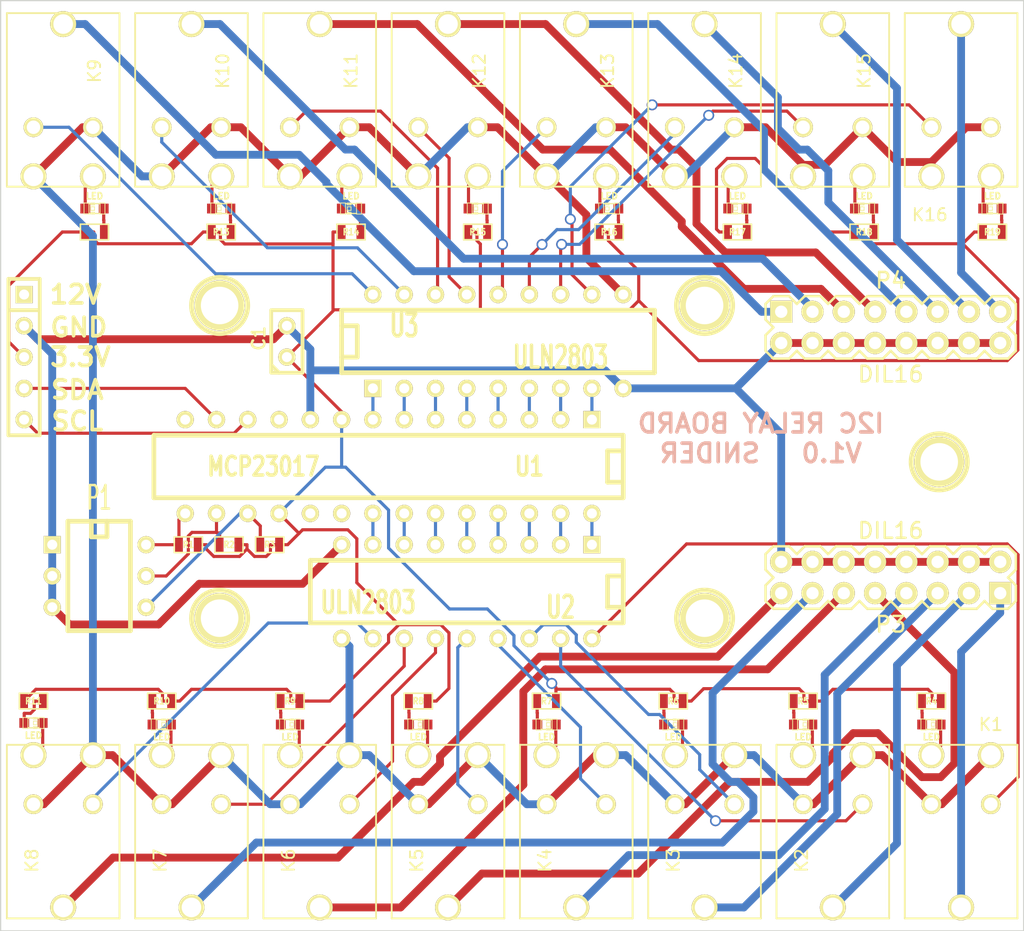
<source format=kicad_pcb>
(kicad_pcb (version 3) (host pcbnew "(2013-07-07 BZR 4022)-stable")

  (general
    (links 166)
    (no_connects 0)
    (area 98.6536 71.323999 183.438001 146.989001)
    (thickness 1.6)
    (drawings 10)
    (tracks 530)
    (zones 0)
    (modules 64)
    (nets 89)
  )

  (page A3)
  (layers
    (15 F.Cu signal)
    (0 B.Cu signal)
    (16 B.Adhes user)
    (17 F.Adhes user)
    (18 B.Paste user)
    (19 F.Paste user)
    (20 B.SilkS user)
    (21 F.SilkS user)
    (22 B.Mask user)
    (23 F.Mask user)
    (24 Dwgs.User user)
    (25 Cmts.User user)
    (26 Eco1.User user)
    (27 Eco2.User user)
    (28 Edge.Cuts user)
  )

  (setup
    (last_trace_width 0.254)
    (trace_clearance 0.254)
    (zone_clearance 0.508)
    (zone_45_only no)
    (trace_min 0.254)
    (segment_width 0.2)
    (edge_width 0.1)
    (via_size 0.889)
    (via_drill 0.635)
    (via_min_size 0.889)
    (via_min_drill 0.508)
    (uvia_size 0.508)
    (uvia_drill 0.127)
    (uvias_allowed no)
    (uvia_min_size 0.508)
    (uvia_min_drill 0.127)
    (pcb_text_width 0.3)
    (pcb_text_size 1.5 1.5)
    (mod_edge_width 0.15)
    (mod_text_size 1 1)
    (mod_text_width 0.15)
    (pad_size 1.6 1.6)
    (pad_drill 1.1)
    (pad_to_mask_clearance 0)
    (aux_axis_origin 0 0)
    (visible_elements 7FFFFFFF)
    (pcbplotparams
      (layerselection 284196865)
      (usegerberextensions true)
      (excludeedgelayer true)
      (linewidth 0.150000)
      (plotframeref false)
      (viasonmask false)
      (mode 1)
      (useauxorigin false)
      (hpglpennumber 1)
      (hpglpenspeed 20)
      (hpglpendiameter 15)
      (hpglpenoverlay 2)
      (psnegative false)
      (psa4output false)
      (plotreference true)
      (plotvalue true)
      (plotothertext true)
      (plotinvisibletext false)
      (padsonsilk false)
      (subtractmaskfromsilk false)
      (outputformat 1)
      (mirror false)
      (drillshape 0)
      (scaleselection 1)
      (outputdirectory Gerber/))
  )

  (net 0 "")
  (net 1 +12V)
  (net 2 GND)
  (net 3 GPA0)
  (net 4 GPA1)
  (net 5 GPA2)
  (net 6 GPA3)
  (net 7 GPA4)
  (net 8 GPA5)
  (net 9 GPA6)
  (net 10 GPA7)
  (net 11 GPB0)
  (net 12 GPB1)
  (net 13 GPB2)
  (net 14 GPB3)
  (net 15 GPB4)
  (net 16 GPB5)
  (net 17 GPB6)
  (net 18 GPB7)
  (net 19 N-0000021)
  (net 20 N-0000023)
  (net 21 N-0000024)
  (net 22 N-0000062)
  (net 23 N-0000063)
  (net 24 N-0000064)
  (net 25 N-0000065)
  (net 26 N-0000066)
  (net 27 N-0000067)
  (net 28 N-0000068)
  (net 29 N-0000069)
  (net 30 N-0000070)
  (net 31 N-0000071)
  (net 32 N-0000072)
  (net 33 N-0000073)
  (net 34 N-0000074)
  (net 35 N-0000075)
  (net 36 N-0000076)
  (net 37 N-0000077)
  (net 38 N-0000078)
  (net 39 N-0000079)
  (net 40 N-0000080)
  (net 41 N-0000081)
  (net 42 N-0000082)
  (net 43 N-0000083)
  (net 44 N-0000084)
  (net 45 N-0000085)
  (net 46 N-0000086)
  (net 47 N-0000087)
  (net 48 N-0000088)
  (net 49 N-0000089)
  (net 50 N-0000090)
  (net 51 N-0000091)
  (net 52 N-0000092)
  (net 53 N-0000093)
  (net 54 OUT1)
  (net 55 OUT10)
  (net 56 OUT11)
  (net 57 OUT12)
  (net 58 OUT13)
  (net 59 OUT14)
  (net 60 OUT15)
  (net 61 OUT16)
  (net 62 OUT2)
  (net 63 OUT3)
  (net 64 OUT4)
  (net 65 OUT5)
  (net 66 OUT6)
  (net 67 OUT7)
  (net 68 OUT8)
  (net 69 OUT9)
  (net 70 OUTPUT1)
  (net 71 OUTPUT10)
  (net 72 OUTPUT11)
  (net 73 OUTPUT12)
  (net 74 OUTPUT13)
  (net 75 OUTPUT14)
  (net 76 OUTPUT15)
  (net 77 OUTPUT16)
  (net 78 OUTPUT2)
  (net 79 OUTPUT3)
  (net 80 OUTPUT4)
  (net 81 OUTPUT5)
  (net 82 OUTPUT6)
  (net 83 OUTPUT7)
  (net 84 OUTPUT8)
  (net 85 OUTPUT9)
  (net 86 SCL)
  (net 87 SDA)
  (net 88 VDD)

  (net_class Default "This is the default net class."
    (clearance 0.254)
    (trace_width 0.254)
    (via_dia 0.889)
    (via_drill 0.635)
    (uvia_dia 0.508)
    (uvia_drill 0.127)
    (add_net "")
    (add_net GPA0)
    (add_net GPA1)
    (add_net GPA2)
    (add_net GPA3)
    (add_net GPA4)
    (add_net GPA5)
    (add_net GPA6)
    (add_net GPA7)
    (add_net GPB0)
    (add_net GPB1)
    (add_net GPB2)
    (add_net GPB3)
    (add_net GPB4)
    (add_net GPB5)
    (add_net GPB6)
    (add_net GPB7)
    (add_net N-0000021)
    (add_net N-0000023)
    (add_net N-0000024)
    (add_net N-0000062)
    (add_net N-0000063)
    (add_net N-0000064)
    (add_net N-0000065)
    (add_net N-0000066)
    (add_net N-0000067)
    (add_net N-0000068)
    (add_net N-0000069)
    (add_net N-0000070)
    (add_net N-0000071)
    (add_net N-0000072)
    (add_net N-0000073)
    (add_net N-0000074)
    (add_net N-0000075)
    (add_net N-0000076)
    (add_net N-0000077)
    (add_net N-0000078)
    (add_net N-0000079)
    (add_net N-0000080)
    (add_net N-0000081)
    (add_net N-0000082)
    (add_net N-0000083)
    (add_net N-0000084)
    (add_net N-0000085)
    (add_net N-0000086)
    (add_net N-0000087)
    (add_net N-0000088)
    (add_net N-0000089)
    (add_net N-0000090)
    (add_net N-0000091)
    (add_net N-0000092)
    (add_net N-0000093)
    (add_net OUT1)
    (add_net OUT10)
    (add_net OUT11)
    (add_net OUT12)
    (add_net OUT13)
    (add_net OUT14)
    (add_net OUT15)
    (add_net OUT16)
    (add_net OUT2)
    (add_net OUT3)
    (add_net OUT4)
    (add_net OUT5)
    (add_net OUT6)
    (add_net OUT7)
    (add_net OUT8)
    (add_net OUT9)
    (add_net SCL)
    (add_net SDA)
    (add_net VDD)
  )

  (net_class 12V ""
    (clearance 0.381)
    (trace_width 0.635)
    (via_dia 0.889)
    (via_drill 0.635)
    (uvia_dia 0.508)
    (uvia_drill 0.127)
    (add_net +12V)
    (add_net OUTPUT1)
    (add_net OUTPUT10)
    (add_net OUTPUT11)
    (add_net OUTPUT12)
    (add_net OUTPUT13)
    (add_net OUTPUT14)
    (add_net OUTPUT15)
    (add_net OUTPUT16)
    (add_net OUTPUT2)
    (add_net OUTPUT3)
    (add_net OUTPUT4)
    (add_net OUTPUT5)
    (add_net OUTPUT6)
    (add_net OUTPUT7)
    (add_net OUTPUT8)
    (add_net OUTPUT9)
  )

  (net_class GND ""
    (clearance 0.381)
    (trace_width 0.635)
    (via_dia 0.889)
    (via_drill 0.635)
    (uvia_dia 0.508)
    (uvia_drill 0.127)
    (add_net GND)
  )

  (module SM0603 (layer F.Cu) (tedit 4E43A3D1) (tstamp 52E2C2D3)
    (at 160.147 90.17)
    (path /52D6D248/52E277DB)
    (attr smd)
    (fp_text reference R17 (at 0 0) (layer F.SilkS)
      (effects (font (size 0.508 0.4572) (thickness 0.1143)))
    )
    (fp_text value 150 (at 0 0) (layer F.SilkS) hide
      (effects (font (size 0.508 0.4572) (thickness 0.1143)))
    )
    (fp_line (start -1.143 -0.635) (end 1.143 -0.635) (layer F.SilkS) (width 0.127))
    (fp_line (start 1.143 -0.635) (end 1.143 0.635) (layer F.SilkS) (width 0.127))
    (fp_line (start 1.143 0.635) (end -1.143 0.635) (layer F.SilkS) (width 0.127))
    (fp_line (start -1.143 0.635) (end -1.143 -0.635) (layer F.SilkS) (width 0.127))
    (pad 1 smd rect (at -0.762 0) (size 0.635 1.143)
      (layers F.Cu F.Paste F.Mask)
      (net 88 VDD)
    )
    (pad 2 smd rect (at 0.762 0) (size 0.635 1.143)
      (layers F.Cu F.Paste F.Mask)
      (net 49 N-0000089)
    )
    (model smd\resistors\R0603.wrl
      (at (xyz 0 0 0.001))
      (scale (xyz 0.5 0.5 0.5))
      (rotate (xyz 0 0 0))
    )
  )

  (module SM0603 (layer F.Cu) (tedit 4E43A3D1) (tstamp 52E2C2DD)
    (at 149.733 90.17)
    (path /52D6D248/52E27723)
    (attr smd)
    (fp_text reference R16 (at 0 0) (layer F.SilkS)
      (effects (font (size 0.508 0.4572) (thickness 0.1143)))
    )
    (fp_text value 150 (at 0 0) (layer F.SilkS) hide
      (effects (font (size 0.508 0.4572) (thickness 0.1143)))
    )
    (fp_line (start -1.143 -0.635) (end 1.143 -0.635) (layer F.SilkS) (width 0.127))
    (fp_line (start 1.143 -0.635) (end 1.143 0.635) (layer F.SilkS) (width 0.127))
    (fp_line (start 1.143 0.635) (end -1.143 0.635) (layer F.SilkS) (width 0.127))
    (fp_line (start -1.143 0.635) (end -1.143 -0.635) (layer F.SilkS) (width 0.127))
    (pad 1 smd rect (at -0.762 0) (size 0.635 1.143)
      (layers F.Cu F.Paste F.Mask)
      (net 88 VDD)
    )
    (pad 2 smd rect (at 0.762 0) (size 0.635 1.143)
      (layers F.Cu F.Paste F.Mask)
      (net 41 N-0000081)
    )
    (model smd\resistors\R0603.wrl
      (at (xyz 0 0 0.001))
      (scale (xyz 0.5 0.5 0.5))
      (rotate (xyz 0 0 0))
    )
  )

  (module SM0603 (layer F.Cu) (tedit 4E43A3D1) (tstamp 52E2C2E7)
    (at 170.434 90.17)
    (path /52D6D248/52E27893)
    (attr smd)
    (fp_text reference R18 (at 0 0) (layer F.SilkS)
      (effects (font (size 0.508 0.4572) (thickness 0.1143)))
    )
    (fp_text value 150 (at 0 0) (layer F.SilkS) hide
      (effects (font (size 0.508 0.4572) (thickness 0.1143)))
    )
    (fp_line (start -1.143 -0.635) (end 1.143 -0.635) (layer F.SilkS) (width 0.127))
    (fp_line (start 1.143 -0.635) (end 1.143 0.635) (layer F.SilkS) (width 0.127))
    (fp_line (start 1.143 0.635) (end -1.143 0.635) (layer F.SilkS) (width 0.127))
    (fp_line (start -1.143 0.635) (end -1.143 -0.635) (layer F.SilkS) (width 0.127))
    (pad 1 smd rect (at -0.762 0) (size 0.635 1.143)
      (layers F.Cu F.Paste F.Mask)
      (net 88 VDD)
    )
    (pad 2 smd rect (at 0.762 0) (size 0.635 1.143)
      (layers F.Cu F.Paste F.Mask)
      (net 25 N-0000065)
    )
    (model smd\resistors\R0603.wrl
      (at (xyz 0 0 0.001))
      (scale (xyz 0.5 0.5 0.5))
      (rotate (xyz 0 0 0))
    )
  )

  (module SM0603 (layer F.Cu) (tedit 4E43A3D1) (tstamp 52E2C2F1)
    (at 118.237 90.17)
    (path /52D6D248/52E277AD)
    (attr smd)
    (fp_text reference R13 (at 0 0) (layer F.SilkS)
      (effects (font (size 0.508 0.4572) (thickness 0.1143)))
    )
    (fp_text value 150 (at 0 0) (layer F.SilkS) hide
      (effects (font (size 0.508 0.4572) (thickness 0.1143)))
    )
    (fp_line (start -1.143 -0.635) (end 1.143 -0.635) (layer F.SilkS) (width 0.127))
    (fp_line (start 1.143 -0.635) (end 1.143 0.635) (layer F.SilkS) (width 0.127))
    (fp_line (start 1.143 0.635) (end -1.143 0.635) (layer F.SilkS) (width 0.127))
    (fp_line (start -1.143 0.635) (end -1.143 -0.635) (layer F.SilkS) (width 0.127))
    (pad 1 smd rect (at -0.762 0) (size 0.635 1.143)
      (layers F.Cu F.Paste F.Mask)
      (net 88 VDD)
    )
    (pad 2 smd rect (at 0.762 0) (size 0.635 1.143)
      (layers F.Cu F.Paste F.Mask)
      (net 47 N-0000087)
    )
    (model smd\resistors\R0603.wrl
      (at (xyz 0 0 0.001))
      (scale (xyz 0.5 0.5 0.5))
      (rotate (xyz 0 0 0))
    )
  )

  (module SM0603 (layer F.Cu) (tedit 4E43A3D1) (tstamp 52E2C2FB)
    (at 154.94 128.27 180)
    (path /52D6D248/52E27809)
    (attr smd)
    (fp_text reference R6 (at 0 0 180) (layer F.SilkS)
      (effects (font (size 0.508 0.4572) (thickness 0.1143)))
    )
    (fp_text value 150 (at 0 0 180) (layer F.SilkS) hide
      (effects (font (size 0.508 0.4572) (thickness 0.1143)))
    )
    (fp_line (start -1.143 -0.635) (end 1.143 -0.635) (layer F.SilkS) (width 0.127))
    (fp_line (start 1.143 -0.635) (end 1.143 0.635) (layer F.SilkS) (width 0.127))
    (fp_line (start 1.143 0.635) (end -1.143 0.635) (layer F.SilkS) (width 0.127))
    (fp_line (start -1.143 0.635) (end -1.143 -0.635) (layer F.SilkS) (width 0.127))
    (pad 1 smd rect (at -0.762 0 180) (size 0.635 1.143)
      (layers F.Cu F.Paste F.Mask)
      (net 88 VDD)
    )
    (pad 2 smd rect (at 0.762 0 180) (size 0.635 1.143)
      (layers F.Cu F.Paste F.Mask)
      (net 27 N-0000067)
    )
    (model smd\resistors\R0603.wrl
      (at (xyz 0 0 0.001))
      (scale (xyz 0.5 0.5 0.5))
      (rotate (xyz 0 0 0))
    )
  )

  (module SM0603 (layer F.Cu) (tedit 4E43A3D1) (tstamp 52E2C305)
    (at 123.825 128.27 180)
    (path /52D6D248/52E2777F)
    (attr smd)
    (fp_text reference R9 (at 0 0 180) (layer F.SilkS)
      (effects (font (size 0.508 0.4572) (thickness 0.1143)))
    )
    (fp_text value 150 (at 0 0 180) (layer F.SilkS) hide
      (effects (font (size 0.508 0.4572) (thickness 0.1143)))
    )
    (fp_line (start -1.143 -0.635) (end 1.143 -0.635) (layer F.SilkS) (width 0.127))
    (fp_line (start 1.143 -0.635) (end 1.143 0.635) (layer F.SilkS) (width 0.127))
    (fp_line (start 1.143 0.635) (end -1.143 0.635) (layer F.SilkS) (width 0.127))
    (fp_line (start -1.143 0.635) (end -1.143 -0.635) (layer F.SilkS) (width 0.127))
    (pad 1 smd rect (at -0.762 0 180) (size 0.635 1.143)
      (layers F.Cu F.Paste F.Mask)
      (net 88 VDD)
    )
    (pad 2 smd rect (at 0.762 0 180) (size 0.635 1.143)
      (layers F.Cu F.Paste F.Mask)
      (net 53 N-0000093)
    )
    (model smd\resistors\R0603.wrl
      (at (xyz 0 0 0.001))
      (scale (xyz 0.5 0.5 0.5))
      (rotate (xyz 0 0 0))
    )
  )

  (module SM0603 (layer F.Cu) (tedit 4E43A3D1) (tstamp 52E2C30F)
    (at 113.411 128.27 180)
    (path /52D6D248/52E27837)
    (attr smd)
    (fp_text reference R10 (at 0 0 180) (layer F.SilkS)
      (effects (font (size 0.508 0.4572) (thickness 0.1143)))
    )
    (fp_text value 150 (at 0 0 180) (layer F.SilkS) hide
      (effects (font (size 0.508 0.4572) (thickness 0.1143)))
    )
    (fp_line (start -1.143 -0.635) (end 1.143 -0.635) (layer F.SilkS) (width 0.127))
    (fp_line (start 1.143 -0.635) (end 1.143 0.635) (layer F.SilkS) (width 0.127))
    (fp_line (start 1.143 0.635) (end -1.143 0.635) (layer F.SilkS) (width 0.127))
    (fp_line (start -1.143 0.635) (end -1.143 -0.635) (layer F.SilkS) (width 0.127))
    (pad 1 smd rect (at -0.762 0 180) (size 0.635 1.143)
      (layers F.Cu F.Paste F.Mask)
      (net 88 VDD)
    )
    (pad 2 smd rect (at 0.762 0 180) (size 0.635 1.143)
      (layers F.Cu F.Paste F.Mask)
      (net 29 N-0000069)
    )
    (model smd\resistors\R0603.wrl
      (at (xyz 0 0 0.001))
      (scale (xyz 0.5 0.5 0.5))
      (rotate (xyz 0 0 0))
    )
  )

  (module SM0603 (layer F.Cu) (tedit 4E43A3D1) (tstamp 52E2C319)
    (at 128.778 90.17)
    (path /52D6D248/52E27865)
    (attr smd)
    (fp_text reference R14 (at 0 0) (layer F.SilkS)
      (effects (font (size 0.508 0.4572) (thickness 0.1143)))
    )
    (fp_text value 150 (at 0 0) (layer F.SilkS) hide
      (effects (font (size 0.508 0.4572) (thickness 0.1143)))
    )
    (fp_line (start -1.143 -0.635) (end 1.143 -0.635) (layer F.SilkS) (width 0.127))
    (fp_line (start 1.143 -0.635) (end 1.143 0.635) (layer F.SilkS) (width 0.127))
    (fp_line (start 1.143 0.635) (end -1.143 0.635) (layer F.SilkS) (width 0.127))
    (fp_line (start -1.143 0.635) (end -1.143 -0.635) (layer F.SilkS) (width 0.127))
    (pad 1 smd rect (at -0.762 0) (size 0.635 1.143)
      (layers F.Cu F.Paste F.Mask)
      (net 88 VDD)
    )
    (pad 2 smd rect (at 0.762 0) (size 0.635 1.143)
      (layers F.Cu F.Paste F.Mask)
      (net 23 N-0000063)
    )
    (model smd\resistors\R0603.wrl
      (at (xyz 0 0 0.001))
      (scale (xyz 0.5 0.5 0.5))
      (rotate (xyz 0 0 0))
    )
  )

  (module SM0603 (layer F.Cu) (tedit 4E43A3D1) (tstamp 52E2C323)
    (at 165.481 128.27 180)
    (path /52D6D248/52E27751)
    (attr smd)
    (fp_text reference R5 (at 0 0 180) (layer F.SilkS)
      (effects (font (size 0.508 0.4572) (thickness 0.1143)))
    )
    (fp_text value 150 (at 0 0 180) (layer F.SilkS) hide
      (effects (font (size 0.508 0.4572) (thickness 0.1143)))
    )
    (fp_line (start -1.143 -0.635) (end 1.143 -0.635) (layer F.SilkS) (width 0.127))
    (fp_line (start 1.143 -0.635) (end 1.143 0.635) (layer F.SilkS) (width 0.127))
    (fp_line (start 1.143 0.635) (end -1.143 0.635) (layer F.SilkS) (width 0.127))
    (fp_line (start -1.143 0.635) (end -1.143 -0.635) (layer F.SilkS) (width 0.127))
    (pad 1 smd rect (at -0.762 0 180) (size 0.635 1.143)
      (layers F.Cu F.Paste F.Mask)
      (net 88 VDD)
    )
    (pad 2 smd rect (at 0.762 0 180) (size 0.635 1.143)
      (layers F.Cu F.Paste F.Mask)
      (net 51 N-0000091)
    )
    (model smd\resistors\R0603.wrl
      (at (xyz 0 0 0.001))
      (scale (xyz 0.5 0.5 0.5))
      (rotate (xyz 0 0 0))
    )
  )

  (module SM0603 (layer F.Cu) (tedit 4E43A3D1) (tstamp 52E2C32D)
    (at 180.848 90.17)
    (path /52D6D248/52E2794B)
    (attr smd)
    (fp_text reference R19 (at 0 0) (layer F.SilkS)
      (effects (font (size 0.508 0.4572) (thickness 0.1143)))
    )
    (fp_text value 150 (at 0 0) (layer F.SilkS) hide
      (effects (font (size 0.508 0.4572) (thickness 0.1143)))
    )
    (fp_line (start -1.143 -0.635) (end 1.143 -0.635) (layer F.SilkS) (width 0.127))
    (fp_line (start 1.143 -0.635) (end 1.143 0.635) (layer F.SilkS) (width 0.127))
    (fp_line (start 1.143 0.635) (end -1.143 0.635) (layer F.SilkS) (width 0.127))
    (fp_line (start -1.143 0.635) (end -1.143 -0.635) (layer F.SilkS) (width 0.127))
    (pad 1 smd rect (at -0.762 0) (size 0.635 1.143)
      (layers F.Cu F.Paste F.Mask)
      (net 88 VDD)
    )
    (pad 2 smd rect (at 0.762 0) (size 0.635 1.143)
      (layers F.Cu F.Paste F.Mask)
      (net 33 N-0000073)
    )
    (model smd\resistors\R0603.wrl
      (at (xyz 0 0 0.001))
      (scale (xyz 0.5 0.5 0.5))
      (rotate (xyz 0 0 0))
    )
  )

  (module SM0603 (layer F.Cu) (tedit 4E43A3D1) (tstamp 52E2C337)
    (at 122.174 115.57)
    (path /52D5AE65)
    (attr smd)
    (fp_text reference R3 (at 0 0) (layer F.SilkS)
      (effects (font (size 0.508 0.4572) (thickness 0.1143)))
    )
    (fp_text value 10K (at 0 0) (layer F.SilkS) hide
      (effects (font (size 0.508 0.4572) (thickness 0.1143)))
    )
    (fp_line (start -1.143 -0.635) (end 1.143 -0.635) (layer F.SilkS) (width 0.127))
    (fp_line (start 1.143 -0.635) (end 1.143 0.635) (layer F.SilkS) (width 0.127))
    (fp_line (start 1.143 0.635) (end -1.143 0.635) (layer F.SilkS) (width 0.127))
    (fp_line (start -1.143 0.635) (end -1.143 -0.635) (layer F.SilkS) (width 0.127))
    (pad 1 smd rect (at -0.762 0) (size 0.635 1.143)
      (layers F.Cu F.Paste F.Mask)
      (net 21 N-0000024)
    )
    (pad 2 smd rect (at 0.762 0) (size 0.635 1.143)
      (layers F.Cu F.Paste F.Mask)
      (net 88 VDD)
    )
    (model smd\resistors\R0603.wrl
      (at (xyz 0 0 0.001))
      (scale (xyz 0.5 0.5 0.5))
      (rotate (xyz 0 0 0))
    )
  )

  (module SM0603 (layer F.Cu) (tedit 4E43A3D1) (tstamp 52E2C341)
    (at 115.57 115.57)
    (path /52D5AE74)
    (attr smd)
    (fp_text reference R1 (at 0 0) (layer F.SilkS)
      (effects (font (size 0.508 0.4572) (thickness 0.1143)))
    )
    (fp_text value 10K (at 0 0) (layer F.SilkS) hide
      (effects (font (size 0.508 0.4572) (thickness 0.1143)))
    )
    (fp_line (start -1.143 -0.635) (end 1.143 -0.635) (layer F.SilkS) (width 0.127))
    (fp_line (start 1.143 -0.635) (end 1.143 0.635) (layer F.SilkS) (width 0.127))
    (fp_line (start 1.143 0.635) (end -1.143 0.635) (layer F.SilkS) (width 0.127))
    (fp_line (start -1.143 0.635) (end -1.143 -0.635) (layer F.SilkS) (width 0.127))
    (pad 1 smd rect (at -0.762 0) (size 0.635 1.143)
      (layers F.Cu F.Paste F.Mask)
      (net 19 N-0000021)
    )
    (pad 2 smd rect (at 0.762 0) (size 0.635 1.143)
      (layers F.Cu F.Paste F.Mask)
      (net 88 VDD)
    )
    (model smd\resistors\R0603.wrl
      (at (xyz 0 0 0.001))
      (scale (xyz 0.5 0.5 0.5))
      (rotate (xyz 0 0 0))
    )
  )

  (module SM0603 (layer F.Cu) (tedit 4E43A3D1) (tstamp 52E2C34B)
    (at 118.872 115.57)
    (path /52D5AE83)
    (attr smd)
    (fp_text reference R2 (at 0 0) (layer F.SilkS)
      (effects (font (size 0.508 0.4572) (thickness 0.1143)))
    )
    (fp_text value 10K (at 0 0) (layer F.SilkS) hide
      (effects (font (size 0.508 0.4572) (thickness 0.1143)))
    )
    (fp_line (start -1.143 -0.635) (end 1.143 -0.635) (layer F.SilkS) (width 0.127))
    (fp_line (start 1.143 -0.635) (end 1.143 0.635) (layer F.SilkS) (width 0.127))
    (fp_line (start 1.143 0.635) (end -1.143 0.635) (layer F.SilkS) (width 0.127))
    (fp_line (start -1.143 0.635) (end -1.143 -0.635) (layer F.SilkS) (width 0.127))
    (pad 1 smd rect (at -0.762 0) (size 0.635 1.143)
      (layers F.Cu F.Paste F.Mask)
      (net 20 N-0000023)
    )
    (pad 2 smd rect (at 0.762 0) (size 0.635 1.143)
      (layers F.Cu F.Paste F.Mask)
      (net 88 VDD)
    )
    (model smd\resistors\R0603.wrl
      (at (xyz 0 0 0.001))
      (scale (xyz 0.5 0.5 0.5))
      (rotate (xyz 0 0 0))
    )
  )

  (module SM0603 (layer F.Cu) (tedit 4E43A3D1) (tstamp 52E2C355)
    (at 139.065 90.17)
    (path /52D6D248/52E2791D)
    (attr smd)
    (fp_text reference R15 (at 0 0) (layer F.SilkS)
      (effects (font (size 0.508 0.4572) (thickness 0.1143)))
    )
    (fp_text value 150 (at 0 0) (layer F.SilkS) hide
      (effects (font (size 0.508 0.4572) (thickness 0.1143)))
    )
    (fp_line (start -1.143 -0.635) (end 1.143 -0.635) (layer F.SilkS) (width 0.127))
    (fp_line (start 1.143 -0.635) (end 1.143 0.635) (layer F.SilkS) (width 0.127))
    (fp_line (start 1.143 0.635) (end -1.143 0.635) (layer F.SilkS) (width 0.127))
    (fp_line (start -1.143 0.635) (end -1.143 -0.635) (layer F.SilkS) (width 0.127))
    (pad 1 smd rect (at -0.762 0) (size 0.635 1.143)
      (layers F.Cu F.Paste F.Mask)
      (net 88 VDD)
    )
    (pad 2 smd rect (at 0.762 0) (size 0.635 1.143)
      (layers F.Cu F.Paste F.Mask)
      (net 31 N-0000071)
    )
    (model smd\resistors\R0603.wrl
      (at (xyz 0 0 0.001))
      (scale (xyz 0.5 0.5 0.5))
      (rotate (xyz 0 0 0))
    )
  )

  (module SM0603 (layer F.Cu) (tedit 4E43A3D1) (tstamp 52E2C35F)
    (at 175.895 128.27 180)
    (path /52D6D248/52D6D266)
    (attr smd)
    (fp_text reference R4 (at 0 0 180) (layer F.SilkS)
      (effects (font (size 0.508 0.4572) (thickness 0.1143)))
    )
    (fp_text value 150 (at 0 0 180) (layer F.SilkS) hide
      (effects (font (size 0.508 0.4572) (thickness 0.1143)))
    )
    (fp_line (start -1.143 -0.635) (end 1.143 -0.635) (layer F.SilkS) (width 0.127))
    (fp_line (start 1.143 -0.635) (end 1.143 0.635) (layer F.SilkS) (width 0.127))
    (fp_line (start 1.143 0.635) (end -1.143 0.635) (layer F.SilkS) (width 0.127))
    (fp_line (start -1.143 0.635) (end -1.143 -0.635) (layer F.SilkS) (width 0.127))
    (pad 1 smd rect (at -0.762 0 180) (size 0.635 1.143)
      (layers F.Cu F.Paste F.Mask)
      (net 88 VDD)
    )
    (pad 2 smd rect (at 0.762 0 180) (size 0.635 1.143)
      (layers F.Cu F.Paste F.Mask)
      (net 43 N-0000083)
    )
    (model smd\resistors\R0603.wrl
      (at (xyz 0 0 0.001))
      (scale (xyz 0.5 0.5 0.5))
      (rotate (xyz 0 0 0))
    )
  )

  (module SM0603 (layer F.Cu) (tedit 4E43A3D1) (tstamp 52E2C369)
    (at 102.997 128.27)
    (path /52D6D248/52E278EF)
    (attr smd)
    (fp_text reference R11 (at 0 0) (layer F.SilkS)
      (effects (font (size 0.508 0.4572) (thickness 0.1143)))
    )
    (fp_text value 150 (at 0 0) (layer F.SilkS) hide
      (effects (font (size 0.508 0.4572) (thickness 0.1143)))
    )
    (fp_line (start -1.143 -0.635) (end 1.143 -0.635) (layer F.SilkS) (width 0.127))
    (fp_line (start 1.143 -0.635) (end 1.143 0.635) (layer F.SilkS) (width 0.127))
    (fp_line (start 1.143 0.635) (end -1.143 0.635) (layer F.SilkS) (width 0.127))
    (fp_line (start -1.143 0.635) (end -1.143 -0.635) (layer F.SilkS) (width 0.127))
    (pad 1 smd rect (at -0.762 0) (size 0.635 1.143)
      (layers F.Cu F.Paste F.Mask)
      (net 88 VDD)
    )
    (pad 2 smd rect (at 0.762 0) (size 0.635 1.143)
      (layers F.Cu F.Paste F.Mask)
      (net 37 N-0000077)
    )
    (model smd\resistors\R0603.wrl
      (at (xyz 0 0 0.001))
      (scale (xyz 0.5 0.5 0.5))
      (rotate (xyz 0 0 0))
    )
  )

  (module SM0603 (layer F.Cu) (tedit 4E43A3D1) (tstamp 52E2C373)
    (at 134.239 128.27 180)
    (path /52D6D248/52E276C7)
    (attr smd)
    (fp_text reference R8 (at 0 0 180) (layer F.SilkS)
      (effects (font (size 0.508 0.4572) (thickness 0.1143)))
    )
    (fp_text value 150 (at 0 0 180) (layer F.SilkS) hide
      (effects (font (size 0.508 0.4572) (thickness 0.1143)))
    )
    (fp_line (start -1.143 -0.635) (end 1.143 -0.635) (layer F.SilkS) (width 0.127))
    (fp_line (start 1.143 -0.635) (end 1.143 0.635) (layer F.SilkS) (width 0.127))
    (fp_line (start 1.143 0.635) (end -1.143 0.635) (layer F.SilkS) (width 0.127))
    (fp_line (start -1.143 0.635) (end -1.143 -0.635) (layer F.SilkS) (width 0.127))
    (pad 1 smd rect (at -0.762 0 180) (size 0.635 1.143)
      (layers F.Cu F.Paste F.Mask)
      (net 88 VDD)
    )
    (pad 2 smd rect (at 0.762 0 180) (size 0.635 1.143)
      (layers F.Cu F.Paste F.Mask)
      (net 45 N-0000085)
    )
    (model smd\resistors\R0603.wrl
      (at (xyz 0 0 0.001))
      (scale (xyz 0.5 0.5 0.5))
      (rotate (xyz 0 0 0))
    )
  )

  (module SM0603 (layer F.Cu) (tedit 53234AE5) (tstamp 52E2C37D)
    (at 107.95 90.17)
    (path /52D6D248/52E276F5)
    (attr smd)
    (fp_text reference R12 (at 0 0) (layer F.SilkS) hide
      (effects (font (size 0.508 0.4572) (thickness 0.1143)))
    )
    (fp_text value 150 (at 0 0) (layer F.SilkS) hide
      (effects (font (size 0.508 0.4572) (thickness 0.1143)))
    )
    (fp_line (start -1.143 -0.635) (end 1.143 -0.635) (layer F.SilkS) (width 0.127))
    (fp_line (start 1.143 -0.635) (end 1.143 0.635) (layer F.SilkS) (width 0.127))
    (fp_line (start 1.143 0.635) (end -1.143 0.635) (layer F.SilkS) (width 0.127))
    (fp_line (start -1.143 0.635) (end -1.143 -0.635) (layer F.SilkS) (width 0.127))
    (pad 1 smd rect (at -0.762 0) (size 0.635 1.143)
      (layers F.Cu F.Paste F.Mask)
      (net 88 VDD)
    )
    (pad 2 smd rect (at 0.762 0) (size 0.635 1.143)
      (layers F.Cu F.Paste F.Mask)
      (net 39 N-0000079)
    )
    (model smd\resistors\R0603.wrl
      (at (xyz 0 0 0.001))
      (scale (xyz 0.5 0.5 0.5))
      (rotate (xyz 0 0 0))
    )
  )

  (module SM0603 (layer F.Cu) (tedit 4E43A3D1) (tstamp 52E2C387)
    (at 144.653 128.27 180)
    (path /52D6D248/52E278C1)
    (attr smd)
    (fp_text reference R7 (at 0 0 180) (layer F.SilkS)
      (effects (font (size 0.508 0.4572) (thickness 0.1143)))
    )
    (fp_text value 150 (at 0 0 180) (layer F.SilkS) hide
      (effects (font (size 0.508 0.4572) (thickness 0.1143)))
    )
    (fp_line (start -1.143 -0.635) (end 1.143 -0.635) (layer F.SilkS) (width 0.127))
    (fp_line (start 1.143 -0.635) (end 1.143 0.635) (layer F.SilkS) (width 0.127))
    (fp_line (start 1.143 0.635) (end -1.143 0.635) (layer F.SilkS) (width 0.127))
    (fp_line (start -1.143 0.635) (end -1.143 -0.635) (layer F.SilkS) (width 0.127))
    (pad 1 smd rect (at -0.762 0 180) (size 0.635 1.143)
      (layers F.Cu F.Paste F.Mask)
      (net 88 VDD)
    )
    (pad 2 smd rect (at 0.762 0 180) (size 0.635 1.143)
      (layers F.Cu F.Paste F.Mask)
      (net 35 N-0000075)
    )
    (model smd\resistors\R0603.wrl
      (at (xyz 0 0 0.001))
      (scale (xyz 0.5 0.5 0.5))
      (rotate (xyz 0 0 0))
    )
  )

  (module SIL-5 (layer F.Cu) (tedit 53235694) (tstamp 52E2D354)
    (at 102.235 101.6 270)
    (descr "Connecteur 5 pins")
    (tags "CONN DEV")
    (path /52D6ABCF)
    (fp_text reference P2 (at 6.604 0.254 270) (layer F.SilkS) hide
      (effects (font (size 1.72974 1.08712) (thickness 0.27178)))
    )
    (fp_text value CONN_5 (at -0.762 2.286 270) (layer F.SilkS) hide
      (effects (font (size 1.524 1.016) (thickness 0.3048)))
    )
    (fp_line (start -7.62 1.27) (end -7.62 -1.27) (layer F.SilkS) (width 0.3048))
    (fp_line (start -7.62 -1.27) (end 5.08 -1.27) (layer F.SilkS) (width 0.3048))
    (fp_line (start 5.08 -1.27) (end 5.08 1.27) (layer F.SilkS) (width 0.3048))
    (fp_line (start 5.08 1.27) (end -7.62 1.27) (layer F.SilkS) (width 0.3048))
    (fp_line (start -5.08 1.27) (end -5.08 -1.27) (layer F.SilkS) (width 0.3048))
    (pad 1 thru_hole rect (at -6.35 0 270) (size 1.397 1.397) (drill 0.8128)
      (layers *.Cu *.Mask F.SilkS)
    )
    (pad 2 thru_hole circle (at -3.81 0 270) (size 1.397 1.397) (drill 0.8128)
      (layers *.Cu *.Mask F.SilkS)
      (net 2 GND)
    )
    (pad 3 thru_hole circle (at -1.27 0 270) (size 1.397 1.397) (drill 0.8128)
      (layers *.Cu *.Mask F.SilkS)
      (net 88 VDD)
    )
    (pad 4 thru_hole circle (at 1.27 0 270) (size 1.397 1.397) (drill 0.8128)
      (layers *.Cu *.Mask F.SilkS)
      (net 87 SDA)
    )
    (pad 5 thru_hole circle (at 3.81 0 270) (size 1.397 1.397) (drill 0.8128)
      (layers *.Cu *.Mask F.SilkS)
      (net 86 SCL)
    )
  )

  (module LED-0603 (layer F.Cu) (tedit 53234CD6) (tstamp 52E2C3B1)
    (at 102.997 130.048)
    (descr "LED 0603 smd package")
    (tags "LED led 0603 SMD smd SMT smt smdled SMDLED smtled SMTLED")
    (path /52D6D248/52E278F5)
    (attr smd)
    (fp_text reference D8 (at 0 -1.016) (layer F.SilkS) hide
      (effects (font (size 0.508 0.508) (thickness 0.127)))
    )
    (fp_text value LED (at 0 1.016) (layer F.SilkS)
      (effects (font (size 0.508 0.508) (thickness 0.127)))
    )
    (fp_line (start 0.44958 -0.44958) (end 0.44958 0.44958) (layer F.SilkS) (width 0.06604))
    (fp_line (start 0.44958 0.44958) (end 0.84836 0.44958) (layer F.SilkS) (width 0.06604))
    (fp_line (start 0.84836 -0.44958) (end 0.84836 0.44958) (layer F.SilkS) (width 0.06604))
    (fp_line (start 0.44958 -0.44958) (end 0.84836 -0.44958) (layer F.SilkS) (width 0.06604))
    (fp_line (start -0.84836 -0.44958) (end -0.84836 0.44958) (layer F.SilkS) (width 0.06604))
    (fp_line (start -0.84836 0.44958) (end -0.44958 0.44958) (layer F.SilkS) (width 0.06604))
    (fp_line (start -0.44958 -0.44958) (end -0.44958 0.44958) (layer F.SilkS) (width 0.06604))
    (fp_line (start -0.84836 -0.44958) (end -0.44958 -0.44958) (layer F.SilkS) (width 0.06604))
    (fp_line (start 0 -0.44958) (end 0 -0.29972) (layer F.SilkS) (width 0.06604))
    (fp_line (start 0 -0.29972) (end 0.29972 -0.29972) (layer F.SilkS) (width 0.06604))
    (fp_line (start 0.29972 -0.44958) (end 0.29972 -0.29972) (layer F.SilkS) (width 0.06604))
    (fp_line (start 0 -0.44958) (end 0.29972 -0.44958) (layer F.SilkS) (width 0.06604))
    (fp_line (start 0 0.29972) (end 0 0.44958) (layer F.SilkS) (width 0.06604))
    (fp_line (start 0 0.44958) (end 0.29972 0.44958) (layer F.SilkS) (width 0.06604))
    (fp_line (start 0.29972 0.29972) (end 0.29972 0.44958) (layer F.SilkS) (width 0.06604))
    (fp_line (start 0 0.29972) (end 0.29972 0.29972) (layer F.SilkS) (width 0.06604))
    (fp_line (start 0 -0.14986) (end 0 0.14986) (layer F.SilkS) (width 0.06604))
    (fp_line (start 0 0.14986) (end 0.29972 0.14986) (layer F.SilkS) (width 0.06604))
    (fp_line (start 0.29972 -0.14986) (end 0.29972 0.14986) (layer F.SilkS) (width 0.06604))
    (fp_line (start 0 -0.14986) (end 0.29972 -0.14986) (layer F.SilkS) (width 0.06604))
    (fp_line (start 0.44958 -0.39878) (end -0.44958 -0.39878) (layer F.SilkS) (width 0.1016))
    (fp_line (start 0.44958 0.39878) (end -0.44958 0.39878) (layer F.SilkS) (width 0.1016))
    (pad 1 smd rect (at -0.7493 0) (size 0.79756 0.79756)
      (layers F.Cu F.Paste F.Mask)
      (net 37 N-0000077)
    )
    (pad 2 smd rect (at 0.7493 0) (size 0.79756 0.79756)
      (layers F.Cu F.Paste F.Mask)
      (net 36 N-0000076)
    )
  )

  (module LED-0603 (layer F.Cu) (tedit 53234B99) (tstamp 52E2C3CD)
    (at 139.065 88.265 180)
    (descr "LED 0603 smd package")
    (tags "LED led 0603 SMD smd SMT smt smdled SMDLED smtled SMTLED")
    (path /52D6D248/52E27923)
    (attr smd)
    (fp_text reference D12 (at 0 -1.016 180) (layer F.SilkS) hide
      (effects (font (size 0.508 0.508) (thickness 0.127)))
    )
    (fp_text value LED (at 0 1.016 180) (layer F.SilkS) hide
      (effects (font (size 0.508 0.508) (thickness 0.127)))
    )
    (fp_line (start 0.44958 -0.44958) (end 0.44958 0.44958) (layer F.SilkS) (width 0.06604))
    (fp_line (start 0.44958 0.44958) (end 0.84836 0.44958) (layer F.SilkS) (width 0.06604))
    (fp_line (start 0.84836 -0.44958) (end 0.84836 0.44958) (layer F.SilkS) (width 0.06604))
    (fp_line (start 0.44958 -0.44958) (end 0.84836 -0.44958) (layer F.SilkS) (width 0.06604))
    (fp_line (start -0.84836 -0.44958) (end -0.84836 0.44958) (layer F.SilkS) (width 0.06604))
    (fp_line (start -0.84836 0.44958) (end -0.44958 0.44958) (layer F.SilkS) (width 0.06604))
    (fp_line (start -0.44958 -0.44958) (end -0.44958 0.44958) (layer F.SilkS) (width 0.06604))
    (fp_line (start -0.84836 -0.44958) (end -0.44958 -0.44958) (layer F.SilkS) (width 0.06604))
    (fp_line (start 0 -0.44958) (end 0 -0.29972) (layer F.SilkS) (width 0.06604))
    (fp_line (start 0 -0.29972) (end 0.29972 -0.29972) (layer F.SilkS) (width 0.06604))
    (fp_line (start 0.29972 -0.44958) (end 0.29972 -0.29972) (layer F.SilkS) (width 0.06604))
    (fp_line (start 0 -0.44958) (end 0.29972 -0.44958) (layer F.SilkS) (width 0.06604))
    (fp_line (start 0 0.29972) (end 0 0.44958) (layer F.SilkS) (width 0.06604))
    (fp_line (start 0 0.44958) (end 0.29972 0.44958) (layer F.SilkS) (width 0.06604))
    (fp_line (start 0.29972 0.29972) (end 0.29972 0.44958) (layer F.SilkS) (width 0.06604))
    (fp_line (start 0 0.29972) (end 0.29972 0.29972) (layer F.SilkS) (width 0.06604))
    (fp_line (start 0 -0.14986) (end 0 0.14986) (layer F.SilkS) (width 0.06604))
    (fp_line (start 0 0.14986) (end 0.29972 0.14986) (layer F.SilkS) (width 0.06604))
    (fp_line (start 0.29972 -0.14986) (end 0.29972 0.14986) (layer F.SilkS) (width 0.06604))
    (fp_line (start 0 -0.14986) (end 0.29972 -0.14986) (layer F.SilkS) (width 0.06604))
    (fp_line (start 0.44958 -0.39878) (end -0.44958 -0.39878) (layer F.SilkS) (width 0.1016))
    (fp_line (start 0.44958 0.39878) (end -0.44958 0.39878) (layer F.SilkS) (width 0.1016))
    (pad 1 smd rect (at -0.7493 0 180) (size 0.79756 0.79756)
      (layers F.Cu F.Paste F.Mask)
      (net 31 N-0000071)
    )
    (pad 2 smd rect (at 0.7493 0 180) (size 0.79756 0.79756)
      (layers F.Cu F.Paste F.Mask)
      (net 30 N-0000070)
    )
  )

  (module LED-0603 (layer F.Cu) (tedit 53234C6A) (tstamp 52E2C3E9)
    (at 128.778 88.265 180)
    (descr "LED 0603 smd package")
    (tags "LED led 0603 SMD smd SMT smt smdled SMDLED smtled SMTLED")
    (path /52D6D248/52E2786B)
    (attr smd)
    (fp_text reference D11 (at 0 -1.016 180) (layer F.SilkS) hide
      (effects (font (size 0.508 0.508) (thickness 0.127)))
    )
    (fp_text value LED (at 0 1.016 180) (layer F.SilkS)
      (effects (font (size 0.508 0.508) (thickness 0.127)))
    )
    (fp_line (start 0.44958 -0.44958) (end 0.44958 0.44958) (layer F.SilkS) (width 0.06604))
    (fp_line (start 0.44958 0.44958) (end 0.84836 0.44958) (layer F.SilkS) (width 0.06604))
    (fp_line (start 0.84836 -0.44958) (end 0.84836 0.44958) (layer F.SilkS) (width 0.06604))
    (fp_line (start 0.44958 -0.44958) (end 0.84836 -0.44958) (layer F.SilkS) (width 0.06604))
    (fp_line (start -0.84836 -0.44958) (end -0.84836 0.44958) (layer F.SilkS) (width 0.06604))
    (fp_line (start -0.84836 0.44958) (end -0.44958 0.44958) (layer F.SilkS) (width 0.06604))
    (fp_line (start -0.44958 -0.44958) (end -0.44958 0.44958) (layer F.SilkS) (width 0.06604))
    (fp_line (start -0.84836 -0.44958) (end -0.44958 -0.44958) (layer F.SilkS) (width 0.06604))
    (fp_line (start 0 -0.44958) (end 0 -0.29972) (layer F.SilkS) (width 0.06604))
    (fp_line (start 0 -0.29972) (end 0.29972 -0.29972) (layer F.SilkS) (width 0.06604))
    (fp_line (start 0.29972 -0.44958) (end 0.29972 -0.29972) (layer F.SilkS) (width 0.06604))
    (fp_line (start 0 -0.44958) (end 0.29972 -0.44958) (layer F.SilkS) (width 0.06604))
    (fp_line (start 0 0.29972) (end 0 0.44958) (layer F.SilkS) (width 0.06604))
    (fp_line (start 0 0.44958) (end 0.29972 0.44958) (layer F.SilkS) (width 0.06604))
    (fp_line (start 0.29972 0.29972) (end 0.29972 0.44958) (layer F.SilkS) (width 0.06604))
    (fp_line (start 0 0.29972) (end 0.29972 0.29972) (layer F.SilkS) (width 0.06604))
    (fp_line (start 0 -0.14986) (end 0 0.14986) (layer F.SilkS) (width 0.06604))
    (fp_line (start 0 0.14986) (end 0.29972 0.14986) (layer F.SilkS) (width 0.06604))
    (fp_line (start 0.29972 -0.14986) (end 0.29972 0.14986) (layer F.SilkS) (width 0.06604))
    (fp_line (start 0 -0.14986) (end 0.29972 -0.14986) (layer F.SilkS) (width 0.06604))
    (fp_line (start 0.44958 -0.39878) (end -0.44958 -0.39878) (layer F.SilkS) (width 0.1016))
    (fp_line (start 0.44958 0.39878) (end -0.44958 0.39878) (layer F.SilkS) (width 0.1016))
    (pad 1 smd rect (at -0.7493 0 180) (size 0.79756 0.79756)
      (layers F.Cu F.Paste F.Mask)
      (net 23 N-0000063)
    )
    (pad 2 smd rect (at 0.7493 0 180) (size 0.79756 0.79756)
      (layers F.Cu F.Paste F.Mask)
      (net 22 N-0000062)
    )
  )

  (module LED-0603 (layer F.Cu) (tedit 53234BFF) (tstamp 52E2C405)
    (at 170.434 88.265 180)
    (descr "LED 0603 smd package")
    (tags "LED led 0603 SMD smd SMT smt smdled SMDLED smtled SMTLED")
    (path /52D6D248/52E27899)
    (attr smd)
    (fp_text reference D15 (at 0 -1.016 180) (layer F.SilkS) hide
      (effects (font (size 0.508 0.508) (thickness 0.127)))
    )
    (fp_text value LED (at 0 1.016 180) (layer F.SilkS)
      (effects (font (size 0.508 0.508) (thickness 0.127)))
    )
    (fp_line (start 0.44958 -0.44958) (end 0.44958 0.44958) (layer F.SilkS) (width 0.06604))
    (fp_line (start 0.44958 0.44958) (end 0.84836 0.44958) (layer F.SilkS) (width 0.06604))
    (fp_line (start 0.84836 -0.44958) (end 0.84836 0.44958) (layer F.SilkS) (width 0.06604))
    (fp_line (start 0.44958 -0.44958) (end 0.84836 -0.44958) (layer F.SilkS) (width 0.06604))
    (fp_line (start -0.84836 -0.44958) (end -0.84836 0.44958) (layer F.SilkS) (width 0.06604))
    (fp_line (start -0.84836 0.44958) (end -0.44958 0.44958) (layer F.SilkS) (width 0.06604))
    (fp_line (start -0.44958 -0.44958) (end -0.44958 0.44958) (layer F.SilkS) (width 0.06604))
    (fp_line (start -0.84836 -0.44958) (end -0.44958 -0.44958) (layer F.SilkS) (width 0.06604))
    (fp_line (start 0 -0.44958) (end 0 -0.29972) (layer F.SilkS) (width 0.06604))
    (fp_line (start 0 -0.29972) (end 0.29972 -0.29972) (layer F.SilkS) (width 0.06604))
    (fp_line (start 0.29972 -0.44958) (end 0.29972 -0.29972) (layer F.SilkS) (width 0.06604))
    (fp_line (start 0 -0.44958) (end 0.29972 -0.44958) (layer F.SilkS) (width 0.06604))
    (fp_line (start 0 0.29972) (end 0 0.44958) (layer F.SilkS) (width 0.06604))
    (fp_line (start 0 0.44958) (end 0.29972 0.44958) (layer F.SilkS) (width 0.06604))
    (fp_line (start 0.29972 0.29972) (end 0.29972 0.44958) (layer F.SilkS) (width 0.06604))
    (fp_line (start 0 0.29972) (end 0.29972 0.29972) (layer F.SilkS) (width 0.06604))
    (fp_line (start 0 -0.14986) (end 0 0.14986) (layer F.SilkS) (width 0.06604))
    (fp_line (start 0 0.14986) (end 0.29972 0.14986) (layer F.SilkS) (width 0.06604))
    (fp_line (start 0.29972 -0.14986) (end 0.29972 0.14986) (layer F.SilkS) (width 0.06604))
    (fp_line (start 0 -0.14986) (end 0.29972 -0.14986) (layer F.SilkS) (width 0.06604))
    (fp_line (start 0.44958 -0.39878) (end -0.44958 -0.39878) (layer F.SilkS) (width 0.1016))
    (fp_line (start 0.44958 0.39878) (end -0.44958 0.39878) (layer F.SilkS) (width 0.1016))
    (pad 1 smd rect (at -0.7493 0 180) (size 0.79756 0.79756)
      (layers F.Cu F.Paste F.Mask)
      (net 25 N-0000065)
    )
    (pad 2 smd rect (at 0.7493 0 180) (size 0.79756 0.79756)
      (layers F.Cu F.Paste F.Mask)
      (net 24 N-0000064)
    )
  )

  (module LED-0603 (layer F.Cu) (tedit 53234DE5) (tstamp 52E2C421)
    (at 144.653 130.175)
    (descr "LED 0603 smd package")
    (tags "LED led 0603 SMD smd SMT smt smdled SMDLED smtled SMTLED")
    (path /52D6D248/52E278C7)
    (attr smd)
    (fp_text reference D4 (at 0 -1.016) (layer F.SilkS) hide
      (effects (font (size 0.508 0.508) (thickness 0.127)))
    )
    (fp_text value LED (at 0 1.016) (layer F.SilkS)
      (effects (font (size 0.508 0.508) (thickness 0.127)))
    )
    (fp_line (start 0.44958 -0.44958) (end 0.44958 0.44958) (layer F.SilkS) (width 0.06604))
    (fp_line (start 0.44958 0.44958) (end 0.84836 0.44958) (layer F.SilkS) (width 0.06604))
    (fp_line (start 0.84836 -0.44958) (end 0.84836 0.44958) (layer F.SilkS) (width 0.06604))
    (fp_line (start 0.44958 -0.44958) (end 0.84836 -0.44958) (layer F.SilkS) (width 0.06604))
    (fp_line (start -0.84836 -0.44958) (end -0.84836 0.44958) (layer F.SilkS) (width 0.06604))
    (fp_line (start -0.84836 0.44958) (end -0.44958 0.44958) (layer F.SilkS) (width 0.06604))
    (fp_line (start -0.44958 -0.44958) (end -0.44958 0.44958) (layer F.SilkS) (width 0.06604))
    (fp_line (start -0.84836 -0.44958) (end -0.44958 -0.44958) (layer F.SilkS) (width 0.06604))
    (fp_line (start 0 -0.44958) (end 0 -0.29972) (layer F.SilkS) (width 0.06604))
    (fp_line (start 0 -0.29972) (end 0.29972 -0.29972) (layer F.SilkS) (width 0.06604))
    (fp_line (start 0.29972 -0.44958) (end 0.29972 -0.29972) (layer F.SilkS) (width 0.06604))
    (fp_line (start 0 -0.44958) (end 0.29972 -0.44958) (layer F.SilkS) (width 0.06604))
    (fp_line (start 0 0.29972) (end 0 0.44958) (layer F.SilkS) (width 0.06604))
    (fp_line (start 0 0.44958) (end 0.29972 0.44958) (layer F.SilkS) (width 0.06604))
    (fp_line (start 0.29972 0.29972) (end 0.29972 0.44958) (layer F.SilkS) (width 0.06604))
    (fp_line (start 0 0.29972) (end 0.29972 0.29972) (layer F.SilkS) (width 0.06604))
    (fp_line (start 0 -0.14986) (end 0 0.14986) (layer F.SilkS) (width 0.06604))
    (fp_line (start 0 0.14986) (end 0.29972 0.14986) (layer F.SilkS) (width 0.06604))
    (fp_line (start 0.29972 -0.14986) (end 0.29972 0.14986) (layer F.SilkS) (width 0.06604))
    (fp_line (start 0 -0.14986) (end 0.29972 -0.14986) (layer F.SilkS) (width 0.06604))
    (fp_line (start 0.44958 -0.39878) (end -0.44958 -0.39878) (layer F.SilkS) (width 0.1016))
    (fp_line (start 0.44958 0.39878) (end -0.44958 0.39878) (layer F.SilkS) (width 0.1016))
    (pad 1 smd rect (at -0.7493 0) (size 0.79756 0.79756)
      (layers F.Cu F.Paste F.Mask)
      (net 35 N-0000075)
    )
    (pad 2 smd rect (at 0.7493 0) (size 0.79756 0.79756)
      (layers F.Cu F.Paste F.Mask)
      (net 34 N-0000074)
    )
  )

  (module LED-0603 (layer F.Cu) (tedit 53234C4C) (tstamp 52E2C43D)
    (at 180.848 88.265 180)
    (descr "LED 0603 smd package")
    (tags "LED led 0603 SMD smd SMT smt smdled SMDLED smtled SMTLED")
    (path /52D6D248/52E27951)
    (attr smd)
    (fp_text reference D16 (at 0 -1.016 180) (layer F.SilkS) hide
      (effects (font (size 0.508 0.508) (thickness 0.127)))
    )
    (fp_text value LED (at 0 1.016 180) (layer F.SilkS)
      (effects (font (size 0.508 0.508) (thickness 0.127)))
    )
    (fp_line (start 0.44958 -0.44958) (end 0.44958 0.44958) (layer F.SilkS) (width 0.06604))
    (fp_line (start 0.44958 0.44958) (end 0.84836 0.44958) (layer F.SilkS) (width 0.06604))
    (fp_line (start 0.84836 -0.44958) (end 0.84836 0.44958) (layer F.SilkS) (width 0.06604))
    (fp_line (start 0.44958 -0.44958) (end 0.84836 -0.44958) (layer F.SilkS) (width 0.06604))
    (fp_line (start -0.84836 -0.44958) (end -0.84836 0.44958) (layer F.SilkS) (width 0.06604))
    (fp_line (start -0.84836 0.44958) (end -0.44958 0.44958) (layer F.SilkS) (width 0.06604))
    (fp_line (start -0.44958 -0.44958) (end -0.44958 0.44958) (layer F.SilkS) (width 0.06604))
    (fp_line (start -0.84836 -0.44958) (end -0.44958 -0.44958) (layer F.SilkS) (width 0.06604))
    (fp_line (start 0 -0.44958) (end 0 -0.29972) (layer F.SilkS) (width 0.06604))
    (fp_line (start 0 -0.29972) (end 0.29972 -0.29972) (layer F.SilkS) (width 0.06604))
    (fp_line (start 0.29972 -0.44958) (end 0.29972 -0.29972) (layer F.SilkS) (width 0.06604))
    (fp_line (start 0 -0.44958) (end 0.29972 -0.44958) (layer F.SilkS) (width 0.06604))
    (fp_line (start 0 0.29972) (end 0 0.44958) (layer F.SilkS) (width 0.06604))
    (fp_line (start 0 0.44958) (end 0.29972 0.44958) (layer F.SilkS) (width 0.06604))
    (fp_line (start 0.29972 0.29972) (end 0.29972 0.44958) (layer F.SilkS) (width 0.06604))
    (fp_line (start 0 0.29972) (end 0.29972 0.29972) (layer F.SilkS) (width 0.06604))
    (fp_line (start 0 -0.14986) (end 0 0.14986) (layer F.SilkS) (width 0.06604))
    (fp_line (start 0 0.14986) (end 0.29972 0.14986) (layer F.SilkS) (width 0.06604))
    (fp_line (start 0.29972 -0.14986) (end 0.29972 0.14986) (layer F.SilkS) (width 0.06604))
    (fp_line (start 0 -0.14986) (end 0.29972 -0.14986) (layer F.SilkS) (width 0.06604))
    (fp_line (start 0.44958 -0.39878) (end -0.44958 -0.39878) (layer F.SilkS) (width 0.1016))
    (fp_line (start 0.44958 0.39878) (end -0.44958 0.39878) (layer F.SilkS) (width 0.1016))
    (pad 1 smd rect (at -0.7493 0 180) (size 0.79756 0.79756)
      (layers F.Cu F.Paste F.Mask)
      (net 33 N-0000073)
    )
    (pad 2 smd rect (at 0.7493 0 180) (size 0.79756 0.79756)
      (layers F.Cu F.Paste F.Mask)
      (net 32 N-0000072)
    )
  )

  (module LED-0603 (layer F.Cu) (tedit 53234D79) (tstamp 52E2C459)
    (at 113.411 130.175)
    (descr "LED 0603 smd package")
    (tags "LED led 0603 SMD smd SMT smt smdled SMDLED smtled SMTLED")
    (path /52D6D248/52E2783D)
    (attr smd)
    (fp_text reference D7 (at 0 -1.016) (layer F.SilkS) hide
      (effects (font (size 0.508 0.508) (thickness 0.127)))
    )
    (fp_text value LED (at 0 1.016) (layer F.SilkS)
      (effects (font (size 0.508 0.508) (thickness 0.127)))
    )
    (fp_line (start 0.44958 -0.44958) (end 0.44958 0.44958) (layer F.SilkS) (width 0.06604))
    (fp_line (start 0.44958 0.44958) (end 0.84836 0.44958) (layer F.SilkS) (width 0.06604))
    (fp_line (start 0.84836 -0.44958) (end 0.84836 0.44958) (layer F.SilkS) (width 0.06604))
    (fp_line (start 0.44958 -0.44958) (end 0.84836 -0.44958) (layer F.SilkS) (width 0.06604))
    (fp_line (start -0.84836 -0.44958) (end -0.84836 0.44958) (layer F.SilkS) (width 0.06604))
    (fp_line (start -0.84836 0.44958) (end -0.44958 0.44958) (layer F.SilkS) (width 0.06604))
    (fp_line (start -0.44958 -0.44958) (end -0.44958 0.44958) (layer F.SilkS) (width 0.06604))
    (fp_line (start -0.84836 -0.44958) (end -0.44958 -0.44958) (layer F.SilkS) (width 0.06604))
    (fp_line (start 0 -0.44958) (end 0 -0.29972) (layer F.SilkS) (width 0.06604))
    (fp_line (start 0 -0.29972) (end 0.29972 -0.29972) (layer F.SilkS) (width 0.06604))
    (fp_line (start 0.29972 -0.44958) (end 0.29972 -0.29972) (layer F.SilkS) (width 0.06604))
    (fp_line (start 0 -0.44958) (end 0.29972 -0.44958) (layer F.SilkS) (width 0.06604))
    (fp_line (start 0 0.29972) (end 0 0.44958) (layer F.SilkS) (width 0.06604))
    (fp_line (start 0 0.44958) (end 0.29972 0.44958) (layer F.SilkS) (width 0.06604))
    (fp_line (start 0.29972 0.29972) (end 0.29972 0.44958) (layer F.SilkS) (width 0.06604))
    (fp_line (start 0 0.29972) (end 0.29972 0.29972) (layer F.SilkS) (width 0.06604))
    (fp_line (start 0 -0.14986) (end 0 0.14986) (layer F.SilkS) (width 0.06604))
    (fp_line (start 0 0.14986) (end 0.29972 0.14986) (layer F.SilkS) (width 0.06604))
    (fp_line (start 0.29972 -0.14986) (end 0.29972 0.14986) (layer F.SilkS) (width 0.06604))
    (fp_line (start 0 -0.14986) (end 0.29972 -0.14986) (layer F.SilkS) (width 0.06604))
    (fp_line (start 0.44958 -0.39878) (end -0.44958 -0.39878) (layer F.SilkS) (width 0.1016))
    (fp_line (start 0.44958 0.39878) (end -0.44958 0.39878) (layer F.SilkS) (width 0.1016))
    (pad 1 smd rect (at -0.7493 0) (size 0.79756 0.79756)
      (layers F.Cu F.Paste F.Mask)
      (net 29 N-0000069)
    )
    (pad 2 smd rect (at 0.7493 0) (size 0.79756 0.79756)
      (layers F.Cu F.Paste F.Mask)
      (net 28 N-0000068)
    )
  )

  (module LED-0603 (layer F.Cu) (tedit 53234E70) (tstamp 52E2C475)
    (at 175.895 130.175)
    (descr "LED 0603 smd package")
    (tags "LED led 0603 SMD smd SMT smt smdled SMDLED smtled SMTLED")
    (path /52D6D248/52D6D275)
    (attr smd)
    (fp_text reference D1 (at 0 -1.016) (layer F.SilkS) hide
      (effects (font (size 0.508 0.508) (thickness 0.127)))
    )
    (fp_text value LED (at 0 1.016) (layer F.SilkS)
      (effects (font (size 0.508 0.508) (thickness 0.127)))
    )
    (fp_line (start 0.44958 -0.44958) (end 0.44958 0.44958) (layer F.SilkS) (width 0.06604))
    (fp_line (start 0.44958 0.44958) (end 0.84836 0.44958) (layer F.SilkS) (width 0.06604))
    (fp_line (start 0.84836 -0.44958) (end 0.84836 0.44958) (layer F.SilkS) (width 0.06604))
    (fp_line (start 0.44958 -0.44958) (end 0.84836 -0.44958) (layer F.SilkS) (width 0.06604))
    (fp_line (start -0.84836 -0.44958) (end -0.84836 0.44958) (layer F.SilkS) (width 0.06604))
    (fp_line (start -0.84836 0.44958) (end -0.44958 0.44958) (layer F.SilkS) (width 0.06604))
    (fp_line (start -0.44958 -0.44958) (end -0.44958 0.44958) (layer F.SilkS) (width 0.06604))
    (fp_line (start -0.84836 -0.44958) (end -0.44958 -0.44958) (layer F.SilkS) (width 0.06604))
    (fp_line (start 0 -0.44958) (end 0 -0.29972) (layer F.SilkS) (width 0.06604))
    (fp_line (start 0 -0.29972) (end 0.29972 -0.29972) (layer F.SilkS) (width 0.06604))
    (fp_line (start 0.29972 -0.44958) (end 0.29972 -0.29972) (layer F.SilkS) (width 0.06604))
    (fp_line (start 0 -0.44958) (end 0.29972 -0.44958) (layer F.SilkS) (width 0.06604))
    (fp_line (start 0 0.29972) (end 0 0.44958) (layer F.SilkS) (width 0.06604))
    (fp_line (start 0 0.44958) (end 0.29972 0.44958) (layer F.SilkS) (width 0.06604))
    (fp_line (start 0.29972 0.29972) (end 0.29972 0.44958) (layer F.SilkS) (width 0.06604))
    (fp_line (start 0 0.29972) (end 0.29972 0.29972) (layer F.SilkS) (width 0.06604))
    (fp_line (start 0 -0.14986) (end 0 0.14986) (layer F.SilkS) (width 0.06604))
    (fp_line (start 0 0.14986) (end 0.29972 0.14986) (layer F.SilkS) (width 0.06604))
    (fp_line (start 0.29972 -0.14986) (end 0.29972 0.14986) (layer F.SilkS) (width 0.06604))
    (fp_line (start 0 -0.14986) (end 0.29972 -0.14986) (layer F.SilkS) (width 0.06604))
    (fp_line (start 0.44958 -0.39878) (end -0.44958 -0.39878) (layer F.SilkS) (width 0.1016))
    (fp_line (start 0.44958 0.39878) (end -0.44958 0.39878) (layer F.SilkS) (width 0.1016))
    (pad 1 smd rect (at -0.7493 0) (size 0.79756 0.79756)
      (layers F.Cu F.Paste F.Mask)
      (net 43 N-0000083)
    )
    (pad 2 smd rect (at 0.7493 0) (size 0.79756 0.79756)
      (layers F.Cu F.Paste F.Mask)
      (net 42 N-0000082)
    )
  )

  (module LED-0603 (layer F.Cu) (tedit 53234DCA) (tstamp 52E2C491)
    (at 134.239 130.175)
    (descr "LED 0603 smd package")
    (tags "LED led 0603 SMD smd SMT smt smdled SMDLED smtled SMTLED")
    (path /52D6D248/52E276CD)
    (attr smd)
    (fp_text reference D5 (at 0 -1.016) (layer F.SilkS) hide
      (effects (font (size 0.508 0.508) (thickness 0.127)))
    )
    (fp_text value LED (at 0 1.016) (layer F.SilkS)
      (effects (font (size 0.508 0.508) (thickness 0.127)))
    )
    (fp_line (start 0.44958 -0.44958) (end 0.44958 0.44958) (layer F.SilkS) (width 0.06604))
    (fp_line (start 0.44958 0.44958) (end 0.84836 0.44958) (layer F.SilkS) (width 0.06604))
    (fp_line (start 0.84836 -0.44958) (end 0.84836 0.44958) (layer F.SilkS) (width 0.06604))
    (fp_line (start 0.44958 -0.44958) (end 0.84836 -0.44958) (layer F.SilkS) (width 0.06604))
    (fp_line (start -0.84836 -0.44958) (end -0.84836 0.44958) (layer F.SilkS) (width 0.06604))
    (fp_line (start -0.84836 0.44958) (end -0.44958 0.44958) (layer F.SilkS) (width 0.06604))
    (fp_line (start -0.44958 -0.44958) (end -0.44958 0.44958) (layer F.SilkS) (width 0.06604))
    (fp_line (start -0.84836 -0.44958) (end -0.44958 -0.44958) (layer F.SilkS) (width 0.06604))
    (fp_line (start 0 -0.44958) (end 0 -0.29972) (layer F.SilkS) (width 0.06604))
    (fp_line (start 0 -0.29972) (end 0.29972 -0.29972) (layer F.SilkS) (width 0.06604))
    (fp_line (start 0.29972 -0.44958) (end 0.29972 -0.29972) (layer F.SilkS) (width 0.06604))
    (fp_line (start 0 -0.44958) (end 0.29972 -0.44958) (layer F.SilkS) (width 0.06604))
    (fp_line (start 0 0.29972) (end 0 0.44958) (layer F.SilkS) (width 0.06604))
    (fp_line (start 0 0.44958) (end 0.29972 0.44958) (layer F.SilkS) (width 0.06604))
    (fp_line (start 0.29972 0.29972) (end 0.29972 0.44958) (layer F.SilkS) (width 0.06604))
    (fp_line (start 0 0.29972) (end 0.29972 0.29972) (layer F.SilkS) (width 0.06604))
    (fp_line (start 0 -0.14986) (end 0 0.14986) (layer F.SilkS) (width 0.06604))
    (fp_line (start 0 0.14986) (end 0.29972 0.14986) (layer F.SilkS) (width 0.06604))
    (fp_line (start 0.29972 -0.14986) (end 0.29972 0.14986) (layer F.SilkS) (width 0.06604))
    (fp_line (start 0 -0.14986) (end 0.29972 -0.14986) (layer F.SilkS) (width 0.06604))
    (fp_line (start 0.44958 -0.39878) (end -0.44958 -0.39878) (layer F.SilkS) (width 0.1016))
    (fp_line (start 0.44958 0.39878) (end -0.44958 0.39878) (layer F.SilkS) (width 0.1016))
    (pad 1 smd rect (at -0.7493 0) (size 0.79756 0.79756)
      (layers F.Cu F.Paste F.Mask)
      (net 45 N-0000085)
    )
    (pad 2 smd rect (at 0.7493 0) (size 0.79756 0.79756)
      (layers F.Cu F.Paste F.Mask)
      (net 44 N-0000084)
    )
  )

  (module LED-0603 (layer F.Cu) (tedit 53234C7E) (tstamp 52E2C4AD)
    (at 107.95 88.265 180)
    (descr "LED 0603 smd package")
    (tags "LED led 0603 SMD smd SMT smt smdled SMDLED smtled SMTLED")
    (path /52D6D248/52E276FB)
    (attr smd)
    (fp_text reference D9 (at -2.032 0 180) (layer F.SilkS) hide
      (effects (font (size 0.508 0.508) (thickness 0.127)))
    )
    (fp_text value LED (at 0 1.016 180) (layer F.SilkS)
      (effects (font (size 0.508 0.508) (thickness 0.127)))
    )
    (fp_line (start 0.44958 -0.44958) (end 0.44958 0.44958) (layer F.SilkS) (width 0.06604))
    (fp_line (start 0.44958 0.44958) (end 0.84836 0.44958) (layer F.SilkS) (width 0.06604))
    (fp_line (start 0.84836 -0.44958) (end 0.84836 0.44958) (layer F.SilkS) (width 0.06604))
    (fp_line (start 0.44958 -0.44958) (end 0.84836 -0.44958) (layer F.SilkS) (width 0.06604))
    (fp_line (start -0.84836 -0.44958) (end -0.84836 0.44958) (layer F.SilkS) (width 0.06604))
    (fp_line (start -0.84836 0.44958) (end -0.44958 0.44958) (layer F.SilkS) (width 0.06604))
    (fp_line (start -0.44958 -0.44958) (end -0.44958 0.44958) (layer F.SilkS) (width 0.06604))
    (fp_line (start -0.84836 -0.44958) (end -0.44958 -0.44958) (layer F.SilkS) (width 0.06604))
    (fp_line (start 0 -0.44958) (end 0 -0.29972) (layer F.SilkS) (width 0.06604))
    (fp_line (start 0 -0.29972) (end 0.29972 -0.29972) (layer F.SilkS) (width 0.06604))
    (fp_line (start 0.29972 -0.44958) (end 0.29972 -0.29972) (layer F.SilkS) (width 0.06604))
    (fp_line (start 0 -0.44958) (end 0.29972 -0.44958) (layer F.SilkS) (width 0.06604))
    (fp_line (start 0 0.29972) (end 0 0.44958) (layer F.SilkS) (width 0.06604))
    (fp_line (start 0 0.44958) (end 0.29972 0.44958) (layer F.SilkS) (width 0.06604))
    (fp_line (start 0.29972 0.29972) (end 0.29972 0.44958) (layer F.SilkS) (width 0.06604))
    (fp_line (start 0 0.29972) (end 0.29972 0.29972) (layer F.SilkS) (width 0.06604))
    (fp_line (start 0 -0.14986) (end 0 0.14986) (layer F.SilkS) (width 0.06604))
    (fp_line (start 0 0.14986) (end 0.29972 0.14986) (layer F.SilkS) (width 0.06604))
    (fp_line (start 0.29972 -0.14986) (end 0.29972 0.14986) (layer F.SilkS) (width 0.06604))
    (fp_line (start 0 -0.14986) (end 0.29972 -0.14986) (layer F.SilkS) (width 0.06604))
    (fp_line (start 0.44958 -0.39878) (end -0.44958 -0.39878) (layer F.SilkS) (width 0.1016))
    (fp_line (start 0.44958 0.39878) (end -0.44958 0.39878) (layer F.SilkS) (width 0.1016))
    (pad 1 smd rect (at -0.7493 0 180) (size 0.79756 0.79756)
      (layers F.Cu F.Paste F.Mask)
      (net 39 N-0000079)
    )
    (pad 2 smd rect (at 0.7493 0 180) (size 0.79756 0.79756)
      (layers F.Cu F.Paste F.Mask)
      (net 38 N-0000078)
    )
  )

  (module LED-0603 (layer F.Cu) (tedit 53234C84) (tstamp 52E2C4C9)
    (at 149.733 88.265 180)
    (descr "LED 0603 smd package")
    (tags "LED led 0603 SMD smd SMT smt smdled SMDLED smtled SMTLED")
    (path /52D6D248/52E27729)
    (attr smd)
    (fp_text reference D13 (at 0 -1.016 180) (layer F.SilkS) hide
      (effects (font (size 0.508 0.508) (thickness 0.127)))
    )
    (fp_text value LED (at 0 1.016 180) (layer F.SilkS)
      (effects (font (size 0.508 0.508) (thickness 0.127)))
    )
    (fp_line (start 0.44958 -0.44958) (end 0.44958 0.44958) (layer F.SilkS) (width 0.06604))
    (fp_line (start 0.44958 0.44958) (end 0.84836 0.44958) (layer F.SilkS) (width 0.06604))
    (fp_line (start 0.84836 -0.44958) (end 0.84836 0.44958) (layer F.SilkS) (width 0.06604))
    (fp_line (start 0.44958 -0.44958) (end 0.84836 -0.44958) (layer F.SilkS) (width 0.06604))
    (fp_line (start -0.84836 -0.44958) (end -0.84836 0.44958) (layer F.SilkS) (width 0.06604))
    (fp_line (start -0.84836 0.44958) (end -0.44958 0.44958) (layer F.SilkS) (width 0.06604))
    (fp_line (start -0.44958 -0.44958) (end -0.44958 0.44958) (layer F.SilkS) (width 0.06604))
    (fp_line (start -0.84836 -0.44958) (end -0.44958 -0.44958) (layer F.SilkS) (width 0.06604))
    (fp_line (start 0 -0.44958) (end 0 -0.29972) (layer F.SilkS) (width 0.06604))
    (fp_line (start 0 -0.29972) (end 0.29972 -0.29972) (layer F.SilkS) (width 0.06604))
    (fp_line (start 0.29972 -0.44958) (end 0.29972 -0.29972) (layer F.SilkS) (width 0.06604))
    (fp_line (start 0 -0.44958) (end 0.29972 -0.44958) (layer F.SilkS) (width 0.06604))
    (fp_line (start 0 0.29972) (end 0 0.44958) (layer F.SilkS) (width 0.06604))
    (fp_line (start 0 0.44958) (end 0.29972 0.44958) (layer F.SilkS) (width 0.06604))
    (fp_line (start 0.29972 0.29972) (end 0.29972 0.44958) (layer F.SilkS) (width 0.06604))
    (fp_line (start 0 0.29972) (end 0.29972 0.29972) (layer F.SilkS) (width 0.06604))
    (fp_line (start 0 -0.14986) (end 0 0.14986) (layer F.SilkS) (width 0.06604))
    (fp_line (start 0 0.14986) (end 0.29972 0.14986) (layer F.SilkS) (width 0.06604))
    (fp_line (start 0.29972 -0.14986) (end 0.29972 0.14986) (layer F.SilkS) (width 0.06604))
    (fp_line (start 0 -0.14986) (end 0.29972 -0.14986) (layer F.SilkS) (width 0.06604))
    (fp_line (start 0.44958 -0.39878) (end -0.44958 -0.39878) (layer F.SilkS) (width 0.1016))
    (fp_line (start 0.44958 0.39878) (end -0.44958 0.39878) (layer F.SilkS) (width 0.1016))
    (pad 1 smd rect (at -0.7493 0 180) (size 0.79756 0.79756)
      (layers F.Cu F.Paste F.Mask)
      (net 41 N-0000081)
    )
    (pad 2 smd rect (at 0.7493 0 180) (size 0.79756 0.79756)
      (layers F.Cu F.Paste F.Mask)
      (net 40 N-0000080)
    )
  )

  (module LED-0603 (layer F.Cu) (tedit 53234E4F) (tstamp 52E2C4E5)
    (at 165.481 130.175)
    (descr "LED 0603 smd package")
    (tags "LED led 0603 SMD smd SMT smt smdled SMDLED smtled SMTLED")
    (path /52D6D248/52E27757)
    (attr smd)
    (fp_text reference D2 (at 0 -1.016) (layer F.SilkS) hide
      (effects (font (size 0.508 0.508) (thickness 0.127)))
    )
    (fp_text value LED (at 0 1.016) (layer F.SilkS)
      (effects (font (size 0.508 0.508) (thickness 0.127)))
    )
    (fp_line (start 0.44958 -0.44958) (end 0.44958 0.44958) (layer F.SilkS) (width 0.06604))
    (fp_line (start 0.44958 0.44958) (end 0.84836 0.44958) (layer F.SilkS) (width 0.06604))
    (fp_line (start 0.84836 -0.44958) (end 0.84836 0.44958) (layer F.SilkS) (width 0.06604))
    (fp_line (start 0.44958 -0.44958) (end 0.84836 -0.44958) (layer F.SilkS) (width 0.06604))
    (fp_line (start -0.84836 -0.44958) (end -0.84836 0.44958) (layer F.SilkS) (width 0.06604))
    (fp_line (start -0.84836 0.44958) (end -0.44958 0.44958) (layer F.SilkS) (width 0.06604))
    (fp_line (start -0.44958 -0.44958) (end -0.44958 0.44958) (layer F.SilkS) (width 0.06604))
    (fp_line (start -0.84836 -0.44958) (end -0.44958 -0.44958) (layer F.SilkS) (width 0.06604))
    (fp_line (start 0 -0.44958) (end 0 -0.29972) (layer F.SilkS) (width 0.06604))
    (fp_line (start 0 -0.29972) (end 0.29972 -0.29972) (layer F.SilkS) (width 0.06604))
    (fp_line (start 0.29972 -0.44958) (end 0.29972 -0.29972) (layer F.SilkS) (width 0.06604))
    (fp_line (start 0 -0.44958) (end 0.29972 -0.44958) (layer F.SilkS) (width 0.06604))
    (fp_line (start 0 0.29972) (end 0 0.44958) (layer F.SilkS) (width 0.06604))
    (fp_line (start 0 0.44958) (end 0.29972 0.44958) (layer F.SilkS) (width 0.06604))
    (fp_line (start 0.29972 0.29972) (end 0.29972 0.44958) (layer F.SilkS) (width 0.06604))
    (fp_line (start 0 0.29972) (end 0.29972 0.29972) (layer F.SilkS) (width 0.06604))
    (fp_line (start 0 -0.14986) (end 0 0.14986) (layer F.SilkS) (width 0.06604))
    (fp_line (start 0 0.14986) (end 0.29972 0.14986) (layer F.SilkS) (width 0.06604))
    (fp_line (start 0.29972 -0.14986) (end 0.29972 0.14986) (layer F.SilkS) (width 0.06604))
    (fp_line (start 0 -0.14986) (end 0.29972 -0.14986) (layer F.SilkS) (width 0.06604))
    (fp_line (start 0.44958 -0.39878) (end -0.44958 -0.39878) (layer F.SilkS) (width 0.1016))
    (fp_line (start 0.44958 0.39878) (end -0.44958 0.39878) (layer F.SilkS) (width 0.1016))
    (pad 1 smd rect (at -0.7493 0) (size 0.79756 0.79756)
      (layers F.Cu F.Paste F.Mask)
      (net 51 N-0000091)
    )
    (pad 2 smd rect (at 0.7493 0) (size 0.79756 0.79756)
      (layers F.Cu F.Paste F.Mask)
      (net 50 N-0000090)
    )
  )

  (module LED-0603 (layer F.Cu) (tedit 53234DA4) (tstamp 52E2C501)
    (at 123.825 130.175)
    (descr "LED 0603 smd package")
    (tags "LED led 0603 SMD smd SMT smt smdled SMDLED smtled SMTLED")
    (path /52D6D248/52E27785)
    (attr smd)
    (fp_text reference D6 (at 0 -1.016) (layer F.SilkS) hide
      (effects (font (size 0.508 0.508) (thickness 0.127)))
    )
    (fp_text value LED (at 0 1.016) (layer F.SilkS)
      (effects (font (size 0.508 0.508) (thickness 0.127)))
    )
    (fp_line (start 0.44958 -0.44958) (end 0.44958 0.44958) (layer F.SilkS) (width 0.06604))
    (fp_line (start 0.44958 0.44958) (end 0.84836 0.44958) (layer F.SilkS) (width 0.06604))
    (fp_line (start 0.84836 -0.44958) (end 0.84836 0.44958) (layer F.SilkS) (width 0.06604))
    (fp_line (start 0.44958 -0.44958) (end 0.84836 -0.44958) (layer F.SilkS) (width 0.06604))
    (fp_line (start -0.84836 -0.44958) (end -0.84836 0.44958) (layer F.SilkS) (width 0.06604))
    (fp_line (start -0.84836 0.44958) (end -0.44958 0.44958) (layer F.SilkS) (width 0.06604))
    (fp_line (start -0.44958 -0.44958) (end -0.44958 0.44958) (layer F.SilkS) (width 0.06604))
    (fp_line (start -0.84836 -0.44958) (end -0.44958 -0.44958) (layer F.SilkS) (width 0.06604))
    (fp_line (start 0 -0.44958) (end 0 -0.29972) (layer F.SilkS) (width 0.06604))
    (fp_line (start 0 -0.29972) (end 0.29972 -0.29972) (layer F.SilkS) (width 0.06604))
    (fp_line (start 0.29972 -0.44958) (end 0.29972 -0.29972) (layer F.SilkS) (width 0.06604))
    (fp_line (start 0 -0.44958) (end 0.29972 -0.44958) (layer F.SilkS) (width 0.06604))
    (fp_line (start 0 0.29972) (end 0 0.44958) (layer F.SilkS) (width 0.06604))
    (fp_line (start 0 0.44958) (end 0.29972 0.44958) (layer F.SilkS) (width 0.06604))
    (fp_line (start 0.29972 0.29972) (end 0.29972 0.44958) (layer F.SilkS) (width 0.06604))
    (fp_line (start 0 0.29972) (end 0.29972 0.29972) (layer F.SilkS) (width 0.06604))
    (fp_line (start 0 -0.14986) (end 0 0.14986) (layer F.SilkS) (width 0.06604))
    (fp_line (start 0 0.14986) (end 0.29972 0.14986) (layer F.SilkS) (width 0.06604))
    (fp_line (start 0.29972 -0.14986) (end 0.29972 0.14986) (layer F.SilkS) (width 0.06604))
    (fp_line (start 0 -0.14986) (end 0.29972 -0.14986) (layer F.SilkS) (width 0.06604))
    (fp_line (start 0.44958 -0.39878) (end -0.44958 -0.39878) (layer F.SilkS) (width 0.1016))
    (fp_line (start 0.44958 0.39878) (end -0.44958 0.39878) (layer F.SilkS) (width 0.1016))
    (pad 1 smd rect (at -0.7493 0) (size 0.79756 0.79756)
      (layers F.Cu F.Paste F.Mask)
      (net 53 N-0000093)
    )
    (pad 2 smd rect (at 0.7493 0) (size 0.79756 0.79756)
      (layers F.Cu F.Paste F.Mask)
      (net 52 N-0000092)
    )
  )

  (module LED-0603 (layer F.Cu) (tedit 53234C6D) (tstamp 52E2C51D)
    (at 118.237 88.265 180)
    (descr "LED 0603 smd package")
    (tags "LED led 0603 SMD smd SMT smt smdled SMDLED smtled SMTLED")
    (path /52D6D248/52E277B3)
    (attr smd)
    (fp_text reference D10 (at 0 -1.016 180) (layer F.SilkS) hide
      (effects (font (size 0.508 0.508) (thickness 0.127)))
    )
    (fp_text value LED (at 0 1.016 180) (layer F.SilkS)
      (effects (font (size 0.508 0.508) (thickness 0.127)))
    )
    (fp_line (start 0.44958 -0.44958) (end 0.44958 0.44958) (layer F.SilkS) (width 0.06604))
    (fp_line (start 0.44958 0.44958) (end 0.84836 0.44958) (layer F.SilkS) (width 0.06604))
    (fp_line (start 0.84836 -0.44958) (end 0.84836 0.44958) (layer F.SilkS) (width 0.06604))
    (fp_line (start 0.44958 -0.44958) (end 0.84836 -0.44958) (layer F.SilkS) (width 0.06604))
    (fp_line (start -0.84836 -0.44958) (end -0.84836 0.44958) (layer F.SilkS) (width 0.06604))
    (fp_line (start -0.84836 0.44958) (end -0.44958 0.44958) (layer F.SilkS) (width 0.06604))
    (fp_line (start -0.44958 -0.44958) (end -0.44958 0.44958) (layer F.SilkS) (width 0.06604))
    (fp_line (start -0.84836 -0.44958) (end -0.44958 -0.44958) (layer F.SilkS) (width 0.06604))
    (fp_line (start 0 -0.44958) (end 0 -0.29972) (layer F.SilkS) (width 0.06604))
    (fp_line (start 0 -0.29972) (end 0.29972 -0.29972) (layer F.SilkS) (width 0.06604))
    (fp_line (start 0.29972 -0.44958) (end 0.29972 -0.29972) (layer F.SilkS) (width 0.06604))
    (fp_line (start 0 -0.44958) (end 0.29972 -0.44958) (layer F.SilkS) (width 0.06604))
    (fp_line (start 0 0.29972) (end 0 0.44958) (layer F.SilkS) (width 0.06604))
    (fp_line (start 0 0.44958) (end 0.29972 0.44958) (layer F.SilkS) (width 0.06604))
    (fp_line (start 0.29972 0.29972) (end 0.29972 0.44958) (layer F.SilkS) (width 0.06604))
    (fp_line (start 0 0.29972) (end 0.29972 0.29972) (layer F.SilkS) (width 0.06604))
    (fp_line (start 0 -0.14986) (end 0 0.14986) (layer F.SilkS) (width 0.06604))
    (fp_line (start 0 0.14986) (end 0.29972 0.14986) (layer F.SilkS) (width 0.06604))
    (fp_line (start 0.29972 -0.14986) (end 0.29972 0.14986) (layer F.SilkS) (width 0.06604))
    (fp_line (start 0 -0.14986) (end 0.29972 -0.14986) (layer F.SilkS) (width 0.06604))
    (fp_line (start 0.44958 -0.39878) (end -0.44958 -0.39878) (layer F.SilkS) (width 0.1016))
    (fp_line (start 0.44958 0.39878) (end -0.44958 0.39878) (layer F.SilkS) (width 0.1016))
    (pad 1 smd rect (at -0.7493 0 180) (size 0.79756 0.79756)
      (layers F.Cu F.Paste F.Mask)
      (net 47 N-0000087)
    )
    (pad 2 smd rect (at 0.7493 0 180) (size 0.79756 0.79756)
      (layers F.Cu F.Paste F.Mask)
      (net 46 N-0000086)
    )
  )

  (module LED-0603 (layer F.Cu) (tedit 53234C26) (tstamp 52E2C539)
    (at 160.147 88.265 180)
    (descr "LED 0603 smd package")
    (tags "LED led 0603 SMD smd SMT smt smdled SMDLED smtled SMTLED")
    (path /52D6D248/52E277E1)
    (attr smd)
    (fp_text reference D14 (at 0 -1.016 180) (layer F.SilkS) hide
      (effects (font (size 0.508 0.508) (thickness 0.127)))
    )
    (fp_text value LED (at 0 1.016 180) (layer F.SilkS)
      (effects (font (size 0.508 0.508) (thickness 0.127)))
    )
    (fp_line (start 0.44958 -0.44958) (end 0.44958 0.44958) (layer F.SilkS) (width 0.06604))
    (fp_line (start 0.44958 0.44958) (end 0.84836 0.44958) (layer F.SilkS) (width 0.06604))
    (fp_line (start 0.84836 -0.44958) (end 0.84836 0.44958) (layer F.SilkS) (width 0.06604))
    (fp_line (start 0.44958 -0.44958) (end 0.84836 -0.44958) (layer F.SilkS) (width 0.06604))
    (fp_line (start -0.84836 -0.44958) (end -0.84836 0.44958) (layer F.SilkS) (width 0.06604))
    (fp_line (start -0.84836 0.44958) (end -0.44958 0.44958) (layer F.SilkS) (width 0.06604))
    (fp_line (start -0.44958 -0.44958) (end -0.44958 0.44958) (layer F.SilkS) (width 0.06604))
    (fp_line (start -0.84836 -0.44958) (end -0.44958 -0.44958) (layer F.SilkS) (width 0.06604))
    (fp_line (start 0 -0.44958) (end 0 -0.29972) (layer F.SilkS) (width 0.06604))
    (fp_line (start 0 -0.29972) (end 0.29972 -0.29972) (layer F.SilkS) (width 0.06604))
    (fp_line (start 0.29972 -0.44958) (end 0.29972 -0.29972) (layer F.SilkS) (width 0.06604))
    (fp_line (start 0 -0.44958) (end 0.29972 -0.44958) (layer F.SilkS) (width 0.06604))
    (fp_line (start 0 0.29972) (end 0 0.44958) (layer F.SilkS) (width 0.06604))
    (fp_line (start 0 0.44958) (end 0.29972 0.44958) (layer F.SilkS) (width 0.06604))
    (fp_line (start 0.29972 0.29972) (end 0.29972 0.44958) (layer F.SilkS) (width 0.06604))
    (fp_line (start 0 0.29972) (end 0.29972 0.29972) (layer F.SilkS) (width 0.06604))
    (fp_line (start 0 -0.14986) (end 0 0.14986) (layer F.SilkS) (width 0.06604))
    (fp_line (start 0 0.14986) (end 0.29972 0.14986) (layer F.SilkS) (width 0.06604))
    (fp_line (start 0.29972 -0.14986) (end 0.29972 0.14986) (layer F.SilkS) (width 0.06604))
    (fp_line (start 0 -0.14986) (end 0.29972 -0.14986) (layer F.SilkS) (width 0.06604))
    (fp_line (start 0.44958 -0.39878) (end -0.44958 -0.39878) (layer F.SilkS) (width 0.1016))
    (fp_line (start 0.44958 0.39878) (end -0.44958 0.39878) (layer F.SilkS) (width 0.1016))
    (pad 1 smd rect (at -0.7493 0 180) (size 0.79756 0.79756)
      (layers F.Cu F.Paste F.Mask)
      (net 49 N-0000089)
    )
    (pad 2 smd rect (at 0.7493 0 180) (size 0.79756 0.79756)
      (layers F.Cu F.Paste F.Mask)
      (net 48 N-0000088)
    )
  )

  (module LED-0603 (layer F.Cu) (tedit 53234E31) (tstamp 52E2C555)
    (at 154.94 130.175)
    (descr "LED 0603 smd package")
    (tags "LED led 0603 SMD smd SMT smt smdled SMDLED smtled SMTLED")
    (path /52D6D248/52E2780F)
    (attr smd)
    (fp_text reference D3 (at 0 -1.016) (layer F.SilkS) hide
      (effects (font (size 0.508 0.508) (thickness 0.127)))
    )
    (fp_text value LED (at 0 1.016) (layer F.SilkS)
      (effects (font (size 0.508 0.508) (thickness 0.127)))
    )
    (fp_line (start 0.44958 -0.44958) (end 0.44958 0.44958) (layer F.SilkS) (width 0.06604))
    (fp_line (start 0.44958 0.44958) (end 0.84836 0.44958) (layer F.SilkS) (width 0.06604))
    (fp_line (start 0.84836 -0.44958) (end 0.84836 0.44958) (layer F.SilkS) (width 0.06604))
    (fp_line (start 0.44958 -0.44958) (end 0.84836 -0.44958) (layer F.SilkS) (width 0.06604))
    (fp_line (start -0.84836 -0.44958) (end -0.84836 0.44958) (layer F.SilkS) (width 0.06604))
    (fp_line (start -0.84836 0.44958) (end -0.44958 0.44958) (layer F.SilkS) (width 0.06604))
    (fp_line (start -0.44958 -0.44958) (end -0.44958 0.44958) (layer F.SilkS) (width 0.06604))
    (fp_line (start -0.84836 -0.44958) (end -0.44958 -0.44958) (layer F.SilkS) (width 0.06604))
    (fp_line (start 0 -0.44958) (end 0 -0.29972) (layer F.SilkS) (width 0.06604))
    (fp_line (start 0 -0.29972) (end 0.29972 -0.29972) (layer F.SilkS) (width 0.06604))
    (fp_line (start 0.29972 -0.44958) (end 0.29972 -0.29972) (layer F.SilkS) (width 0.06604))
    (fp_line (start 0 -0.44958) (end 0.29972 -0.44958) (layer F.SilkS) (width 0.06604))
    (fp_line (start 0 0.29972) (end 0 0.44958) (layer F.SilkS) (width 0.06604))
    (fp_line (start 0 0.44958) (end 0.29972 0.44958) (layer F.SilkS) (width 0.06604))
    (fp_line (start 0.29972 0.29972) (end 0.29972 0.44958) (layer F.SilkS) (width 0.06604))
    (fp_line (start 0 0.29972) (end 0.29972 0.29972) (layer F.SilkS) (width 0.06604))
    (fp_line (start 0 -0.14986) (end 0 0.14986) (layer F.SilkS) (width 0.06604))
    (fp_line (start 0 0.14986) (end 0.29972 0.14986) (layer F.SilkS) (width 0.06604))
    (fp_line (start 0.29972 -0.14986) (end 0.29972 0.14986) (layer F.SilkS) (width 0.06604))
    (fp_line (start 0 -0.14986) (end 0.29972 -0.14986) (layer F.SilkS) (width 0.06604))
    (fp_line (start 0.44958 -0.39878) (end -0.44958 -0.39878) (layer F.SilkS) (width 0.1016))
    (fp_line (start 0.44958 0.39878) (end -0.44958 0.39878) (layer F.SilkS) (width 0.1016))
    (pad 1 smd rect (at -0.7493 0) (size 0.79756 0.79756)
      (layers F.Cu F.Paste F.Mask)
      (net 27 N-0000067)
    )
    (pad 2 smd rect (at 0.7493 0) (size 0.79756 0.79756)
      (layers F.Cu F.Paste F.Mask)
      (net 26 N-0000066)
    )
  )

  (module DIP-6__300 (layer F.Cu) (tedit 53235B9D) (tstamp 52E2C566)
    (at 108.331 118.11 270)
    (descr "6 pins DIL package, round pads")
    (tags DIL)
    (path /52D5AB7A)
    (fp_text reference P1 (at -6.35 0 360) (layer F.SilkS)
      (effects (font (size 1.905 1.016) (thickness 0.2032)))
    )
    (fp_text value DIL6 (at -0.762 -0.254 270) (layer F.SilkS) hide
      (effects (font (size 1.524 0.889) (thickness 0.2032)))
    )
    (fp_line (start -4.445 -2.54) (end 4.445 -2.54) (layer F.SilkS) (width 0.381))
    (fp_line (start 4.445 -2.54) (end 4.445 2.54) (layer F.SilkS) (width 0.381))
    (fp_line (start 4.445 2.54) (end -4.445 2.54) (layer F.SilkS) (width 0.381))
    (fp_line (start -4.445 2.54) (end -4.445 -2.54) (layer F.SilkS) (width 0.381))
    (fp_line (start -4.445 -0.635) (end -3.175 -0.635) (layer F.SilkS) (width 0.381))
    (fp_line (start -3.175 -0.635) (end -3.175 0.635) (layer F.SilkS) (width 0.381))
    (fp_line (start -3.175 0.635) (end -4.445 0.635) (layer F.SilkS) (width 0.381))
    (pad 1 thru_hole rect (at -2.54 3.81 270) (size 1.397 1.397) (drill 0.8128)
      (layers *.Cu *.Mask F.SilkS)
      (net 2 GND)
    )
    (pad 2 thru_hole circle (at 0 3.81 270) (size 1.397 1.397) (drill 0.8128)
      (layers *.Cu *.Mask F.SilkS)
      (net 2 GND)
    )
    (pad 3 thru_hole circle (at 2.54 3.81 270) (size 1.397 1.397) (drill 0.8128)
      (layers *.Cu *.Mask F.SilkS)
      (net 2 GND)
    )
    (pad 4 thru_hole circle (at 2.54 -3.81 270) (size 1.397 1.397) (drill 0.8128)
      (layers *.Cu *.Mask F.SilkS)
      (net 21 N-0000024)
    )
    (pad 5 thru_hole circle (at 0 -3.81 270) (size 1.397 1.397) (drill 0.8128)
      (layers *.Cu *.Mask F.SilkS)
      (net 20 N-0000023)
    )
    (pad 6 thru_hole circle (at -2.54 -3.81 270) (size 1.397 1.397) (drill 0.8128)
      (layers *.Cu *.Mask F.SilkS)
      (net 19 N-0000021)
    )
    (model dil/dil_6.wrl
      (at (xyz 0 0 0))
      (scale (xyz 1 1 1))
      (rotate (xyz 0 0 0))
    )
  )

  (module DIP-28__300 (layer F.Cu) (tedit 200000) (tstamp 52E2C58D)
    (at 131.826 109.22 180)
    (descr "28 pins DIL package, round pads, width 300mil")
    (tags DIL)
    (path /52D5AB17)
    (fp_text reference U1 (at -11.43 0 180) (layer F.SilkS)
      (effects (font (size 1.524 1.143) (thickness 0.3048)))
    )
    (fp_text value MCP23017 (at 10.16 0 180) (layer F.SilkS)
      (effects (font (size 1.524 1.143) (thickness 0.3048)))
    )
    (fp_line (start -19.05 -2.54) (end 19.05 -2.54) (layer F.SilkS) (width 0.381))
    (fp_line (start 19.05 -2.54) (end 19.05 2.54) (layer F.SilkS) (width 0.381))
    (fp_line (start 19.05 2.54) (end -19.05 2.54) (layer F.SilkS) (width 0.381))
    (fp_line (start -19.05 2.54) (end -19.05 -2.54) (layer F.SilkS) (width 0.381))
    (fp_line (start -19.05 -1.27) (end -17.78 -1.27) (layer F.SilkS) (width 0.381))
    (fp_line (start -17.78 -1.27) (end -17.78 1.27) (layer F.SilkS) (width 0.381))
    (fp_line (start -17.78 1.27) (end -19.05 1.27) (layer F.SilkS) (width 0.381))
    (pad 2 thru_hole circle (at -13.97 3.81 180) (size 1.397 1.397) (drill 0.8128)
      (layers *.Cu *.Mask F.SilkS)
      (net 12 GPB1)
    )
    (pad 3 thru_hole circle (at -11.43 3.81 180) (size 1.397 1.397) (drill 0.8128)
      (layers *.Cu *.Mask F.SilkS)
      (net 13 GPB2)
    )
    (pad 4 thru_hole circle (at -8.89 3.81 180) (size 1.397 1.397) (drill 0.8128)
      (layers *.Cu *.Mask F.SilkS)
      (net 14 GPB3)
    )
    (pad 5 thru_hole circle (at -6.35 3.81 180) (size 1.397 1.397) (drill 0.8128)
      (layers *.Cu *.Mask F.SilkS)
      (net 15 GPB4)
    )
    (pad 6 thru_hole circle (at -3.81 3.81 180) (size 1.397 1.397) (drill 0.8128)
      (layers *.Cu *.Mask F.SilkS)
      (net 16 GPB5)
    )
    (pad 7 thru_hole circle (at -1.27 3.81 180) (size 1.397 1.397) (drill 0.8128)
      (layers *.Cu *.Mask F.SilkS)
      (net 17 GPB6)
    )
    (pad 8 thru_hole circle (at 1.27 3.81 180) (size 1.397 1.397) (drill 0.8128)
      (layers *.Cu *.Mask F.SilkS)
      (net 18 GPB7)
    )
    (pad 9 thru_hole circle (at 3.81 3.81 180) (size 1.397 1.397) (drill 0.8128)
      (layers *.Cu *.Mask F.SilkS)
      (net 88 VDD)
    )
    (pad 10 thru_hole circle (at 6.35 3.81 180) (size 1.397 1.397) (drill 0.8128)
      (layers *.Cu *.Mask F.SilkS)
      (net 2 GND)
    )
    (pad 11 thru_hole circle (at 8.89 3.81 180) (size 1.397 1.397) (drill 0.8128)
      (layers *.Cu *.Mask F.SilkS)
    )
    (pad 12 thru_hole circle (at 11.43 3.81 180) (size 1.397 1.397) (drill 0.8128)
      (layers *.Cu *.Mask F.SilkS)
      (net 86 SCL)
    )
    (pad 13 thru_hole circle (at 13.97 3.81 180) (size 1.397 1.397) (drill 0.8128)
      (layers *.Cu *.Mask F.SilkS)
      (net 87 SDA)
    )
    (pad 14 thru_hole circle (at 16.51 3.81 180) (size 1.397 1.397) (drill 0.8128)
      (layers *.Cu *.Mask F.SilkS)
    )
    (pad 1 thru_hole rect (at -16.51 3.81 180) (size 1.397 1.397) (drill 0.8128)
      (layers *.Cu *.Mask F.SilkS)
      (net 11 GPB0)
    )
    (pad 15 thru_hole circle (at 16.51 -3.81 180) (size 1.397 1.397) (drill 0.8128)
      (layers *.Cu *.Mask F.SilkS)
      (net 19 N-0000021)
    )
    (pad 16 thru_hole circle (at 13.97 -3.81 180) (size 1.397 1.397) (drill 0.8128)
      (layers *.Cu *.Mask F.SilkS)
      (net 20 N-0000023)
    )
    (pad 17 thru_hole circle (at 11.43 -3.81 180) (size 1.397 1.397) (drill 0.8128)
      (layers *.Cu *.Mask F.SilkS)
      (net 21 N-0000024)
    )
    (pad 18 thru_hole circle (at 8.89 -3.81 180) (size 1.397 1.397) (drill 0.8128)
      (layers *.Cu *.Mask F.SilkS)
      (net 88 VDD)
    )
    (pad 19 thru_hole circle (at 6.35 -3.81 180) (size 1.397 1.397) (drill 0.8128)
      (layers *.Cu *.Mask F.SilkS)
    )
    (pad 20 thru_hole circle (at 3.81 -3.81 180) (size 1.397 1.397) (drill 0.8128)
      (layers *.Cu *.Mask F.SilkS)
    )
    (pad 21 thru_hole circle (at 1.27 -3.81 180) (size 1.397 1.397) (drill 0.8128)
      (layers *.Cu *.Mask F.SilkS)
      (net 3 GPA0)
    )
    (pad 22 thru_hole circle (at -1.27 -3.81 180) (size 1.397 1.397) (drill 0.8128)
      (layers *.Cu *.Mask F.SilkS)
      (net 4 GPA1)
    )
    (pad 23 thru_hole circle (at -3.81 -3.81 180) (size 1.397 1.397) (drill 0.8128)
      (layers *.Cu *.Mask F.SilkS)
      (net 5 GPA2)
    )
    (pad 24 thru_hole circle (at -6.35 -3.81 180) (size 1.397 1.397) (drill 0.8128)
      (layers *.Cu *.Mask F.SilkS)
      (net 6 GPA3)
    )
    (pad 25 thru_hole circle (at -8.89 -3.81 180) (size 1.397 1.397) (drill 0.8128)
      (layers *.Cu *.Mask F.SilkS)
      (net 7 GPA4)
    )
    (pad 26 thru_hole circle (at -11.43 -3.81 180) (size 1.397 1.397) (drill 0.8128)
      (layers *.Cu *.Mask F.SilkS)
      (net 8 GPA5)
    )
    (pad 27 thru_hole circle (at -13.97 -3.81 180) (size 1.397 1.397) (drill 0.8128)
      (layers *.Cu *.Mask F.SilkS)
      (net 9 GPA6)
    )
    (pad 28 thru_hole circle (at -16.51 -3.81 180) (size 1.397 1.397) (drill 0.8128)
      (layers *.Cu *.Mask F.SilkS)
      (net 10 GPA7)
    )
    (model dil/dil_28-w300.wrl
      (at (xyz 0 0 0))
      (scale (xyz 1 1 1))
      (rotate (xyz 0 0 0))
    )
  )

  (module DIP-18__300 (layer F.Cu) (tedit 200000) (tstamp 52E2C5AA)
    (at 140.716 99.06)
    (descr "8 pins DIL package, round pads")
    (path /52D5AB35)
    (fp_text reference U3 (at -7.62 -1.27) (layer F.SilkS)
      (effects (font (size 1.778 1.143) (thickness 0.3048)))
    )
    (fp_text value ULN2803 (at 5.08 1.27) (layer F.SilkS)
      (effects (font (size 1.778 1.143) (thickness 0.3048)))
    )
    (fp_line (start -12.7 -1.27) (end -11.43 -1.27) (layer F.SilkS) (width 0.381))
    (fp_line (start -11.43 -1.27) (end -11.43 1.27) (layer F.SilkS) (width 0.381))
    (fp_line (start -11.43 1.27) (end -12.7 1.27) (layer F.SilkS) (width 0.381))
    (fp_line (start -12.7 -2.54) (end 12.7 -2.54) (layer F.SilkS) (width 0.381))
    (fp_line (start 12.7 -2.54) (end 12.7 2.54) (layer F.SilkS) (width 0.381))
    (fp_line (start 12.7 2.54) (end -12.7 2.54) (layer F.SilkS) (width 0.381))
    (fp_line (start -12.7 2.54) (end -12.7 -2.54) (layer F.SilkS) (width 0.381))
    (pad 1 thru_hole rect (at -10.16 3.81) (size 1.397 1.397) (drill 0.8128)
      (layers *.Cu *.Mask F.SilkS)
      (net 18 GPB7)
    )
    (pad 2 thru_hole circle (at -7.62 3.81) (size 1.397 1.397) (drill 0.8128)
      (layers *.Cu *.Mask F.SilkS)
      (net 17 GPB6)
    )
    (pad 3 thru_hole circle (at -5.08 3.81) (size 1.397 1.397) (drill 0.8128)
      (layers *.Cu *.Mask F.SilkS)
      (net 16 GPB5)
    )
    (pad 4 thru_hole circle (at -2.54 3.81) (size 1.397 1.397) (drill 0.8128)
      (layers *.Cu *.Mask F.SilkS)
      (net 15 GPB4)
    )
    (pad 5 thru_hole circle (at 0 3.81) (size 1.397 1.397) (drill 0.8128)
      (layers *.Cu *.Mask F.SilkS)
      (net 14 GPB3)
    )
    (pad 6 thru_hole circle (at 2.54 3.81) (size 1.397 1.397) (drill 0.8128)
      (layers *.Cu *.Mask F.SilkS)
      (net 13 GPB2)
    )
    (pad 7 thru_hole circle (at 5.08 3.81) (size 1.397 1.397) (drill 0.8128)
      (layers *.Cu *.Mask F.SilkS)
      (net 12 GPB1)
    )
    (pad 8 thru_hole circle (at 7.62 3.81) (size 1.397 1.397) (drill 0.8128)
      (layers *.Cu *.Mask F.SilkS)
      (net 11 GPB0)
    )
    (pad 9 thru_hole circle (at 10.16 3.81) (size 1.397 1.397) (drill 0.8128)
      (layers *.Cu *.Mask F.SilkS)
      (net 2 GND)
    )
    (pad 10 thru_hole circle (at 10.16 -3.81) (size 1.397 1.397) (drill 0.8128)
      (layers *.Cu *.Mask F.SilkS)
      (net 1 +12V)
    )
    (pad 11 thru_hole circle (at 7.62 -3.81) (size 1.397 1.397) (drill 0.8128)
      (layers *.Cu *.Mask F.SilkS)
      (net 61 OUT16)
    )
    (pad 12 thru_hole circle (at 5.08 -3.81) (size 1.397 1.397) (drill 0.8128)
      (layers *.Cu *.Mask F.SilkS)
      (net 60 OUT15)
    )
    (pad 13 thru_hole circle (at 2.54 -3.81) (size 1.397 1.397) (drill 0.8128)
      (layers *.Cu *.Mask F.SilkS)
      (net 59 OUT14)
    )
    (pad 14 thru_hole circle (at 0 -3.81) (size 1.397 1.397) (drill 0.8128)
      (layers *.Cu *.Mask F.SilkS)
      (net 58 OUT13)
    )
    (pad 15 thru_hole circle (at -2.54 -3.81) (size 1.397 1.397) (drill 0.8128)
      (layers *.Cu *.Mask F.SilkS)
      (net 57 OUT12)
    )
    (pad 16 thru_hole circle (at -5.08 -3.81) (size 1.397 1.397) (drill 0.8128)
      (layers *.Cu *.Mask F.SilkS)
      (net 56 OUT11)
    )
    (pad 17 thru_hole circle (at -7.62 -3.81) (size 1.397 1.397) (drill 0.8128)
      (layers *.Cu *.Mask F.SilkS)
      (net 55 OUT10)
    )
    (pad 18 thru_hole circle (at -10.16 -3.81) (size 1.397 1.397) (drill 0.8128)
      (layers *.Cu *.Mask F.SilkS)
      (net 69 OUT9)
    )
    (model dil/dil_18.wrl
      (at (xyz 0 0 0))
      (scale (xyz 1 1 1))
      (rotate (xyz 0 0 0))
    )
  )

  (module DIP-18__300 (layer F.Cu) (tedit 532358D8) (tstamp 52E2C5C7)
    (at 138.176 119.38 180)
    (descr "8 pins DIL package, round pads")
    (path /52D5AB26)
    (fp_text reference U2 (at -7.62 -1.27 180) (layer F.SilkS)
      (effects (font (size 1.778 1.143) (thickness 0.3048)))
    )
    (fp_text value ULN2803 (at 8.001 -0.889 180) (layer F.SilkS)
      (effects (font (size 1.778 1.143) (thickness 0.3048)))
    )
    (fp_line (start -12.7 -1.27) (end -11.43 -1.27) (layer F.SilkS) (width 0.381))
    (fp_line (start -11.43 -1.27) (end -11.43 1.27) (layer F.SilkS) (width 0.381))
    (fp_line (start -11.43 1.27) (end -12.7 1.27) (layer F.SilkS) (width 0.381))
    (fp_line (start -12.7 -2.54) (end 12.7 -2.54) (layer F.SilkS) (width 0.381))
    (fp_line (start 12.7 -2.54) (end 12.7 2.54) (layer F.SilkS) (width 0.381))
    (fp_line (start 12.7 2.54) (end -12.7 2.54) (layer F.SilkS) (width 0.381))
    (fp_line (start -12.7 2.54) (end -12.7 -2.54) (layer F.SilkS) (width 0.381))
    (pad 1 thru_hole rect (at -10.16 3.81 180) (size 1.397 1.397) (drill 0.8128)
      (layers *.Cu *.Mask F.SilkS)
      (net 10 GPA7)
    )
    (pad 2 thru_hole circle (at -7.62 3.81 180) (size 1.397 1.397) (drill 0.8128)
      (layers *.Cu *.Mask F.SilkS)
      (net 9 GPA6)
    )
    (pad 3 thru_hole circle (at -5.08 3.81 180) (size 1.397 1.397) (drill 0.8128)
      (layers *.Cu *.Mask F.SilkS)
      (net 8 GPA5)
    )
    (pad 4 thru_hole circle (at -2.54 3.81 180) (size 1.397 1.397) (drill 0.8128)
      (layers *.Cu *.Mask F.SilkS)
      (net 7 GPA4)
    )
    (pad 5 thru_hole circle (at 0 3.81 180) (size 1.397 1.397) (drill 0.8128)
      (layers *.Cu *.Mask F.SilkS)
      (net 6 GPA3)
    )
    (pad 6 thru_hole circle (at 2.54 3.81 180) (size 1.397 1.397) (drill 0.8128)
      (layers *.Cu *.Mask F.SilkS)
      (net 5 GPA2)
    )
    (pad 7 thru_hole circle (at 5.08 3.81 180) (size 1.397 1.397) (drill 0.8128)
      (layers *.Cu *.Mask F.SilkS)
      (net 4 GPA1)
    )
    (pad 8 thru_hole circle (at 7.62 3.81 180) (size 1.397 1.397) (drill 0.8128)
      (layers *.Cu *.Mask F.SilkS)
      (net 3 GPA0)
    )
    (pad 9 thru_hole circle (at 10.16 3.81 180) (size 1.397 1.397) (drill 0.8128)
      (layers *.Cu *.Mask F.SilkS)
      (net 2 GND)
    )
    (pad 10 thru_hole circle (at 10.16 -3.81 180) (size 1.397 1.397) (drill 0.8128)
      (layers *.Cu *.Mask F.SilkS)
      (net 1 +12V)
    )
    (pad 11 thru_hole circle (at 7.62 -3.81 180) (size 1.397 1.397) (drill 0.8128)
      (layers *.Cu *.Mask F.SilkS)
      (net 68 OUT8)
    )
    (pad 12 thru_hole circle (at 5.08 -3.81 180) (size 1.397 1.397) (drill 0.8128)
      (layers *.Cu *.Mask F.SilkS)
      (net 67 OUT7)
    )
    (pad 13 thru_hole circle (at 2.54 -3.81 180) (size 1.397 1.397) (drill 0.8128)
      (layers *.Cu *.Mask F.SilkS)
      (net 66 OUT6)
    )
    (pad 14 thru_hole circle (at 0 -3.81 180) (size 1.397 1.397) (drill 0.8128)
      (layers *.Cu *.Mask F.SilkS)
      (net 65 OUT5)
    )
    (pad 15 thru_hole circle (at -2.54 -3.81 180) (size 1.397 1.397) (drill 0.8128)
      (layers *.Cu *.Mask F.SilkS)
      (net 64 OUT4)
    )
    (pad 16 thru_hole circle (at -5.08 -3.81 180) (size 1.397 1.397) (drill 0.8128)
      (layers *.Cu *.Mask F.SilkS)
      (net 63 OUT3)
    )
    (pad 17 thru_hole circle (at -7.62 -3.81 180) (size 1.397 1.397) (drill 0.8128)
      (layers *.Cu *.Mask F.SilkS)
      (net 62 OUT2)
    )
    (pad 18 thru_hole circle (at -10.16 -3.81 180) (size 1.397 1.397) (drill 0.8128)
      (layers *.Cu *.Mask F.SilkS)
      (net 54 OUT1)
    )
    (model dil/dil_18.wrl
      (at (xyz 0 0 0))
      (scale (xyz 1 1 1))
      (rotate (xyz 0 0 0))
    )
  )

  (module C1 (layer F.Cu) (tedit 3F92C496) (tstamp 52E2C5D9)
    (at 123.571 99.06 90)
    (descr "Condensateur e = 1 pas")
    (tags C)
    (path /52DE9EDD)
    (fp_text reference C1 (at 0.254 -2.286 90) (layer F.SilkS)
      (effects (font (size 1.016 1.016) (thickness 0.2032)))
    )
    (fp_text value 0.1u (at 0 -2.286 90) (layer F.SilkS) hide
      (effects (font (size 1.016 1.016) (thickness 0.2032)))
    )
    (fp_line (start -2.4892 -1.27) (end 2.54 -1.27) (layer F.SilkS) (width 0.3048))
    (fp_line (start 2.54 -1.27) (end 2.54 1.27) (layer F.SilkS) (width 0.3048))
    (fp_line (start 2.54 1.27) (end -2.54 1.27) (layer F.SilkS) (width 0.3048))
    (fp_line (start -2.54 1.27) (end -2.54 -1.27) (layer F.SilkS) (width 0.3048))
    (fp_line (start -2.54 -0.635) (end -1.905 -1.27) (layer F.SilkS) (width 0.3048))
    (pad 1 thru_hole circle (at -1.27 0 90) (size 1.397 1.397) (drill 0.8128)
      (layers *.Cu *.Mask F.SilkS)
      (net 88 VDD)
    )
    (pad 2 thru_hole circle (at 1.27 0 90) (size 1.397 1.397) (drill 0.8128)
      (layers *.Cu *.Mask F.SilkS)
      (net 2 GND)
    )
    (model discret/capa_1_pas.wrl
      (at (xyz 0 0 0))
      (scale (xyz 1 1 1))
      (rotate (xyz 0 0 0))
    )
  )

  (module SPDT_Relay (layer F.Cu) (tedit 53177A53) (tstamp 52E2C24B)
    (at 105.41 82.169 90)
    (path /52D6D248/52E276EF)
    (fp_text reference K9 (at 5.08 2.54 90) (layer F.SilkS)
      (effects (font (size 1 1) (thickness 0.15)))
    )
    (fp_text value RELAY_SPDT (at 2.54 0 90) (layer F.SilkS) hide
      (effects (font (size 1 1) (thickness 0.15)))
    )
    (fp_line (start 9.779 -4.572) (end -4.318 -4.572) (layer F.SilkS) (width 0.15))
    (fp_line (start -4.318 -4.572) (end -4.318 4.572) (layer F.SilkS) (width 0.15))
    (fp_line (start -4.318 4.572) (end 9.779 4.572) (layer F.SilkS) (width 0.15))
    (fp_line (start 9.779 0) (end 9.779 -4.572) (layer F.SilkS) (width 0.15))
    (fp_line (start 9.779 0) (end 9.779 4.572) (layer F.SilkS) (width 0.15))
    (pad 5 thru_hole circle (at 8.89 0 90) (size 2.1082 2.1082) (drill 1.5875)
      (layers *.Cu *.Mask F.SilkS)
      (net 85 OUTPUT9)
    )
    (pad 2 thru_hole circle (at 0.508 -2.413 90) (size 1.6002 1.6002) (drill 1.0922)
      (layers *.Cu *.Mask F.SilkS)
      (net 69 OUT9)
    )
    (pad 4 thru_hole circle (at 0.508 2.413 90) (size 1.6002 1.6002) (drill 1.0922)
      (layers *.Cu *.Mask F.SilkS)
      (net 1 +12V)
    )
    (pad 1 thru_hole circle (at -3.4798 -2.413 90) (size 2.1082 2.1082) (drill 1.5875)
      (layers *.Cu *.Mask F.SilkS)
      (net 1 +12V)
    )
    (pad 3 thru_hole circle (at -3.4798 2.413 90) (size 2.1082 2.1082) (drill 1.5875)
      (layers *.Cu *.Mask F.SilkS)
      (net 38 N-0000078)
    )
  )

  (module SPDT_Relay (layer F.Cu) (tedit 53177A53) (tstamp 52E2D474)
    (at 115.824 82.169 90)
    (path /52D6D248/52E277A7)
    (fp_text reference K10 (at 5.08 2.54 90) (layer F.SilkS)
      (effects (font (size 1 1) (thickness 0.15)))
    )
    (fp_text value RELAY_SPDT (at 2.54 0 90) (layer F.SilkS) hide
      (effects (font (size 1 1) (thickness 0.15)))
    )
    (fp_line (start 9.779 -4.572) (end -4.318 -4.572) (layer F.SilkS) (width 0.15))
    (fp_line (start -4.318 -4.572) (end -4.318 4.572) (layer F.SilkS) (width 0.15))
    (fp_line (start -4.318 4.572) (end 9.779 4.572) (layer F.SilkS) (width 0.15))
    (fp_line (start 9.779 0) (end 9.779 -4.572) (layer F.SilkS) (width 0.15))
    (fp_line (start 9.779 0) (end 9.779 4.572) (layer F.SilkS) (width 0.15))
    (pad 5 thru_hole circle (at 8.89 0 90) (size 2.1082 2.1082) (drill 1.5875)
      (layers *.Cu *.Mask F.SilkS)
      (net 71 OUTPUT10)
    )
    (pad 2 thru_hole circle (at 0.508 -2.413 90) (size 1.6002 1.6002) (drill 1.0922)
      (layers *.Cu *.Mask F.SilkS)
      (net 55 OUT10)
    )
    (pad 4 thru_hole circle (at 0.508 2.413 90) (size 1.6002 1.6002) (drill 1.0922)
      (layers *.Cu *.Mask F.SilkS)
      (net 1 +12V)
    )
    (pad 1 thru_hole circle (at -3.4798 -2.413 90) (size 2.1082 2.1082) (drill 1.5875)
      (layers *.Cu *.Mask F.SilkS)
      (net 1 +12V)
    )
    (pad 3 thru_hole circle (at -3.4798 2.413 90) (size 2.1082 2.1082) (drill 1.5875)
      (layers *.Cu *.Mask F.SilkS)
      (net 46 N-0000086)
    )
  )

  (module SPDT_Relay (layer F.Cu) (tedit 53177A53) (tstamp 52E2C2C9)
    (at 126.238 82.169 90)
    (path /52D6D248/52E2785F)
    (fp_text reference K11 (at 5.08 2.54 90) (layer F.SilkS)
      (effects (font (size 1 1) (thickness 0.15)))
    )
    (fp_text value RELAY_SPDT (at 2.54 0 90) (layer F.SilkS) hide
      (effects (font (size 1 1) (thickness 0.15)))
    )
    (fp_line (start 9.779 -4.572) (end -4.318 -4.572) (layer F.SilkS) (width 0.15))
    (fp_line (start -4.318 -4.572) (end -4.318 4.572) (layer F.SilkS) (width 0.15))
    (fp_line (start -4.318 4.572) (end 9.779 4.572) (layer F.SilkS) (width 0.15))
    (fp_line (start 9.779 0) (end 9.779 -4.572) (layer F.SilkS) (width 0.15))
    (fp_line (start 9.779 0) (end 9.779 4.572) (layer F.SilkS) (width 0.15))
    (pad 5 thru_hole circle (at 8.89 0 90) (size 2.1082 2.1082) (drill 1.5875)
      (layers *.Cu *.Mask F.SilkS)
      (net 72 OUTPUT11)
    )
    (pad 2 thru_hole circle (at 0.508 -2.413 90) (size 1.6002 1.6002) (drill 1.0922)
      (layers *.Cu *.Mask F.SilkS)
      (net 56 OUT11)
    )
    (pad 4 thru_hole circle (at 0.508 2.413 90) (size 1.6002 1.6002) (drill 1.0922)
      (layers *.Cu *.Mask F.SilkS)
      (net 1 +12V)
    )
    (pad 1 thru_hole circle (at -3.4798 -2.413 90) (size 2.1082 2.1082) (drill 1.5875)
      (layers *.Cu *.Mask F.SilkS)
      (net 1 +12V)
    )
    (pad 3 thru_hole circle (at -3.4798 2.413 90) (size 2.1082 2.1082) (drill 1.5875)
      (layers *.Cu *.Mask F.SilkS)
      (net 22 N-0000062)
    )
  )

  (module SPDT_Relay (layer F.Cu) (tedit 53177A53) (tstamp 52E2C283)
    (at 136.652 82.169 90)
    (path /52D6D248/52E27917)
    (fp_text reference K12 (at 5.08 2.54 90) (layer F.SilkS)
      (effects (font (size 1 1) (thickness 0.15)))
    )
    (fp_text value RELAY_SPDT (at 2.54 0 90) (layer F.SilkS) hide
      (effects (font (size 1 1) (thickness 0.15)))
    )
    (fp_line (start 9.779 -4.572) (end -4.318 -4.572) (layer F.SilkS) (width 0.15))
    (fp_line (start -4.318 -4.572) (end -4.318 4.572) (layer F.SilkS) (width 0.15))
    (fp_line (start -4.318 4.572) (end 9.779 4.572) (layer F.SilkS) (width 0.15))
    (fp_line (start 9.779 0) (end 9.779 -4.572) (layer F.SilkS) (width 0.15))
    (fp_line (start 9.779 0) (end 9.779 4.572) (layer F.SilkS) (width 0.15))
    (pad 5 thru_hole circle (at 8.89 0 90) (size 2.1082 2.1082) (drill 1.5875)
      (layers *.Cu *.Mask F.SilkS)
      (net 73 OUTPUT12)
    )
    (pad 2 thru_hole circle (at 0.508 -2.413 90) (size 1.6002 1.6002) (drill 1.0922)
      (layers *.Cu *.Mask F.SilkS)
      (net 57 OUT12)
    )
    (pad 4 thru_hole circle (at 0.508 2.413 90) (size 1.6002 1.6002) (drill 1.0922)
      (layers *.Cu *.Mask F.SilkS)
      (net 1 +12V)
    )
    (pad 1 thru_hole circle (at -3.4798 -2.413 90) (size 2.1082 2.1082) (drill 1.5875)
      (layers *.Cu *.Mask F.SilkS)
      (net 1 +12V)
    )
    (pad 3 thru_hole circle (at -3.4798 2.413 90) (size 2.1082 2.1082) (drill 1.5875)
      (layers *.Cu *.Mask F.SilkS)
      (net 30 N-0000070)
    )
  )

  (module SPDT_Relay (layer F.Cu) (tedit 53177A53) (tstamp 52E2C22F)
    (at 147.066 82.169 90)
    (path /52D6D248/52E2771D)
    (fp_text reference K13 (at 5.08 2.54 90) (layer F.SilkS)
      (effects (font (size 1 1) (thickness 0.15)))
    )
    (fp_text value RELAY_SPDT (at 2.54 0 90) (layer F.SilkS) hide
      (effects (font (size 1 1) (thickness 0.15)))
    )
    (fp_line (start 9.779 -4.572) (end -4.318 -4.572) (layer F.SilkS) (width 0.15))
    (fp_line (start -4.318 -4.572) (end -4.318 4.572) (layer F.SilkS) (width 0.15))
    (fp_line (start -4.318 4.572) (end 9.779 4.572) (layer F.SilkS) (width 0.15))
    (fp_line (start 9.779 0) (end 9.779 -4.572) (layer F.SilkS) (width 0.15))
    (fp_line (start 9.779 0) (end 9.779 4.572) (layer F.SilkS) (width 0.15))
    (pad 5 thru_hole circle (at 8.89 0 90) (size 2.1082 2.1082) (drill 1.5875)
      (layers *.Cu *.Mask F.SilkS)
      (net 74 OUTPUT13)
    )
    (pad 2 thru_hole circle (at 0.508 -2.413 90) (size 1.6002 1.6002) (drill 1.0922)
      (layers *.Cu *.Mask F.SilkS)
      (net 58 OUT13)
    )
    (pad 4 thru_hole circle (at 0.508 2.413 90) (size 1.6002 1.6002) (drill 1.0922)
      (layers *.Cu *.Mask F.SilkS)
      (net 1 +12V)
    )
    (pad 1 thru_hole circle (at -3.4798 -2.413 90) (size 2.1082 2.1082) (drill 1.5875)
      (layers *.Cu *.Mask F.SilkS)
      (net 1 +12V)
    )
    (pad 3 thru_hole circle (at -3.4798 2.413 90) (size 2.1082 2.1082) (drill 1.5875)
      (layers *.Cu *.Mask F.SilkS)
      (net 40 N-0000080)
    )
  )

  (module SPDT_Relay (layer F.Cu) (tedit 53177A53) (tstamp 52E2C1F7)
    (at 157.48 82.169 90)
    (path /52D6D248/52E277D5)
    (fp_text reference K14 (at 5.08 2.54 90) (layer F.SilkS)
      (effects (font (size 1 1) (thickness 0.15)))
    )
    (fp_text value RELAY_SPDT (at 2.54 0 90) (layer F.SilkS) hide
      (effects (font (size 1 1) (thickness 0.15)))
    )
    (fp_line (start 9.779 -4.572) (end -4.318 -4.572) (layer F.SilkS) (width 0.15))
    (fp_line (start -4.318 -4.572) (end -4.318 4.572) (layer F.SilkS) (width 0.15))
    (fp_line (start -4.318 4.572) (end 9.779 4.572) (layer F.SilkS) (width 0.15))
    (fp_line (start 9.779 0) (end 9.779 -4.572) (layer F.SilkS) (width 0.15))
    (fp_line (start 9.779 0) (end 9.779 4.572) (layer F.SilkS) (width 0.15))
    (pad 5 thru_hole circle (at 8.89 0 90) (size 2.1082 2.1082) (drill 1.5875)
      (layers *.Cu *.Mask F.SilkS)
      (net 75 OUTPUT14)
    )
    (pad 2 thru_hole circle (at 0.508 -2.413 90) (size 1.6002 1.6002) (drill 1.0922)
      (layers *.Cu *.Mask F.SilkS)
      (net 59 OUT14)
    )
    (pad 4 thru_hole circle (at 0.508 2.413 90) (size 1.6002 1.6002) (drill 1.0922)
      (layers *.Cu *.Mask F.SilkS)
      (net 1 +12V)
    )
    (pad 1 thru_hole circle (at -3.4798 -2.413 90) (size 2.1082 2.1082) (drill 1.5875)
      (layers *.Cu *.Mask F.SilkS)
      (net 1 +12V)
    )
    (pad 3 thru_hole circle (at -3.4798 2.413 90) (size 2.1082 2.1082) (drill 1.5875)
      (layers *.Cu *.Mask F.SilkS)
      (net 48 N-0000088)
    )
  )

  (module SPDT_Relay (layer F.Cu) (tedit 53177A53) (tstamp 52E2C291)
    (at 167.894 82.169 90)
    (path /52D6D248/52E2788D)
    (fp_text reference K15 (at 5.08 2.54 90) (layer F.SilkS)
      (effects (font (size 1 1) (thickness 0.15)))
    )
    (fp_text value RELAY_SPDT (at 2.54 0 90) (layer F.SilkS) hide
      (effects (font (size 1 1) (thickness 0.15)))
    )
    (fp_line (start 9.779 -4.572) (end -4.318 -4.572) (layer F.SilkS) (width 0.15))
    (fp_line (start -4.318 -4.572) (end -4.318 4.572) (layer F.SilkS) (width 0.15))
    (fp_line (start -4.318 4.572) (end 9.779 4.572) (layer F.SilkS) (width 0.15))
    (fp_line (start 9.779 0) (end 9.779 -4.572) (layer F.SilkS) (width 0.15))
    (fp_line (start 9.779 0) (end 9.779 4.572) (layer F.SilkS) (width 0.15))
    (pad 5 thru_hole circle (at 8.89 0 90) (size 2.1082 2.1082) (drill 1.5875)
      (layers *.Cu *.Mask F.SilkS)
      (net 76 OUTPUT15)
    )
    (pad 2 thru_hole circle (at 0.508 -2.413 90) (size 1.6002 1.6002) (drill 1.0922)
      (layers *.Cu *.Mask F.SilkS)
      (net 60 OUT15)
    )
    (pad 4 thru_hole circle (at 0.508 2.413 90) (size 1.6002 1.6002) (drill 1.0922)
      (layers *.Cu *.Mask F.SilkS)
      (net 1 +12V)
    )
    (pad 1 thru_hole circle (at -3.4798 -2.413 90) (size 2.1082 2.1082) (drill 1.5875)
      (layers *.Cu *.Mask F.SilkS)
      (net 1 +12V)
    )
    (pad 3 thru_hole circle (at -3.4798 2.413 90) (size 2.1082 2.1082) (drill 1.5875)
      (layers *.Cu *.Mask F.SilkS)
      (net 24 N-0000064)
    )
  )

  (module SPDT_Relay (layer F.Cu) (tedit 53234EA3) (tstamp 52E2C2BB)
    (at 178.308 82.169 90)
    (path /52D6D248/52E27945)
    (fp_text reference K16 (at -6.604 -2.54 180) (layer F.SilkS)
      (effects (font (size 1 1) (thickness 0.15)))
    )
    (fp_text value RELAY_SPDT (at 2.54 0 90) (layer F.SilkS) hide
      (effects (font (size 1 1) (thickness 0.15)))
    )
    (fp_line (start 9.779 -4.572) (end -4.318 -4.572) (layer F.SilkS) (width 0.15))
    (fp_line (start -4.318 -4.572) (end -4.318 4.572) (layer F.SilkS) (width 0.15))
    (fp_line (start -4.318 4.572) (end 9.779 4.572) (layer F.SilkS) (width 0.15))
    (fp_line (start 9.779 0) (end 9.779 -4.572) (layer F.SilkS) (width 0.15))
    (fp_line (start 9.779 0) (end 9.779 4.572) (layer F.SilkS) (width 0.15))
    (pad 5 thru_hole circle (at 8.89 0 90) (size 2.1082 2.1082) (drill 1.5875)
      (layers *.Cu *.Mask F.SilkS)
      (net 77 OUTPUT16)
    )
    (pad 2 thru_hole circle (at 0.508 -2.413 90) (size 1.6002 1.6002) (drill 1.0922)
      (layers *.Cu *.Mask F.SilkS)
      (net 61 OUT16)
    )
    (pad 4 thru_hole circle (at 0.508 2.413 90) (size 1.6002 1.6002) (drill 1.0922)
      (layers *.Cu *.Mask F.SilkS)
      (net 1 +12V)
    )
    (pad 1 thru_hole circle (at -3.4798 -2.413 90) (size 2.1082 2.1082) (drill 1.5875)
      (layers *.Cu *.Mask F.SilkS)
      (net 1 +12V)
    )
    (pad 3 thru_hole circle (at -3.4798 2.413 90) (size 2.1082 2.1082) (drill 1.5875)
      (layers *.Cu *.Mask F.SilkS)
      (net 32 N-0000072)
    )
  )

  (module SPDT_Relay (layer F.Cu) (tedit 53177A53) (tstamp 52E2D683)
    (at 105.41 136.144 270)
    (path /52D6D248/52E278E9)
    (fp_text reference K8 (at 5.08 2.54 270) (layer F.SilkS)
      (effects (font (size 1 1) (thickness 0.15)))
    )
    (fp_text value RELAY_SPDT (at 2.54 0 270) (layer F.SilkS) hide
      (effects (font (size 1 1) (thickness 0.15)))
    )
    (fp_line (start 9.779 -4.572) (end -4.318 -4.572) (layer F.SilkS) (width 0.15))
    (fp_line (start -4.318 -4.572) (end -4.318 4.572) (layer F.SilkS) (width 0.15))
    (fp_line (start -4.318 4.572) (end 9.779 4.572) (layer F.SilkS) (width 0.15))
    (fp_line (start 9.779 0) (end 9.779 -4.572) (layer F.SilkS) (width 0.15))
    (fp_line (start 9.779 0) (end 9.779 4.572) (layer F.SilkS) (width 0.15))
    (pad 5 thru_hole circle (at 8.89 0 270) (size 2.1082 2.1082) (drill 1.5875)
      (layers *.Cu *.Mask F.SilkS)
      (net 84 OUTPUT8)
    )
    (pad 2 thru_hole circle (at 0.508 -2.413 270) (size 1.6002 1.6002) (drill 1.0922)
      (layers *.Cu *.Mask F.SilkS)
      (net 68 OUT8)
    )
    (pad 4 thru_hole circle (at 0.508 2.413 270) (size 1.6002 1.6002) (drill 1.0922)
      (layers *.Cu *.Mask F.SilkS)
      (net 1 +12V)
    )
    (pad 1 thru_hole circle (at -3.4798 -2.413 270) (size 2.1082 2.1082) (drill 1.5875)
      (layers *.Cu *.Mask F.SilkS)
      (net 1 +12V)
    )
    (pad 3 thru_hole circle (at -3.4798 2.413 270) (size 2.1082 2.1082) (drill 1.5875)
      (layers *.Cu *.Mask F.SilkS)
      (net 36 N-0000076)
    )
  )

  (module SPDT_Relay (layer F.Cu) (tedit 53177A53) (tstamp 52E2C2AD)
    (at 115.824 136.144 270)
    (path /52D6D248/52E27831)
    (fp_text reference K7 (at 5.08 2.54 270) (layer F.SilkS)
      (effects (font (size 1 1) (thickness 0.15)))
    )
    (fp_text value RELAY_SPDT (at 2.54 0 270) (layer F.SilkS) hide
      (effects (font (size 1 1) (thickness 0.15)))
    )
    (fp_line (start 9.779 -4.572) (end -4.318 -4.572) (layer F.SilkS) (width 0.15))
    (fp_line (start -4.318 -4.572) (end -4.318 4.572) (layer F.SilkS) (width 0.15))
    (fp_line (start -4.318 4.572) (end 9.779 4.572) (layer F.SilkS) (width 0.15))
    (fp_line (start 9.779 0) (end 9.779 -4.572) (layer F.SilkS) (width 0.15))
    (fp_line (start 9.779 0) (end 9.779 4.572) (layer F.SilkS) (width 0.15))
    (pad 5 thru_hole circle (at 8.89 0 270) (size 2.1082 2.1082) (drill 1.5875)
      (layers *.Cu *.Mask F.SilkS)
      (net 83 OUTPUT7)
    )
    (pad 2 thru_hole circle (at 0.508 -2.413 270) (size 1.6002 1.6002) (drill 1.0922)
      (layers *.Cu *.Mask F.SilkS)
      (net 67 OUT7)
    )
    (pad 4 thru_hole circle (at 0.508 2.413 270) (size 1.6002 1.6002) (drill 1.0922)
      (layers *.Cu *.Mask F.SilkS)
      (net 1 +12V)
    )
    (pad 1 thru_hole circle (at -3.4798 -2.413 270) (size 2.1082 2.1082) (drill 1.5875)
      (layers *.Cu *.Mask F.SilkS)
      (net 1 +12V)
    )
    (pad 3 thru_hole circle (at -3.4798 2.413 270) (size 2.1082 2.1082) (drill 1.5875)
      (layers *.Cu *.Mask F.SilkS)
      (net 28 N-0000068)
    )
  )

  (module SPDT_Relay (layer F.Cu) (tedit 53177A53) (tstamp 52E2C221)
    (at 126.238 136.144 270)
    (path /52D6D248/52E27779)
    (fp_text reference K6 (at 5.08 2.54 270) (layer F.SilkS)
      (effects (font (size 1 1) (thickness 0.15)))
    )
    (fp_text value RELAY_SPDT (at 2.54 0 270) (layer F.SilkS) hide
      (effects (font (size 1 1) (thickness 0.15)))
    )
    (fp_line (start 9.779 -4.572) (end -4.318 -4.572) (layer F.SilkS) (width 0.15))
    (fp_line (start -4.318 -4.572) (end -4.318 4.572) (layer F.SilkS) (width 0.15))
    (fp_line (start -4.318 4.572) (end 9.779 4.572) (layer F.SilkS) (width 0.15))
    (fp_line (start 9.779 0) (end 9.779 -4.572) (layer F.SilkS) (width 0.15))
    (fp_line (start 9.779 0) (end 9.779 4.572) (layer F.SilkS) (width 0.15))
    (pad 5 thru_hole circle (at 8.89 0 270) (size 2.1082 2.1082) (drill 1.5875)
      (layers *.Cu *.Mask F.SilkS)
      (net 82 OUTPUT6)
    )
    (pad 2 thru_hole circle (at 0.508 -2.413 270) (size 1.6002 1.6002) (drill 1.0922)
      (layers *.Cu *.Mask F.SilkS)
      (net 66 OUT6)
    )
    (pad 4 thru_hole circle (at 0.508 2.413 270) (size 1.6002 1.6002) (drill 1.0922)
      (layers *.Cu *.Mask F.SilkS)
      (net 1 +12V)
    )
    (pad 1 thru_hole circle (at -3.4798 -2.413 270) (size 2.1082 2.1082) (drill 1.5875)
      (layers *.Cu *.Mask F.SilkS)
      (net 1 +12V)
    )
    (pad 3 thru_hole circle (at -3.4798 2.413 270) (size 2.1082 2.1082) (drill 1.5875)
      (layers *.Cu *.Mask F.SilkS)
      (net 52 N-0000092)
    )
  )

  (module SPDT_Relay (layer F.Cu) (tedit 53177A53) (tstamp 52E2C267)
    (at 136.652 136.144 270)
    (path /52D6D248/52E276C1)
    (fp_text reference K5 (at 5.08 2.54 270) (layer F.SilkS)
      (effects (font (size 1 1) (thickness 0.15)))
    )
    (fp_text value RELAY_SPDT (at 2.54 0 270) (layer F.SilkS) hide
      (effects (font (size 1 1) (thickness 0.15)))
    )
    (fp_line (start 9.779 -4.572) (end -4.318 -4.572) (layer F.SilkS) (width 0.15))
    (fp_line (start -4.318 -4.572) (end -4.318 4.572) (layer F.SilkS) (width 0.15))
    (fp_line (start -4.318 4.572) (end 9.779 4.572) (layer F.SilkS) (width 0.15))
    (fp_line (start 9.779 0) (end 9.779 -4.572) (layer F.SilkS) (width 0.15))
    (fp_line (start 9.779 0) (end 9.779 4.572) (layer F.SilkS) (width 0.15))
    (pad 5 thru_hole circle (at 8.89 0 270) (size 2.1082 2.1082) (drill 1.5875)
      (layers *.Cu *.Mask F.SilkS)
      (net 81 OUTPUT5)
    )
    (pad 2 thru_hole circle (at 0.508 -2.413 270) (size 1.6002 1.6002) (drill 1.0922)
      (layers *.Cu *.Mask F.SilkS)
      (net 65 OUT5)
    )
    (pad 4 thru_hole circle (at 0.508 2.413 270) (size 1.6002 1.6002) (drill 1.0922)
      (layers *.Cu *.Mask F.SilkS)
      (net 1 +12V)
    )
    (pad 1 thru_hole circle (at -3.4798 -2.413 270) (size 2.1082 2.1082) (drill 1.5875)
      (layers *.Cu *.Mask F.SilkS)
      (net 1 +12V)
    )
    (pad 3 thru_hole circle (at -3.4798 2.413 270) (size 2.1082 2.1082) (drill 1.5875)
      (layers *.Cu *.Mask F.SilkS)
      (net 44 N-0000084)
    )
  )

  (module SPDT_Relay (layer F.Cu) (tedit 53177A53) (tstamp 52E2C213)
    (at 147.066 136.144 270)
    (path /52D6D248/52E278BB)
    (fp_text reference K4 (at 5.08 2.54 270) (layer F.SilkS)
      (effects (font (size 1 1) (thickness 0.15)))
    )
    (fp_text value RELAY_SPDT (at 2.54 0 270) (layer F.SilkS) hide
      (effects (font (size 1 1) (thickness 0.15)))
    )
    (fp_line (start 9.779 -4.572) (end -4.318 -4.572) (layer F.SilkS) (width 0.15))
    (fp_line (start -4.318 -4.572) (end -4.318 4.572) (layer F.SilkS) (width 0.15))
    (fp_line (start -4.318 4.572) (end 9.779 4.572) (layer F.SilkS) (width 0.15))
    (fp_line (start 9.779 0) (end 9.779 -4.572) (layer F.SilkS) (width 0.15))
    (fp_line (start 9.779 0) (end 9.779 4.572) (layer F.SilkS) (width 0.15))
    (pad 5 thru_hole circle (at 8.89 0 270) (size 2.1082 2.1082) (drill 1.5875)
      (layers *.Cu *.Mask F.SilkS)
      (net 80 OUTPUT4)
    )
    (pad 2 thru_hole circle (at 0.508 -2.413 270) (size 1.6002 1.6002) (drill 1.0922)
      (layers *.Cu *.Mask F.SilkS)
      (net 64 OUT4)
    )
    (pad 4 thru_hole circle (at 0.508 2.413 270) (size 1.6002 1.6002) (drill 1.0922)
      (layers *.Cu *.Mask F.SilkS)
      (net 1 +12V)
    )
    (pad 1 thru_hole circle (at -3.4798 -2.413 270) (size 2.1082 2.1082) (drill 1.5875)
      (layers *.Cu *.Mask F.SilkS)
      (net 1 +12V)
    )
    (pad 3 thru_hole circle (at -3.4798 2.413 270) (size 2.1082 2.1082) (drill 1.5875)
      (layers *.Cu *.Mask F.SilkS)
      (net 34 N-0000074)
    )
  )

  (module SPDT_Relay (layer F.Cu) (tedit 53177A53) (tstamp 52E2C29F)
    (at 157.48 136.144 270)
    (path /52D6D248/52E27803)
    (fp_text reference K3 (at 5.08 2.54 270) (layer F.SilkS)
      (effects (font (size 1 1) (thickness 0.15)))
    )
    (fp_text value RELAY_SPDT (at 2.54 0 270) (layer F.SilkS) hide
      (effects (font (size 1 1) (thickness 0.15)))
    )
    (fp_line (start 9.779 -4.572) (end -4.318 -4.572) (layer F.SilkS) (width 0.15))
    (fp_line (start -4.318 -4.572) (end -4.318 4.572) (layer F.SilkS) (width 0.15))
    (fp_line (start -4.318 4.572) (end 9.779 4.572) (layer F.SilkS) (width 0.15))
    (fp_line (start 9.779 0) (end 9.779 -4.572) (layer F.SilkS) (width 0.15))
    (fp_line (start 9.779 0) (end 9.779 4.572) (layer F.SilkS) (width 0.15))
    (pad 5 thru_hole circle (at 8.89 0 270) (size 2.1082 2.1082) (drill 1.5875)
      (layers *.Cu *.Mask F.SilkS)
      (net 79 OUTPUT3)
    )
    (pad 2 thru_hole circle (at 0.508 -2.413 270) (size 1.6002 1.6002) (drill 1.0922)
      (layers *.Cu *.Mask F.SilkS)
      (net 63 OUT3)
    )
    (pad 4 thru_hole circle (at 0.508 2.413 270) (size 1.6002 1.6002) (drill 1.0922)
      (layers *.Cu *.Mask F.SilkS)
      (net 1 +12V)
    )
    (pad 1 thru_hole circle (at -3.4798 -2.413 270) (size 2.1082 2.1082) (drill 1.5875)
      (layers *.Cu *.Mask F.SilkS)
      (net 1 +12V)
    )
    (pad 3 thru_hole circle (at -3.4798 2.413 270) (size 2.1082 2.1082) (drill 1.5875)
      (layers *.Cu *.Mask F.SilkS)
      (net 26 N-0000066)
    )
  )

  (module SPDT_Relay (layer F.Cu) (tedit 53177A53) (tstamp 52E2C205)
    (at 167.894 136.144 270)
    (path /52D6D248/52E2774B)
    (fp_text reference K2 (at 5.08 2.54 270) (layer F.SilkS)
      (effects (font (size 1 1) (thickness 0.15)))
    )
    (fp_text value RELAY_SPDT (at 2.54 0 270) (layer F.SilkS) hide
      (effects (font (size 1 1) (thickness 0.15)))
    )
    (fp_line (start 9.779 -4.572) (end -4.318 -4.572) (layer F.SilkS) (width 0.15))
    (fp_line (start -4.318 -4.572) (end -4.318 4.572) (layer F.SilkS) (width 0.15))
    (fp_line (start -4.318 4.572) (end 9.779 4.572) (layer F.SilkS) (width 0.15))
    (fp_line (start 9.779 0) (end 9.779 -4.572) (layer F.SilkS) (width 0.15))
    (fp_line (start 9.779 0) (end 9.779 4.572) (layer F.SilkS) (width 0.15))
    (pad 5 thru_hole circle (at 8.89 0 270) (size 2.1082 2.1082) (drill 1.5875)
      (layers *.Cu *.Mask F.SilkS)
      (net 78 OUTPUT2)
    )
    (pad 2 thru_hole circle (at 0.508 -2.413 270) (size 1.6002 1.6002) (drill 1.0922)
      (layers *.Cu *.Mask F.SilkS)
      (net 62 OUT2)
    )
    (pad 4 thru_hole circle (at 0.508 2.413 270) (size 1.6002 1.6002) (drill 1.0922)
      (layers *.Cu *.Mask F.SilkS)
      (net 1 +12V)
    )
    (pad 1 thru_hole circle (at -3.4798 -2.413 270) (size 2.1082 2.1082) (drill 1.5875)
      (layers *.Cu *.Mask F.SilkS)
      (net 1 +12V)
    )
    (pad 3 thru_hole circle (at -3.4798 2.413 270) (size 2.1082 2.1082) (drill 1.5875)
      (layers *.Cu *.Mask F.SilkS)
      (net 50 N-0000090)
    )
  )

  (module SPDT_Relay (layer F.Cu) (tedit 53235C16) (tstamp 52E2C275)
    (at 178.308 136.144 270)
    (path /52D6D248/52D6D257)
    (fp_text reference K1 (at -5.969 -2.413 360) (layer F.SilkS)
      (effects (font (size 1 1) (thickness 0.15)))
    )
    (fp_text value RELAY_SPDT (at 2.54 0 270) (layer F.SilkS) hide
      (effects (font (size 1 1) (thickness 0.15)))
    )
    (fp_line (start 9.779 -4.572) (end -4.318 -4.572) (layer F.SilkS) (width 0.15))
    (fp_line (start -4.318 -4.572) (end -4.318 4.572) (layer F.SilkS) (width 0.15))
    (fp_line (start -4.318 4.572) (end 9.779 4.572) (layer F.SilkS) (width 0.15))
    (fp_line (start 9.779 0) (end 9.779 -4.572) (layer F.SilkS) (width 0.15))
    (fp_line (start 9.779 0) (end 9.779 4.572) (layer F.SilkS) (width 0.15))
    (pad 5 thru_hole circle (at 8.89 0 270) (size 2.1082 2.1082) (drill 1.5875)
      (layers *.Cu *.Mask F.SilkS)
      (net 70 OUTPUT1)
    )
    (pad 2 thru_hole circle (at 0.508 -2.413 270) (size 1.6002 1.6002) (drill 1.0922)
      (layers *.Cu *.Mask F.SilkS)
      (net 54 OUT1)
    )
    (pad 4 thru_hole circle (at 0.508 2.413 270) (size 1.6002 1.6002) (drill 1.0922)
      (layers *.Cu *.Mask F.SilkS)
      (net 1 +12V)
    )
    (pad 1 thru_hole circle (at -3.4798 -2.413 270) (size 2.1082 2.1082) (drill 1.5875)
      (layers *.Cu *.Mask F.SilkS)
      (net 1 +12V)
    )
    (pad 3 thru_hole circle (at -3.4798 2.413 270) (size 2.1082 2.1082) (drill 1.5875)
      (layers *.Cu *.Mask F.SilkS)
      (net 42 N-0000082)
    )
  )

  (module 2x08 (layer F.Cu) (tedit 506D7C12) (tstamp 532B4C16)
    (at 172.593 118.237 180)
    (path /532350E2)
    (fp_text reference P3 (at 0 -3.81 180) (layer F.SilkS)
      (effects (font (size 1.27 1.27) (thickness 0.2)))
    )
    (fp_text value DIL16 (at 0 3.81 180) (layer F.SilkS)
      (effects (font (size 1.27 1.27) (thickness 0.2)))
    )
    (fp_line (start 5.715 -2.54) (end 6.985 -2.54) (layer F.SilkS) (width 0.2))
    (fp_line (start 6.985 -2.54) (end 7.62 -1.905) (layer F.SilkS) (width 0.2))
    (fp_line (start 7.62 -1.905) (end 8.255 -2.54) (layer F.SilkS) (width 0.2))
    (fp_line (start 5.715 2.54) (end 6.985 2.54) (layer F.SilkS) (width 0.2))
    (fp_line (start 6.985 2.54) (end 7.62 1.905) (layer F.SilkS) (width 0.2))
    (fp_line (start 7.62 1.905) (end 8.255 2.54) (layer F.SilkS) (width 0.2))
    (fp_line (start 4.445 -2.54) (end 5.08 -1.905) (layer F.SilkS) (width 0.2))
    (fp_line (start 5.08 -1.905) (end 5.715 -2.54) (layer F.SilkS) (width 0.2))
    (fp_line (start 8.255 -2.54) (end 9.525 -2.54) (layer F.SilkS) (width 0.2))
    (fp_line (start 4.445 2.54) (end 5.08 1.905) (layer F.SilkS) (width 0.2))
    (fp_line (start 5.08 1.905) (end 5.715 2.54) (layer F.SilkS) (width 0.2))
    (fp_line (start 8.255 2.54) (end 9.525 2.54) (layer F.SilkS) (width 0.2))
    (fp_line (start 1.905 -2.54) (end 2.54 -1.905) (layer F.SilkS) (width 0.2))
    (fp_line (start 2.54 -1.905) (end 3.175 -2.54) (layer F.SilkS) (width 0.2))
    (fp_line (start 3.175 -2.54) (end 4.445 -2.54) (layer F.SilkS) (width 0.2))
    (fp_line (start 1.905 2.54) (end 2.54 1.905) (layer F.SilkS) (width 0.2))
    (fp_line (start 2.54 1.905) (end 3.175 2.54) (layer F.SilkS) (width 0.2))
    (fp_line (start 3.175 2.54) (end 4.445 2.54) (layer F.SilkS) (width 0.2))
    (fp_line (start -1.905 2.54) (end -0.635 2.54) (layer F.SilkS) (width 0.2))
    (fp_line (start -0.635 2.54) (end 0 1.905) (layer F.SilkS) (width 0.2))
    (fp_line (start 0 1.905) (end 0.635 2.54) (layer F.SilkS) (width 0.2))
    (fp_line (start -1.905 -2.54) (end -0.635 -2.54) (layer F.SilkS) (width 0.2))
    (fp_line (start -0.635 -2.54) (end 0 -1.905) (layer F.SilkS) (width 0.2))
    (fp_line (start 0 -1.905) (end 0.635 -2.54) (layer F.SilkS) (width 0.2))
    (fp_line (start -3.175 2.54) (end -2.54 1.905) (layer F.SilkS) (width 0.2))
    (fp_line (start -2.54 1.905) (end -1.905 2.54) (layer F.SilkS) (width 0.2))
    (fp_line (start 0.635 2.54) (end 1.905 2.54) (layer F.SilkS) (width 0.2))
    (fp_line (start -3.175 -2.54) (end -2.54 -1.905) (layer F.SilkS) (width 0.2))
    (fp_line (start -2.54 -1.905) (end -1.905 -2.54) (layer F.SilkS) (width 0.2))
    (fp_line (start 0.635 -2.54) (end 1.905 -2.54) (layer F.SilkS) (width 0.2))
    (fp_line (start -5.715 2.54) (end -5.08 1.905) (layer F.SilkS) (width 0.2))
    (fp_line (start -5.08 1.905) (end -4.445 2.54) (layer F.SilkS) (width 0.2))
    (fp_line (start -4.445 2.54) (end -3.175 2.54) (layer F.SilkS) (width 0.2))
    (fp_line (start -5.715 -2.54) (end -5.08 -1.905) (layer F.SilkS) (width 0.2))
    (fp_line (start -5.08 -1.905) (end -4.445 -2.54) (layer F.SilkS) (width 0.2))
    (fp_line (start -4.445 -2.54) (end -3.175 -2.54) (layer F.SilkS) (width 0.2))
    (fp_line (start 10.16 -1.905) (end 10.16 -0.635) (layer F.SilkS) (width 0.2))
    (fp_line (start 10.16 -0.635) (end 9.525 0) (layer F.SilkS) (width 0.2))
    (fp_line (start 9.525 0) (end 10.16 0.635) (layer F.SilkS) (width 0.2))
    (fp_line (start 10.16 0.635) (end 10.16 1.905) (layer F.SilkS) (width 0.2))
    (fp_line (start -10.16 -1.905) (end -10.16 -0.635) (layer F.SilkS) (width 0.2))
    (fp_line (start -10.16 -0.635) (end -9.525 0) (layer F.SilkS) (width 0.2))
    (fp_line (start -9.525 0) (end -10.16 0.635) (layer F.SilkS) (width 0.2))
    (fp_line (start -10.16 0.635) (end -10.16 1.905) (layer F.SilkS) (width 0.2))
    (fp_line (start -10.16 -1.905) (end -9.525 -2.54) (layer F.SilkS) (width 0.2))
    (fp_line (start -9.525 -2.54) (end -8.255 -2.54) (layer F.SilkS) (width 0.2))
    (fp_line (start -8.255 -2.54) (end -7.62 -1.905) (layer F.SilkS) (width 0.2))
    (fp_line (start -7.62 -1.905) (end -6.985 -2.54) (layer F.SilkS) (width 0.2))
    (fp_line (start -6.985 -2.54) (end -5.715 -2.54) (layer F.SilkS) (width 0.2))
    (fp_line (start 9.525 -2.54) (end 10.16 -1.905) (layer F.SilkS) (width 0.2))
    (fp_line (start 10.16 1.905) (end 9.525 2.54) (layer F.SilkS) (width 0.2))
    (fp_line (start -5.715 2.54) (end -6.985 2.54) (layer F.SilkS) (width 0.2))
    (fp_line (start -6.985 2.54) (end -7.62 1.905) (layer F.SilkS) (width 0.2))
    (fp_line (start -7.62 1.905) (end -8.255 2.54) (layer F.SilkS) (width 0.2))
    (fp_line (start -8.255 2.54) (end -9.525 2.54) (layer F.SilkS) (width 0.2))
    (fp_line (start -9.525 2.54) (end -10.16 1.905) (layer F.SilkS) (width 0.2))
    (pad 1 thru_hole rect (at -8.89 -1.27 180) (size 1.8 1.8) (drill 1)
      (layers *.Cu *.Mask F.SilkS)
      (net 70 OUTPUT1)
    )
    (pad 2 thru_hole circle (at -8.89 1.27 180) (size 1.8 1.8) (drill 1)
      (layers *.Cu *.Mask F.SilkS)
      (net 2 GND)
    )
    (pad 3 thru_hole circle (at -6.35 -1.27 180) (size 1.8 1.8) (drill 1)
      (layers *.Cu *.Mask F.SilkS)
      (net 78 OUTPUT2)
    )
    (pad 4 thru_hole circle (at -6.35 1.27 180) (size 1.8 1.8) (drill 1)
      (layers *.Cu *.Mask F.SilkS)
      (net 2 GND)
    )
    (pad 5 thru_hole circle (at -3.81 -1.27 180) (size 1.8 1.8) (drill 1)
      (layers *.Cu *.Mask F.SilkS)
      (net 79 OUTPUT3)
    )
    (pad 6 thru_hole circle (at -3.81 1.27 180) (size 1.8 1.8) (drill 1)
      (layers *.Cu *.Mask F.SilkS)
      (net 2 GND)
    )
    (pad 7 thru_hole circle (at -1.27 -1.27 180) (size 1.8 1.8) (drill 1)
      (layers *.Cu *.Mask F.SilkS)
      (net 80 OUTPUT4)
    )
    (pad 8 thru_hole circle (at -1.27 1.27 180) (size 1.8 1.8) (drill 1)
      (layers *.Cu *.Mask F.SilkS)
      (net 2 GND)
    )
    (pad 9 thru_hole circle (at 1.27 -1.27 180) (size 1.8 1.8) (drill 1)
      (layers *.Cu *.Mask F.SilkS)
      (net 81 OUTPUT5)
    )
    (pad 10 thru_hole circle (at 1.27 1.27 180) (size 1.8 1.8) (drill 1)
      (layers *.Cu *.Mask F.SilkS)
      (net 2 GND)
    )
    (pad 11 thru_hole circle (at 3.81 -1.27 180) (size 1.8 1.8) (drill 1)
      (layers *.Cu *.Mask F.SilkS)
      (net 82 OUTPUT6)
    )
    (pad 12 thru_hole circle (at 3.81 1.27 180) (size 1.8 1.8) (drill 1)
      (layers *.Cu *.Mask F.SilkS)
      (net 2 GND)
    )
    (pad 13 thru_hole circle (at 6.35 -1.27 180) (size 1.8 1.8) (drill 1)
      (layers *.Cu *.Mask F.SilkS)
      (net 83 OUTPUT7)
    )
    (pad 14 thru_hole circle (at 6.35 1.27 180) (size 1.8 1.8) (drill 1)
      (layers *.Cu *.Mask F.SilkS)
      (net 2 GND)
    )
    (pad 15 thru_hole circle (at 8.89 -1.27 180) (size 1.8 1.8) (drill 1)
      (layers *.Cu *.Mask F.SilkS)
      (net 84 OUTPUT8)
    )
    (pad 16 thru_hole circle (at 8.89 1.27 180) (size 1.8 1.8) (drill 1)
      (layers *.Cu *.Mask F.SilkS)
      (net 2 GND)
    )
    (model pin_header/2x8.wrl
      (at (xyz 0 0 0))
      (scale (xyz 1 1 1))
      (rotate (xyz 0 0 0))
    )
  )

  (module 2x08 (layer F.Cu) (tedit 506D7C12) (tstamp 532B4C62)
    (at 172.593 97.917)
    (path /53235221)
    (fp_text reference P4 (at 0 -3.81) (layer F.SilkS)
      (effects (font (size 1.27 1.27) (thickness 0.2)))
    )
    (fp_text value DIL16 (at 0 3.81) (layer F.SilkS)
      (effects (font (size 1.27 1.27) (thickness 0.2)))
    )
    (fp_line (start 5.715 -2.54) (end 6.985 -2.54) (layer F.SilkS) (width 0.2))
    (fp_line (start 6.985 -2.54) (end 7.62 -1.905) (layer F.SilkS) (width 0.2))
    (fp_line (start 7.62 -1.905) (end 8.255 -2.54) (layer F.SilkS) (width 0.2))
    (fp_line (start 5.715 2.54) (end 6.985 2.54) (layer F.SilkS) (width 0.2))
    (fp_line (start 6.985 2.54) (end 7.62 1.905) (layer F.SilkS) (width 0.2))
    (fp_line (start 7.62 1.905) (end 8.255 2.54) (layer F.SilkS) (width 0.2))
    (fp_line (start 4.445 -2.54) (end 5.08 -1.905) (layer F.SilkS) (width 0.2))
    (fp_line (start 5.08 -1.905) (end 5.715 -2.54) (layer F.SilkS) (width 0.2))
    (fp_line (start 8.255 -2.54) (end 9.525 -2.54) (layer F.SilkS) (width 0.2))
    (fp_line (start 4.445 2.54) (end 5.08 1.905) (layer F.SilkS) (width 0.2))
    (fp_line (start 5.08 1.905) (end 5.715 2.54) (layer F.SilkS) (width 0.2))
    (fp_line (start 8.255 2.54) (end 9.525 2.54) (layer F.SilkS) (width 0.2))
    (fp_line (start 1.905 -2.54) (end 2.54 -1.905) (layer F.SilkS) (width 0.2))
    (fp_line (start 2.54 -1.905) (end 3.175 -2.54) (layer F.SilkS) (width 0.2))
    (fp_line (start 3.175 -2.54) (end 4.445 -2.54) (layer F.SilkS) (width 0.2))
    (fp_line (start 1.905 2.54) (end 2.54 1.905) (layer F.SilkS) (width 0.2))
    (fp_line (start 2.54 1.905) (end 3.175 2.54) (layer F.SilkS) (width 0.2))
    (fp_line (start 3.175 2.54) (end 4.445 2.54) (layer F.SilkS) (width 0.2))
    (fp_line (start -1.905 2.54) (end -0.635 2.54) (layer F.SilkS) (width 0.2))
    (fp_line (start -0.635 2.54) (end 0 1.905) (layer F.SilkS) (width 0.2))
    (fp_line (start 0 1.905) (end 0.635 2.54) (layer F.SilkS) (width 0.2))
    (fp_line (start -1.905 -2.54) (end -0.635 -2.54) (layer F.SilkS) (width 0.2))
    (fp_line (start -0.635 -2.54) (end 0 -1.905) (layer F.SilkS) (width 0.2))
    (fp_line (start 0 -1.905) (end 0.635 -2.54) (layer F.SilkS) (width 0.2))
    (fp_line (start -3.175 2.54) (end -2.54 1.905) (layer F.SilkS) (width 0.2))
    (fp_line (start -2.54 1.905) (end -1.905 2.54) (layer F.SilkS) (width 0.2))
    (fp_line (start 0.635 2.54) (end 1.905 2.54) (layer F.SilkS) (width 0.2))
    (fp_line (start -3.175 -2.54) (end -2.54 -1.905) (layer F.SilkS) (width 0.2))
    (fp_line (start -2.54 -1.905) (end -1.905 -2.54) (layer F.SilkS) (width 0.2))
    (fp_line (start 0.635 -2.54) (end 1.905 -2.54) (layer F.SilkS) (width 0.2))
    (fp_line (start -5.715 2.54) (end -5.08 1.905) (layer F.SilkS) (width 0.2))
    (fp_line (start -5.08 1.905) (end -4.445 2.54) (layer F.SilkS) (width 0.2))
    (fp_line (start -4.445 2.54) (end -3.175 2.54) (layer F.SilkS) (width 0.2))
    (fp_line (start -5.715 -2.54) (end -5.08 -1.905) (layer F.SilkS) (width 0.2))
    (fp_line (start -5.08 -1.905) (end -4.445 -2.54) (layer F.SilkS) (width 0.2))
    (fp_line (start -4.445 -2.54) (end -3.175 -2.54) (layer F.SilkS) (width 0.2))
    (fp_line (start 10.16 -1.905) (end 10.16 -0.635) (layer F.SilkS) (width 0.2))
    (fp_line (start 10.16 -0.635) (end 9.525 0) (layer F.SilkS) (width 0.2))
    (fp_line (start 9.525 0) (end 10.16 0.635) (layer F.SilkS) (width 0.2))
    (fp_line (start 10.16 0.635) (end 10.16 1.905) (layer F.SilkS) (width 0.2))
    (fp_line (start -10.16 -1.905) (end -10.16 -0.635) (layer F.SilkS) (width 0.2))
    (fp_line (start -10.16 -0.635) (end -9.525 0) (layer F.SilkS) (width 0.2))
    (fp_line (start -9.525 0) (end -10.16 0.635) (layer F.SilkS) (width 0.2))
    (fp_line (start -10.16 0.635) (end -10.16 1.905) (layer F.SilkS) (width 0.2))
    (fp_line (start -10.16 -1.905) (end -9.525 -2.54) (layer F.SilkS) (width 0.2))
    (fp_line (start -9.525 -2.54) (end -8.255 -2.54) (layer F.SilkS) (width 0.2))
    (fp_line (start -8.255 -2.54) (end -7.62 -1.905) (layer F.SilkS) (width 0.2))
    (fp_line (start -7.62 -1.905) (end -6.985 -2.54) (layer F.SilkS) (width 0.2))
    (fp_line (start -6.985 -2.54) (end -5.715 -2.54) (layer F.SilkS) (width 0.2))
    (fp_line (start 9.525 -2.54) (end 10.16 -1.905) (layer F.SilkS) (width 0.2))
    (fp_line (start 10.16 1.905) (end 9.525 2.54) (layer F.SilkS) (width 0.2))
    (fp_line (start -5.715 2.54) (end -6.985 2.54) (layer F.SilkS) (width 0.2))
    (fp_line (start -6.985 2.54) (end -7.62 1.905) (layer F.SilkS) (width 0.2))
    (fp_line (start -7.62 1.905) (end -8.255 2.54) (layer F.SilkS) (width 0.2))
    (fp_line (start -8.255 2.54) (end -9.525 2.54) (layer F.SilkS) (width 0.2))
    (fp_line (start -9.525 2.54) (end -10.16 1.905) (layer F.SilkS) (width 0.2))
    (pad 1 thru_hole rect (at -8.89 -1.27) (size 1.8 1.8) (drill 1)
      (layers *.Cu *.Mask F.SilkS)
      (net 85 OUTPUT9)
    )
    (pad 2 thru_hole circle (at -8.89 1.27) (size 1.8 1.8) (drill 1)
      (layers *.Cu *.Mask F.SilkS)
      (net 2 GND)
    )
    (pad 3 thru_hole circle (at -6.35 -1.27) (size 1.8 1.8) (drill 1)
      (layers *.Cu *.Mask F.SilkS)
      (net 71 OUTPUT10)
    )
    (pad 4 thru_hole circle (at -6.35 1.27) (size 1.8 1.8) (drill 1)
      (layers *.Cu *.Mask F.SilkS)
      (net 2 GND)
    )
    (pad 5 thru_hole circle (at -3.81 -1.27) (size 1.8 1.8) (drill 1)
      (layers *.Cu *.Mask F.SilkS)
      (net 72 OUTPUT11)
    )
    (pad 6 thru_hole circle (at -3.81 1.27) (size 1.8 1.8) (drill 1)
      (layers *.Cu *.Mask F.SilkS)
      (net 2 GND)
    )
    (pad 7 thru_hole circle (at -1.27 -1.27) (size 1.8 1.8) (drill 1)
      (layers *.Cu *.Mask F.SilkS)
      (net 73 OUTPUT12)
    )
    (pad 8 thru_hole circle (at -1.27 1.27) (size 1.8 1.8) (drill 1)
      (layers *.Cu *.Mask F.SilkS)
      (net 2 GND)
    )
    (pad 9 thru_hole circle (at 1.27 -1.27) (size 1.8 1.8) (drill 1)
      (layers *.Cu *.Mask F.SilkS)
      (net 74 OUTPUT13)
    )
    (pad 10 thru_hole circle (at 1.27 1.27) (size 1.8 1.8) (drill 1)
      (layers *.Cu *.Mask F.SilkS)
      (net 2 GND)
    )
    (pad 11 thru_hole circle (at 3.81 -1.27) (size 1.8 1.8) (drill 1)
      (layers *.Cu *.Mask F.SilkS)
      (net 75 OUTPUT14)
    )
    (pad 12 thru_hole circle (at 3.81 1.27) (size 1.8 1.8) (drill 1)
      (layers *.Cu *.Mask F.SilkS)
      (net 2 GND)
    )
    (pad 13 thru_hole circle (at 6.35 -1.27) (size 1.8 1.8) (drill 1)
      (layers *.Cu *.Mask F.SilkS)
      (net 76 OUTPUT15)
    )
    (pad 14 thru_hole circle (at 6.35 1.27) (size 1.8 1.8) (drill 1)
      (layers *.Cu *.Mask F.SilkS)
      (net 2 GND)
    )
    (pad 15 thru_hole circle (at 8.89 -1.27) (size 1.8 1.8) (drill 1)
      (layers *.Cu *.Mask F.SilkS)
      (net 77 OUTPUT16)
    )
    (pad 16 thru_hole circle (at 8.89 1.27) (size 1.8 1.8) (drill 1)
      (layers *.Cu *.Mask F.SilkS)
      (net 2 GND)
    )
    (model pin_header/2x8.wrl
      (at (xyz 0 0 0))
      (scale (xyz 1 1 1))
      (rotate (xyz 0 0 0))
    )
  )

  (module 1pin (layer F.Cu) (tedit 5323604F) (tstamp 532B6E6B)
    (at 118.11 121.539)
    (descr "module 1 pin (ou trou mecanique de percage)")
    (tags DEV)
    (path 1pin)
    (fp_text reference 1PIN1 (at 0 -3.048) (layer F.SilkS) hide
      (effects (font (size 1.016 1.016) (thickness 0.254)))
    )
    (fp_text value P*** (at 0 2.794) (layer F.SilkS) hide
      (effects (font (size 1.016 1.016) (thickness 0.254)))
    )
    (fp_circle (center 0 0) (end 0 -2.286) (layer F.SilkS) (width 0.381))
    (pad 1 thru_hole circle (at 0 0) (size 4.064 4.064) (drill 3.048)
      (layers *.Cu *.Mask F.SilkS)
    )
  )

  (module 1pin (layer F.Cu) (tedit 5323605A) (tstamp 532B6E76)
    (at 118.11 96.139)
    (descr "module 1 pin (ou trou mecanique de percage)")
    (tags DEV)
    (path 1pin)
    (fp_text reference 1PIN2 (at 0 -3.048) (layer F.SilkS) hide
      (effects (font (size 1.016 1.016) (thickness 0.254)))
    )
    (fp_text value P*** (at 0 2.794) (layer F.SilkS) hide
      (effects (font (size 1.016 1.016) (thickness 0.254)))
    )
    (fp_circle (center 0 0) (end 0 -2.286) (layer F.SilkS) (width 0.381))
    (pad 1 thru_hole circle (at 0 0) (size 4.064 4.064) (drill 3.048)
      (layers *.Cu *.Mask F.SilkS)
    )
  )

  (module 1pin (layer F.Cu) (tedit 5323606A) (tstamp 532B6E88)
    (at 157.48 96.139)
    (descr "module 1 pin (ou trou mecanique de percage)")
    (tags DEV)
    (path 1pin)
    (fp_text reference 1PIN4 (at 0 -3.048) (layer F.SilkS) hide
      (effects (font (size 1.016 1.016) (thickness 0.254)))
    )
    (fp_text value P*** (at 0 2.794) (layer F.SilkS) hide
      (effects (font (size 1.016 1.016) (thickness 0.254)))
    )
    (fp_circle (center 0 0) (end 0 -2.286) (layer F.SilkS) (width 0.381))
    (pad 1 thru_hole circle (at 0 0) (size 4.064 4.064) (drill 3.048)
      (layers *.Cu *.Mask F.SilkS)
    )
  )

  (module 1pin (layer F.Cu) (tedit 53236063) (tstamp 532B6E9A)
    (at 157.48 121.539)
    (descr "module 1 pin (ou trou mecanique de percage)")
    (tags DEV)
    (path 1pin)
    (fp_text reference 1PIN3 (at 0 -3.048) (layer F.SilkS) hide
      (effects (font (size 1.016 1.016) (thickness 0.254)))
    )
    (fp_text value P*** (at 0 2.794) (layer F.SilkS) hide
      (effects (font (size 1.016 1.016) (thickness 0.254)))
    )
    (fp_circle (center 0 0) (end 0 -2.286) (layer F.SilkS) (width 0.381))
    (pad 1 thru_hole circle (at 0 0) (size 4.064 4.064) (drill 3.048)
      (layers *.Cu *.Mask F.SilkS)
    )
  )

  (module 1pin (layer F.Cu) (tedit 5323606F) (tstamp 532B6EA6)
    (at 176.53 108.839)
    (descr "module 1 pin (ou trou mecanique de percage)")
    (tags DEV)
    (path 1pin)
    (fp_text reference 1PIN5 (at 0 -3.048) (layer F.SilkS) hide
      (effects (font (size 1.016 1.016) (thickness 0.254)))
    )
    (fp_text value P*** (at 0 2.794) (layer F.SilkS) hide
      (effects (font (size 1.016 1.016) (thickness 0.254)))
    )
    (fp_circle (center 0 0) (end 0 -2.286) (layer F.SilkS) (width 0.381))
    (pad 1 thru_hole circle (at 0 0) (size 4.064 4.064) (drill 3.048)
      (layers *.Cu *.Mask F.SilkS)
    )
  )

  (gr_text "I2C RELAY BOARD\nV1.0   SNIDER" (at 162.052 106.934) (layer B.SilkS)
    (effects (font (size 1.5 1.5) (thickness 0.3)) (justify mirror))
  )
  (gr_line (start 183.388 71.374) (end 183.388 146.939) (angle 90) (layer Edge.Cuts) (width 0.1))
  (gr_line (start 100.33 146.939) (end 100.33 71.374) (angle 90) (layer Edge.Cuts) (width 0.1))
  (gr_line (start 183.388 146.939) (end 100.33 146.939) (angle 90) (layer Edge.Cuts) (width 0.1))
  (gr_text 3.3V (at 106.807 100.33) (layer F.SilkS)
    (effects (font (size 1.5 1.5) (thickness 0.3)))
  )
  (gr_text GND (at 106.68 97.917) (layer F.SilkS)
    (effects (font (size 1.5 1.5) (thickness 0.3)))
  )
  (gr_text SCL (at 106.553 105.537) (layer F.SilkS)
    (effects (font (size 1.5 1.5) (thickness 0.3)))
  )
  (gr_text SDA (at 106.553 102.997) (layer F.SilkS)
    (effects (font (size 1.5 1.5) (thickness 0.3)))
  )
  (gr_line (start 100.33 71.374) (end 183.388 71.374) (angle 90) (layer Edge.Cuts) (width 0.1))
  (gr_text 12V (at 106.426 95.25) (layer F.SilkS)
    (effects (font (size 1.5 1.5) (thickness 0.3)))
  )

  (segment (start 155.9052 136.652) (end 155.067 136.652) (width 0.635) (layer F.Cu) (net 1))
  (segment (start 159.893 132.6642) (end 155.9052 136.652) (width 0.635) (layer F.Cu) (net 1))
  (segment (start 161.4932 132.6642) (end 159.893 132.6642) (width 0.635) (layer B.Cu) (net 1))
  (segment (start 165.481 136.652) (end 161.4932 132.6642) (width 0.635) (layer B.Cu) (net 1))
  (segment (start 128.651 123.825) (end 128.016 123.19) (width 0.635) (layer B.Cu) (net 1))
  (segment (start 128.651 132.6642) (end 128.651 123.825) (width 0.635) (layer B.Cu) (net 1))
  (segment (start 124.6632 136.652) (end 128.651 132.6642) (width 0.635) (layer B.Cu) (net 1))
  (segment (start 123.825 136.652) (end 124.6632 136.652) (width 0.635) (layer B.Cu) (net 1))
  (segment (start 122.2248 136.652) (end 123.825 136.652) (width 0.635) (layer B.Cu) (net 1))
  (segment (start 118.237 132.6642) (end 122.2248 136.652) (width 0.635) (layer B.Cu) (net 1))
  (segment (start 138.2268 81.661) (end 139.065 81.661) (width 0.635) (layer B.Cu) (net 1))
  (segment (start 134.239 85.6488) (end 138.2268 81.661) (width 0.635) (layer B.Cu) (net 1))
  (segment (start 107.823 90.4748) (end 107.823 132.6642) (width 0.635) (layer B.Cu) (net 1))
  (segment (start 102.997 85.6488) (end 107.823 90.4748) (width 0.635) (layer B.Cu) (net 1))
  (segment (start 106.9848 81.661) (end 107.823 81.661) (width 0.635) (layer F.Cu) (net 1))
  (segment (start 102.997 85.6488) (end 106.9848 81.661) (width 0.635) (layer F.Cu) (net 1))
  (segment (start 111.8108 85.6488) (end 107.823 81.661) (width 0.635) (layer B.Cu) (net 1))
  (segment (start 113.411 85.6488) (end 111.8108 85.6488) (width 0.635) (layer B.Cu) (net 1))
  (segment (start 117.3988 81.661) (end 118.237 81.661) (width 0.635) (layer F.Cu) (net 1))
  (segment (start 113.411 85.6488) (end 117.3988 81.661) (width 0.635) (layer F.Cu) (net 1))
  (segment (start 119.8372 81.661) (end 123.825 85.6488) (width 0.635) (layer F.Cu) (net 1))
  (segment (start 118.237 81.661) (end 119.8372 81.661) (width 0.635) (layer F.Cu) (net 1))
  (segment (start 130.2512 81.661) (end 128.651 81.661) (width 0.635) (layer F.Cu) (net 1))
  (segment (start 134.239 85.6488) (end 130.2512 81.661) (width 0.635) (layer F.Cu) (net 1))
  (segment (start 124.6632 85.6488) (end 123.825 85.6488) (width 0.635) (layer F.Cu) (net 1))
  (segment (start 128.651 81.661) (end 124.6632 85.6488) (width 0.635) (layer F.Cu) (net 1))
  (segment (start 165.481 84.7148) (end 165.481 85.6488) (width 0.635) (layer F.Cu) (net 1))
  (segment (start 162.4272 81.661) (end 165.481 84.7148) (width 0.635) (layer F.Cu) (net 1))
  (segment (start 159.893 81.661) (end 162.4272 81.661) (width 0.635) (layer F.Cu) (net 1))
  (segment (start 167.2532 84.7148) (end 170.307 81.661) (width 0.635) (layer F.Cu) (net 1))
  (segment (start 165.481 84.7148) (end 167.2532 84.7148) (width 0.635) (layer F.Cu) (net 1))
  (segment (start 175.895 85.6488) (end 175.895 84.4855) (width 0.635) (layer F.Cu) (net 1))
  (segment (start 178.7195 81.661) (end 175.895 84.4855) (width 0.635) (layer F.Cu) (net 1))
  (segment (start 180.721 81.661) (end 178.7195 81.661) (width 0.635) (layer F.Cu) (net 1))
  (segment (start 173.1315 84.4855) (end 170.307 81.661) (width 0.635) (layer F.Cu) (net 1))
  (segment (start 175.895 84.4855) (end 173.1315 84.4855) (width 0.635) (layer F.Cu) (net 1))
  (segment (start 130.2512 132.6642) (end 128.651 132.6642) (width 0.635) (layer B.Cu) (net 1))
  (segment (start 134.239 136.652) (end 130.2512 132.6642) (width 0.635) (layer B.Cu) (net 1))
  (segment (start 151.0792 132.6642) (end 149.479 132.6642) (width 0.635) (layer B.Cu) (net 1))
  (segment (start 155.067 136.652) (end 151.0792 132.6642) (width 0.635) (layer B.Cu) (net 1))
  (segment (start 176.7332 136.652) (end 175.895 136.652) (width 0.635) (layer F.Cu) (net 1))
  (segment (start 180.721 132.6642) (end 176.7332 136.652) (width 0.635) (layer F.Cu) (net 1))
  (segment (start 171.9072 132.6642) (end 170.307 132.6642) (width 0.635) (layer F.Cu) (net 1))
  (segment (start 175.895 136.652) (end 171.9072 132.6642) (width 0.635) (layer F.Cu) (net 1))
  (segment (start 166.3192 136.652) (end 165.481 136.652) (width 0.635) (layer F.Cu) (net 1))
  (segment (start 170.307 132.6642) (end 166.3192 136.652) (width 0.635) (layer F.Cu) (net 1))
  (segment (start 114.2492 136.652) (end 113.411 136.652) (width 0.635) (layer F.Cu) (net 1))
  (segment (start 118.237 132.6642) (end 114.2492 136.652) (width 0.635) (layer F.Cu) (net 1))
  (segment (start 109.4232 132.6642) (end 107.823 132.6642) (width 0.635) (layer F.Cu) (net 1))
  (segment (start 113.411 136.652) (end 109.4232 132.6642) (width 0.635) (layer F.Cu) (net 1))
  (segment (start 103.8352 136.652) (end 102.997 136.652) (width 0.635) (layer F.Cu) (net 1))
  (segment (start 107.823 132.6642) (end 103.8352 136.652) (width 0.635) (layer F.Cu) (net 1))
  (segment (start 148.6408 81.661) (end 144.653 85.6488) (width 0.635) (layer B.Cu) (net 1))
  (segment (start 149.479 81.661) (end 148.6408 81.661) (width 0.635) (layer B.Cu) (net 1))
  (segment (start 155.9052 85.6488) (end 159.893 81.661) (width 0.635) (layer B.Cu) (net 1))
  (segment (start 155.067 85.6488) (end 155.9052 85.6488) (width 0.635) (layer B.Cu) (net 1))
  (segment (start 151.0792 81.661) (end 155.067 85.6488) (width 0.635) (layer F.Cu) (net 1))
  (segment (start 149.479 81.661) (end 151.0792 81.661) (width 0.635) (layer F.Cu) (net 1))
  (segment (start 140.6652 81.661) (end 139.065 81.661) (width 0.635) (layer F.Cu) (net 1))
  (segment (start 144.653 85.6488) (end 140.6652 81.661) (width 0.635) (layer F.Cu) (net 1))
  (segment (start 144.7606 85.6488) (end 144.653 85.6488) (width 0.635) (layer F.Cu) (net 1))
  (segment (start 147.886 88.7742) (end 144.7606 85.6488) (width 0.635) (layer F.Cu) (net 1))
  (segment (start 147.886 92.26) (end 147.886 88.7742) (width 0.635) (layer F.Cu) (net 1))
  (segment (start 150.876 95.25) (end 147.886 92.26) (width 0.635) (layer F.Cu) (net 1))
  (segment (start 148.6408 132.6642) (end 144.653 136.652) (width 0.635) (layer F.Cu) (net 1))
  (segment (start 149.479 132.6642) (end 148.6408 132.6642) (width 0.635) (layer F.Cu) (net 1))
  (segment (start 143.0528 136.652) (end 139.065 132.6642) (width 0.635) (layer B.Cu) (net 1))
  (segment (start 144.653 136.652) (end 143.0528 136.652) (width 0.635) (layer B.Cu) (net 1))
  (segment (start 135.0772 136.652) (end 134.239 136.652) (width 0.635) (layer F.Cu) (net 1))
  (segment (start 139.065 132.6642) (end 135.0772 136.652) (width 0.635) (layer F.Cu) (net 1))
  (segment (start 181.483 99.187) (end 178.943 99.187) (width 0.635) (layer F.Cu) (net 2))
  (segment (start 178.943 99.187) (end 176.403 99.187) (width 0.635) (layer F.Cu) (net 2))
  (segment (start 176.403 99.187) (end 173.863 99.187) (width 0.635) (layer F.Cu) (net 2))
  (segment (start 173.863 99.187) (end 171.323 99.187) (width 0.635) (layer F.Cu) (net 2))
  (segment (start 171.323 99.187) (end 168.783 99.187) (width 0.635) (layer F.Cu) (net 2))
  (segment (start 168.783 99.187) (end 166.243 99.187) (width 0.635) (layer F.Cu) (net 2))
  (segment (start 166.243 99.187) (end 163.703 99.187) (width 0.635) (layer F.Cu) (net 2))
  (segment (start 163.703 116.967) (end 166.243 116.967) (width 0.635) (layer F.Cu) (net 2))
  (segment (start 166.243 116.967) (end 168.783 116.967) (width 0.635) (layer F.Cu) (net 2))
  (segment (start 168.783 116.967) (end 171.323 116.967) (width 0.635) (layer F.Cu) (net 2))
  (segment (start 176.403 116.967) (end 178.943 116.967) (width 0.635) (layer F.Cu) (net 2))
  (segment (start 178.943 116.967) (end 181.483 116.967) (width 0.635) (layer F.Cu) (net 2))
  (segment (start 103.3238 98.8788) (end 102.235 97.79) (width 0.635) (layer F.Cu) (net 2))
  (segment (start 122.4822 98.8788) (end 103.3238 98.8788) (width 0.635) (layer F.Cu) (net 2))
  (segment (start 123.571 97.79) (end 122.4822 98.8788) (width 0.635) (layer F.Cu) (net 2))
  (segment (start 104.521 118.11) (end 104.521 120.65) (width 0.635) (layer B.Cu) (net 2))
  (segment (start 104.521 100.076) (end 104.521 115.57) (width 0.635) (layer B.Cu) (net 2))
  (segment (start 102.235 97.79) (end 104.521 100.076) (width 0.635) (layer B.Cu) (net 2))
  (segment (start 104.521 115.57) (end 104.521 118.11) (width 0.635) (layer B.Cu) (net 2))
  (segment (start 149.4154 101.4094) (end 150.876 102.87) (width 0.635) (layer B.Cu) (net 2))
  (segment (start 125.476 101.4094) (end 149.4154 101.4094) (width 0.635) (layer B.Cu) (net 2))
  (segment (start 125.476 99.695) (end 125.476 101.4094) (width 0.635) (layer B.Cu) (net 2))
  (segment (start 123.571 97.79) (end 125.476 99.695) (width 0.635) (layer B.Cu) (net 2))
  (segment (start 125.476 101.4094) (end 125.476 105.41) (width 0.635) (layer B.Cu) (net 2))
  (segment (start 163.703 106.553) (end 163.703 116.967) (width 0.635) (layer B.Cu) (net 2))
  (segment (start 160.02 102.87) (end 163.703 106.553) (width 0.635) (layer B.Cu) (net 2))
  (segment (start 163.703 99.187) (end 160.02 102.87) (width 0.635) (layer B.Cu) (net 2))
  (segment (start 160.02 102.87) (end 150.876 102.87) (width 0.635) (layer B.Cu) (net 2))
  (segment (start 171.323 116.967) (end 173.863 116.967) (width 0.635) (layer F.Cu) (net 2))
  (segment (start 173.863 116.967) (end 176.403 116.967) (width 0.635) (layer F.Cu) (net 2))
  (segment (start 124.8403 118.7457) (end 128.016 115.57) (width 0.635) (layer F.Cu) (net 2))
  (segment (start 116.4583 118.7457) (end 124.8403 118.7457) (width 0.635) (layer F.Cu) (net 2))
  (segment (start 113.1558 122.0482) (end 116.4583 118.7457) (width 0.635) (layer F.Cu) (net 2))
  (segment (start 105.9192 122.0482) (end 113.1558 122.0482) (width 0.635) (layer F.Cu) (net 2))
  (segment (start 104.521 120.65) (end 105.9192 122.0482) (width 0.635) (layer F.Cu) (net 2))
  (segment (start 130.556 115.57) (end 130.556 113.03) (width 0.254) (layer B.Cu) (net 3))
  (segment (start 133.096 113.03) (end 133.096 115.57) (width 0.254) (layer B.Cu) (net 4))
  (segment (start 135.636 115.57) (end 135.636 113.03) (width 0.254) (layer B.Cu) (net 5))
  (segment (start 138.176 115.57) (end 138.176 113.03) (width 0.254) (layer B.Cu) (net 6))
  (segment (start 140.716 115.57) (end 140.716 113.03) (width 0.254) (layer B.Cu) (net 7))
  (segment (start 143.256 115.57) (end 143.256 113.03) (width 0.254) (layer B.Cu) (net 8))
  (segment (start 145.796 115.57) (end 145.796 113.03) (width 0.254) (layer B.Cu) (net 9))
  (segment (start 148.336 115.57) (end 148.336 113.03) (width 0.254) (layer B.Cu) (net 10))
  (segment (start 148.336 102.87) (end 148.336 105.41) (width 0.254) (layer B.Cu) (net 11))
  (segment (start 145.796 102.87) (end 145.796 105.41) (width 0.254) (layer B.Cu) (net 12))
  (segment (start 143.256 102.87) (end 143.256 105.41) (width 0.254) (layer B.Cu) (net 13))
  (segment (start 140.716 102.87) (end 140.716 105.41) (width 0.254) (layer B.Cu) (net 14))
  (segment (start 138.176 102.87) (end 138.176 105.41) (width 0.254) (layer B.Cu) (net 15))
  (segment (start 135.636 102.87) (end 135.636 105.41) (width 0.254) (layer B.Cu) (net 16))
  (segment (start 133.096 102.87) (end 133.096 105.41) (width 0.254) (layer B.Cu) (net 17))
  (segment (start 130.556 102.87) (end 130.556 105.41) (width 0.254) (layer B.Cu) (net 18))
  (segment (start 114.808 113.538) (end 114.808 115.57) (width 0.254) (layer F.Cu) (net 19))
  (segment (start 115.316 113.03) (end 114.808 113.538) (width 0.254) (layer F.Cu) (net 19))
  (segment (start 114.808 115.57) (end 112.141 115.57) (width 0.254) (layer F.Cu) (net 19))
  (segment (start 117.856 113.03) (end 117.856 114.5701) (width 0.254) (layer F.Cu) (net 20))
  (segment (start 117.9031 114.6172) (end 117.856 114.5701) (width 0.254) (layer F.Cu) (net 20))
  (segment (start 118.11 114.6172) (end 117.9031 114.6172) (width 0.254) (layer F.Cu) (net 20))
  (segment (start 113.7754 118.11) (end 112.141 118.11) (width 0.254) (layer F.Cu) (net 20))
  (segment (start 115.57 116.3154) (end 113.7754 118.11) (width 0.254) (layer F.Cu) (net 20))
  (segment (start 115.57 114.8655) (end 115.57 116.3154) (width 0.254) (layer F.Cu) (net 20))
  (segment (start 115.8654 114.5701) (end 115.57 114.8655) (width 0.254) (layer F.Cu) (net 20))
  (segment (start 117.856 114.5701) (end 115.8654 114.5701) (width 0.254) (layer F.Cu) (net 20))
  (segment (start 118.11 115.57) (end 118.11 114.6172) (width 0.254) (layer F.Cu) (net 20))
  (segment (start 121.412 114.046) (end 121.412 115.57) (width 0.254) (layer F.Cu) (net 21))
  (segment (start 120.396 113.03) (end 121.412 114.046) (width 0.254) (layer F.Cu) (net 21))
  (segment (start 119.761 113.03) (end 120.396 113.03) (width 0.254) (layer B.Cu) (net 21))
  (segment (start 112.141 120.65) (end 119.761 113.03) (width 0.254) (layer B.Cu) (net 21))
  (segment (start 128.0287 86.2711) (end 128.0287 88.265) (width 0.254) (layer F.Cu) (net 22))
  (segment (start 128.651 85.6488) (end 128.0287 86.2711) (width 0.254) (layer F.Cu) (net 22))
  (segment (start 129.5273 89.2045) (end 129.54 89.2172) (width 0.254) (layer F.Cu) (net 23))
  (segment (start 129.5273 88.265) (end 129.5273 89.2045) (width 0.254) (layer F.Cu) (net 23))
  (segment (start 129.54 90.17) (end 129.54 89.2172) (width 0.254) (layer F.Cu) (net 23))
  (segment (start 169.6847 86.2711) (end 169.6847 88.265) (width 0.254) (layer F.Cu) (net 24))
  (segment (start 170.307 85.6488) (end 169.6847 86.2711) (width 0.254) (layer F.Cu) (net 24))
  (segment (start 171.1833 89.2045) (end 171.196 89.2172) (width 0.254) (layer F.Cu) (net 25))
  (segment (start 171.1833 88.265) (end 171.1833 89.2045) (width 0.254) (layer F.Cu) (net 25))
  (segment (start 171.196 90.17) (end 171.196 89.2172) (width 0.254) (layer F.Cu) (net 25))
  (segment (start 155.6893 132.0419) (end 155.6893 130.175) (width 0.254) (layer F.Cu) (net 26))
  (segment (start 155.067 132.6642) (end 155.6893 132.0419) (width 0.254) (layer F.Cu) (net 26))
  (segment (start 154.1907 129.2355) (end 154.178 129.2228) (width 0.254) (layer F.Cu) (net 27))
  (segment (start 154.1907 130.175) (end 154.1907 129.2355) (width 0.254) (layer F.Cu) (net 27))
  (segment (start 154.178 128.27) (end 154.178 129.2228) (width 0.254) (layer F.Cu) (net 27))
  (segment (start 114.1603 131.9149) (end 114.1603 130.175) (width 0.254) (layer F.Cu) (net 28))
  (segment (start 113.411 132.6642) (end 114.1603 131.9149) (width 0.254) (layer F.Cu) (net 28))
  (segment (start 112.6617 129.2355) (end 112.649 129.2228) (width 0.254) (layer F.Cu) (net 29))
  (segment (start 112.6617 130.175) (end 112.6617 129.2355) (width 0.254) (layer F.Cu) (net 29))
  (segment (start 112.649 128.27) (end 112.649 129.2228) (width 0.254) (layer F.Cu) (net 29))
  (segment (start 138.3157 86.3981) (end 138.3157 88.265) (width 0.254) (layer F.Cu) (net 30))
  (segment (start 139.065 85.6488) (end 138.3157 86.3981) (width 0.254) (layer F.Cu) (net 30))
  (segment (start 139.8143 89.2045) (end 139.827 89.2172) (width 0.254) (layer F.Cu) (net 31))
  (segment (start 139.8143 88.265) (end 139.8143 89.2045) (width 0.254) (layer F.Cu) (net 31))
  (segment (start 139.827 90.17) (end 139.827 89.2172) (width 0.254) (layer F.Cu) (net 31))
  (segment (start 180.0987 86.2711) (end 180.0987 88.265) (width 0.254) (layer F.Cu) (net 32))
  (segment (start 180.721 85.6488) (end 180.0987 86.2711) (width 0.254) (layer F.Cu) (net 32))
  (segment (start 181.5973 89.2045) (end 181.61 89.2172) (width 0.254) (layer F.Cu) (net 33))
  (segment (start 181.5973 88.265) (end 181.5973 89.2045) (width 0.254) (layer F.Cu) (net 33))
  (segment (start 181.61 90.17) (end 181.61 89.2172) (width 0.254) (layer F.Cu) (net 33))
  (segment (start 145.4023 131.9149) (end 145.4023 130.175) (width 0.254) (layer F.Cu) (net 34))
  (segment (start 144.653 132.6642) (end 145.4023 131.9149) (width 0.254) (layer F.Cu) (net 34))
  (segment (start 143.9037 129.2355) (end 143.891 129.2228) (width 0.254) (layer F.Cu) (net 35))
  (segment (start 143.9037 130.175) (end 143.9037 129.2355) (width 0.254) (layer F.Cu) (net 35))
  (segment (start 143.891 128.27) (end 143.891 129.2228) (width 0.254) (layer F.Cu) (net 35))
  (segment (start 103.7463 131.9149) (end 103.7463 130.048) (width 0.254) (layer F.Cu) (net 36))
  (segment (start 102.997 132.6642) (end 103.7463 131.9149) (width 0.254) (layer F.Cu) (net 36))
  (segment (start 103.0602 128.9688) (end 103.0602 128.27) (width 0.254) (layer F.Cu) (net 37))
  (segment (start 102.7611 129.2679) (end 103.0602 128.9688) (width 0.254) (layer F.Cu) (net 37))
  (segment (start 102.2477 129.2679) (end 102.7611 129.2679) (width 0.254) (layer F.Cu) (net 37))
  (segment (start 102.2477 130.048) (end 102.2477 129.2679) (width 0.254) (layer F.Cu) (net 37))
  (segment (start 103.759 128.27) (end 103.0602 128.27) (width 0.254) (layer F.Cu) (net 37))
  (segment (start 107.2007 86.2711) (end 107.2007 88.265) (width 0.254) (layer F.Cu) (net 38))
  (segment (start 107.823 85.6488) (end 107.2007 86.2711) (width 0.254) (layer F.Cu) (net 38))
  (segment (start 108.6993 89.2045) (end 108.712 89.2172) (width 0.254) (layer F.Cu) (net 39))
  (segment (start 108.6993 88.265) (end 108.6993 89.2045) (width 0.254) (layer F.Cu) (net 39))
  (segment (start 108.712 90.17) (end 108.712 89.2172) (width 0.254) (layer F.Cu) (net 39))
  (segment (start 148.9837 86.1441) (end 148.9837 88.265) (width 0.254) (layer F.Cu) (net 40))
  (segment (start 149.479 85.6488) (end 148.9837 86.1441) (width 0.254) (layer F.Cu) (net 40))
  (segment (start 150.4823 89.2045) (end 150.495 89.2172) (width 0.254) (layer F.Cu) (net 41))
  (segment (start 150.4823 88.265) (end 150.4823 89.2045) (width 0.254) (layer F.Cu) (net 41))
  (segment (start 150.495 90.17) (end 150.495 89.2172) (width 0.254) (layer F.Cu) (net 41))
  (segment (start 176.6443 131.9149) (end 176.6443 130.175) (width 0.254) (layer F.Cu) (net 42))
  (segment (start 175.895 132.6642) (end 176.6443 131.9149) (width 0.254) (layer F.Cu) (net 42))
  (segment (start 175.1457 129.2355) (end 175.133 129.2228) (width 0.254) (layer F.Cu) (net 43))
  (segment (start 175.1457 130.175) (end 175.1457 129.2355) (width 0.254) (layer F.Cu) (net 43))
  (segment (start 175.133 128.27) (end 175.133 129.2228) (width 0.254) (layer F.Cu) (net 43))
  (segment (start 134.9883 131.9149) (end 134.9883 130.175) (width 0.254) (layer F.Cu) (net 44))
  (segment (start 134.239 132.6642) (end 134.9883 131.9149) (width 0.254) (layer F.Cu) (net 44))
  (segment (start 133.4897 129.2355) (end 133.477 129.2228) (width 0.254) (layer F.Cu) (net 45))
  (segment (start 133.4897 130.175) (end 133.4897 129.2355) (width 0.254) (layer F.Cu) (net 45))
  (segment (start 133.477 128.27) (end 133.477 129.2228) (width 0.254) (layer F.Cu) (net 45))
  (segment (start 117.4877 86.3981) (end 117.4877 88.265) (width 0.254) (layer F.Cu) (net 46))
  (segment (start 118.237 85.6488) (end 117.4877 86.3981) (width 0.254) (layer F.Cu) (net 46))
  (segment (start 118.9863 89.2045) (end 118.999 89.2172) (width 0.254) (layer F.Cu) (net 47))
  (segment (start 118.9863 88.265) (end 118.9863 89.2045) (width 0.254) (layer F.Cu) (net 47))
  (segment (start 118.999 90.17) (end 118.999 89.2172) (width 0.254) (layer F.Cu) (net 47))
  (segment (start 159.3977 86.1441) (end 159.3977 88.265) (width 0.254) (layer F.Cu) (net 48))
  (segment (start 159.893 85.6488) (end 159.3977 86.1441) (width 0.254) (layer F.Cu) (net 48))
  (segment (start 160.8963 89.2045) (end 160.909 89.2172) (width 0.254) (layer F.Cu) (net 49))
  (segment (start 160.8963 88.265) (end 160.8963 89.2045) (width 0.254) (layer F.Cu) (net 49))
  (segment (start 160.909 90.17) (end 160.909 89.2172) (width 0.254) (layer F.Cu) (net 49))
  (segment (start 166.2303 131.9149) (end 166.2303 130.175) (width 0.254) (layer F.Cu) (net 50))
  (segment (start 165.481 132.6642) (end 166.2303 131.9149) (width 0.254) (layer F.Cu) (net 50))
  (segment (start 164.7317 129.2355) (end 164.719 129.2228) (width 0.254) (layer F.Cu) (net 51))
  (segment (start 164.7317 130.175) (end 164.7317 129.2355) (width 0.254) (layer F.Cu) (net 51))
  (segment (start 164.719 128.27) (end 164.719 129.2228) (width 0.254) (layer F.Cu) (net 51))
  (segment (start 124.5743 131.9149) (end 124.5743 130.175) (width 0.254) (layer F.Cu) (net 52))
  (segment (start 123.825 132.6642) (end 124.5743 131.9149) (width 0.254) (layer F.Cu) (net 52))
  (segment (start 123.0757 129.2355) (end 123.063 129.2228) (width 0.254) (layer F.Cu) (net 53))
  (segment (start 123.0757 130.175) (end 123.0757 129.2355) (width 0.254) (layer F.Cu) (net 53))
  (segment (start 123.063 128.27) (end 123.063 129.2228) (width 0.254) (layer F.Cu) (net 53))
  (segment (start 156.0186 115.5074) (end 148.336 123.19) (width 0.254) (layer F.Cu) (net 54))
  (segment (start 182.0567 115.5074) (end 156.0186 115.5074) (width 0.254) (layer F.Cu) (net 54))
  (segment (start 182.9338 116.3845) (end 182.0567 115.5074) (width 0.254) (layer F.Cu) (net 54))
  (segment (start 182.9338 134.4392) (end 182.9338 116.3845) (width 0.254) (layer F.Cu) (net 54))
  (segment (start 180.721 136.652) (end 182.9338 134.4392) (width 0.254) (layer F.Cu) (net 54))
  (segment (start 129.3001 91.4541) (end 133.096 95.25) (width 0.254) (layer B.Cu) (net 55))
  (segment (start 121.9946 91.4541) (end 129.3001 91.4541) (width 0.254) (layer B.Cu) (net 55))
  (segment (start 113.411 82.8705) (end 121.9946 91.4541) (width 0.254) (layer B.Cu) (net 55))
  (segment (start 113.411 81.661) (end 113.411 82.8705) (width 0.254) (layer B.Cu) (net 55))
  (segment (start 135.8046 95.0814) (end 135.636 95.25) (width 0.254) (layer F.Cu) (net 56))
  (segment (start 135.8046 84.9811) (end 135.8046 95.0814) (width 0.254) (layer F.Cu) (net 56))
  (segment (start 131.174 80.3505) (end 135.8046 84.9811) (width 0.254) (layer F.Cu) (net 56))
  (segment (start 125.1355 80.3505) (end 131.174 80.3505) (width 0.254) (layer F.Cu) (net 56))
  (segment (start 123.825 81.661) (end 125.1355 80.3505) (width 0.254) (layer F.Cu) (net 56))
  (segment (start 136.7419 93.8159) (end 138.176 95.25) (width 0.254) (layer F.Cu) (net 57))
  (segment (start 136.7419 84.1639) (end 136.7419 93.8159) (width 0.254) (layer F.Cu) (net 57))
  (segment (start 134.239 81.661) (end 136.7419 84.1639) (width 0.254) (layer F.Cu) (net 57))
  (via (at 141.0733 91.1791) (size 0.889) (layers F.Cu B.Cu) (net 58))
  (segment (start 141.0733 85.2407) (end 141.0733 91.1791) (width 0.254) (layer B.Cu) (net 58))
  (segment (start 144.653 81.661) (end 141.0733 85.2407) (width 0.254) (layer B.Cu) (net 58))
  (segment (start 141.0733 94.8927) (end 140.716 95.25) (width 0.254) (layer F.Cu) (net 58))
  (segment (start 141.0733 91.1791) (end 141.0733 94.8927) (width 0.254) (layer F.Cu) (net 58))
  (via (at 144.2854 91.1845) (size 0.889) (layers F.Cu B.Cu) (net 59))
  (segment (start 145.495 89.9749) (end 144.2854 91.1845) (width 0.254) (layer B.Cu) (net 59))
  (segment (start 147.2525 89.9749) (end 145.495 89.9749) (width 0.254) (layer B.Cu) (net 59))
  (segment (start 155.067 82.1604) (end 147.2525 89.9749) (width 0.254) (layer B.Cu) (net 59))
  (segment (start 155.067 81.661) (end 155.067 82.1604) (width 0.254) (layer B.Cu) (net 59))
  (segment (start 143.256 92.2139) (end 144.2854 91.1845) (width 0.254) (layer F.Cu) (net 59))
  (segment (start 143.256 95.25) (end 143.256 92.2139) (width 0.254) (layer F.Cu) (net 59))
  (via (at 157.8171 80.6891) (size 0.889) (layers F.Cu B.Cu) (net 60))
  (via (at 145.8756 91.1727) (size 0.889) (layers F.Cu B.Cu) (net 60))
  (segment (start 145.796 91.2523) (end 145.8756 91.1727) (width 0.254) (layer F.Cu) (net 60))
  (segment (start 145.796 95.25) (end 145.796 91.2523) (width 0.254) (layer F.Cu) (net 60))
  (segment (start 147.3335 91.1727) (end 157.8171 80.6891) (width 0.254) (layer B.Cu) (net 60))
  (segment (start 145.8756 91.1727) (end 147.3335 91.1727) (width 0.254) (layer B.Cu) (net 60))
  (segment (start 158.1537 80.3525) (end 157.8171 80.6891) (width 0.254) (layer F.Cu) (net 60))
  (segment (start 164.1725 80.3525) (end 158.1537 80.3525) (width 0.254) (layer F.Cu) (net 60))
  (segment (start 165.481 81.661) (end 164.1725 80.3525) (width 0.254) (layer F.Cu) (net 60))
  (via (at 153.2256 79.8423) (size 0.889) (layers F.Cu B.Cu) (net 61))
  (via (at 146.5833 89.1278) (size 0.889) (layers F.Cu B.Cu) (net 61))
  (segment (start 174.0763 79.8423) (end 153.2256 79.8423) (width 0.254) (layer F.Cu) (net 61))
  (segment (start 175.895 81.661) (end 174.0763 79.8423) (width 0.254) (layer F.Cu) (net 61))
  (segment (start 146.5833 86.4846) (end 146.5833 89.1278) (width 0.254) (layer B.Cu) (net 61))
  (segment (start 153.2256 79.8423) (end 146.5833 86.4846) (width 0.254) (layer B.Cu) (net 61))
  (segment (start 146.7198 93.6338) (end 148.336 95.25) (width 0.254) (layer F.Cu) (net 61))
  (segment (start 146.7198 89.2643) (end 146.7198 93.6338) (width 0.254) (layer F.Cu) (net 61))
  (segment (start 146.5833 89.1278) (end 146.7198 89.2643) (width 0.254) (layer F.Cu) (net 61))
  (via (at 158.3685 137.9957) (size 0.889) (layers F.Cu B.Cu) (net 62))
  (segment (start 145.796 125.4232) (end 158.3685 137.9957) (width 0.254) (layer B.Cu) (net 62))
  (segment (start 145.796 123.19) (end 145.796 125.4232) (width 0.254) (layer B.Cu) (net 62))
  (segment (start 168.9633 137.9957) (end 158.3685 137.9957) (width 0.254) (layer F.Cu) (net 62))
  (segment (start 170.307 136.652) (end 168.9633 137.9957) (width 0.254) (layer F.Cu) (net 62))
  (segment (start 144.3732 122.0728) (end 143.256 123.19) (width 0.254) (layer B.Cu) (net 63))
  (segment (start 146.2499 122.0728) (end 144.3732 122.0728) (width 0.254) (layer B.Cu) (net 63))
  (segment (start 147.066 122.8889) (end 146.2499 122.0728) (width 0.254) (layer B.Cu) (net 63))
  (segment (start 147.066 123.4947) (end 147.066 122.8889) (width 0.254) (layer B.Cu) (net 63))
  (segment (start 152.9343 129.363) (end 147.066 123.4947) (width 0.254) (layer B.Cu) (net 63))
  (segment (start 153.8298 129.363) (end 152.9343 129.363) (width 0.254) (layer B.Cu) (net 63))
  (segment (start 157.0846 132.6178) (end 153.8298 129.363) (width 0.254) (layer B.Cu) (net 63))
  (segment (start 157.0846 133.8436) (end 157.0846 132.6178) (width 0.254) (layer B.Cu) (net 63))
  (segment (start 159.893 136.652) (end 157.0846 133.8436) (width 0.254) (layer B.Cu) (net 63))
  (segment (start 147.4081 134.5811) (end 149.479 136.652) (width 0.254) (layer B.Cu) (net 64))
  (segment (start 147.4081 130.3899) (end 147.4081 134.5811) (width 0.254) (layer B.Cu) (net 64))
  (segment (start 140.716 123.6978) (end 147.4081 130.3899) (width 0.254) (layer B.Cu) (net 64))
  (segment (start 140.716 123.19) (end 140.716 123.6978) (width 0.254) (layer B.Cu) (net 64))
  (segment (start 137.4459 123.9201) (end 138.176 123.19) (width 0.254) (layer B.Cu) (net 65))
  (segment (start 137.4459 135.0329) (end 137.4459 123.9201) (width 0.254) (layer B.Cu) (net 65))
  (segment (start 139.065 136.652) (end 137.4459 135.0329) (width 0.254) (layer B.Cu) (net 65))
  (segment (start 135.636 124.3422) (end 135.636 123.19) (width 0.254) (layer F.Cu) (net 66))
  (segment (start 132.1487 127.8295) (end 135.636 124.3422) (width 0.254) (layer F.Cu) (net 66))
  (segment (start 132.1487 133.1543) (end 132.1487 127.8295) (width 0.254) (layer F.Cu) (net 66))
  (segment (start 128.651 136.652) (end 132.1487 133.1543) (width 0.254) (layer F.Cu) (net 66))
  (segment (start 133.096 125.4296) (end 133.096 123.19) (width 0.254) (layer F.Cu) (net 67))
  (segment (start 121.8736 136.652) (end 133.096 125.4296) (width 0.254) (layer F.Cu) (net 67))
  (segment (start 118.237 136.652) (end 121.8736 136.652) (width 0.254) (layer F.Cu) (net 67))
  (segment (start 129.2981 121.9321) (end 130.556 123.19) (width 0.254) (layer B.Cu) (net 68))
  (segment (start 122.0577 121.9321) (end 129.2981 121.9321) (width 0.254) (layer B.Cu) (net 68))
  (segment (start 107.823 136.1668) (end 122.0577 121.9321) (width 0.254) (layer B.Cu) (net 68))
  (segment (start 107.823 136.652) (end 107.823 136.1668) (width 0.254) (layer B.Cu) (net 68))
  (segment (start 128.8678 93.5618) (end 130.556 95.25) (width 0.254) (layer B.Cu) (net 69))
  (segment (start 117.7791 93.5618) (end 128.8678 93.5618) (width 0.254) (layer B.Cu) (net 69))
  (segment (start 105.8783 81.661) (end 117.7791 93.5618) (width 0.254) (layer B.Cu) (net 69))
  (segment (start 102.997 81.661) (end 105.8783 81.661) (width 0.254) (layer B.Cu) (net 69))
  (segment (start 178.308 124.2808) (end 178.308 145.034) (width 0.635) (layer B.Cu) (net 70))
  (segment (start 181.483 121.1058) (end 178.308 124.2808) (width 0.635) (layer B.Cu) (net 70))
  (segment (start 181.483 119.507) (end 181.483 121.1058) (width 0.635) (layer B.Cu) (net 70))
  (segment (start 166.243 96.3852) (end 166.243 96.647) (width 0.635) (layer B.Cu) (net 71))
  (segment (start 162.1944 92.3366) (end 166.243 96.3852) (width 0.635) (layer B.Cu) (net 71))
  (segment (start 137.9256 92.3366) (end 162.1944 92.3366) (width 0.635) (layer B.Cu) (net 71))
  (segment (start 129.0643 83.4753) (end 137.9256 92.3366) (width 0.635) (layer B.Cu) (net 71))
  (segment (start 128.3303 83.4753) (end 129.0643 83.4753) (width 0.635) (layer B.Cu) (net 71))
  (segment (start 118.134 73.279) (end 128.3303 83.4753) (width 0.635) (layer B.Cu) (net 71))
  (segment (start 115.824 73.279) (end 118.134 73.279) (width 0.635) (layer B.Cu) (net 71))
  (segment (start 166.9249 94.7889) (end 168.783 96.647) (width 0.635) (layer F.Cu) (net 72))
  (segment (start 160.6781 94.7889) (end 166.9249 94.7889) (width 0.635) (layer F.Cu) (net 72))
  (segment (start 155.6288 89.7396) (end 160.6781 94.7889) (width 0.635) (layer F.Cu) (net 72))
  (segment (start 155.6288 89.3005) (end 155.6288 89.7396) (width 0.635) (layer F.Cu) (net 72))
  (segment (start 149.8057 83.4774) (end 155.6288 89.3005) (width 0.635) (layer F.Cu) (net 72))
  (segment (start 144.3493 83.4774) (end 149.8057 83.4774) (width 0.635) (layer F.Cu) (net 72))
  (segment (start 134.1509 73.279) (end 144.3493 83.4774) (width 0.635) (layer F.Cu) (net 72))
  (segment (start 126.238 73.279) (end 134.1509 73.279) (width 0.635) (layer F.Cu) (net 72))
  (segment (start 166.509 91.833) (end 171.323 96.647) (width 0.635) (layer F.Cu) (net 73))
  (segment (start 159.1611 91.833) (end 166.509 91.833) (width 0.635) (layer F.Cu) (net 73))
  (segment (start 156.8239 89.4958) (end 159.1611 91.833) (width 0.635) (layer F.Cu) (net 73))
  (segment (start 156.8239 84.9069) (end 156.8239 89.4958) (width 0.635) (layer F.Cu) (net 73))
  (segment (start 155.3944 83.4774) (end 156.8239 84.9069) (width 0.635) (layer F.Cu) (net 73))
  (segment (start 154.7633 83.4774) (end 155.3944 83.4774) (width 0.635) (layer F.Cu) (net 73))
  (segment (start 144.5649 73.279) (end 154.7633 83.4774) (width 0.635) (layer F.Cu) (net 73))
  (segment (start 136.652 73.279) (end 144.5649 73.279) (width 0.635) (layer F.Cu) (net 73))
  (segment (start 153.659 73.279) (end 147.066 73.279) (width 0.635) (layer B.Cu) (net 74))
  (segment (start 162.3093 81.9293) (end 153.659 73.279) (width 0.635) (layer B.Cu) (net 74))
  (segment (start 162.3093 85.0933) (end 162.3093 81.9293) (width 0.635) (layer B.Cu) (net 74))
  (segment (start 173.863 96.647) (end 162.3093 85.0933) (width 0.635) (layer B.Cu) (net 74))
  (segment (start 163.4333 79.2323) (end 157.48 73.279) (width 0.635) (layer B.Cu) (net 75))
  (segment (start 163.4333 81.7565) (end 163.4333 79.2323) (width 0.635) (layer B.Cu) (net 75))
  (segment (start 165.1542 83.4774) (end 163.4333 81.7565) (width 0.635) (layer B.Cu) (net 75))
  (segment (start 165.8211 83.4774) (end 165.1542 83.4774) (width 0.635) (layer B.Cu) (net 75))
  (segment (start 167.5261 85.1824) (end 165.8211 83.4774) (width 0.635) (layer B.Cu) (net 75))
  (segment (start 167.5261 87.7701) (end 167.5261 85.1824) (width 0.635) (layer B.Cu) (net 75))
  (segment (start 176.403 96.647) (end 167.5261 87.7701) (width 0.635) (layer B.Cu) (net 75))
  (segment (start 173.1011 78.4861) (end 167.894 73.279) (width 0.635) (layer B.Cu) (net 76))
  (segment (start 173.1011 90.8051) (end 173.1011 78.4861) (width 0.635) (layer B.Cu) (net 76))
  (segment (start 178.943 96.647) (end 173.1011 90.8051) (width 0.635) (layer B.Cu) (net 76))
  (segment (start 178.308 93.472) (end 178.308 73.279) (width 0.635) (layer B.Cu) (net 77))
  (segment (start 181.483 96.647) (end 178.308 93.472) (width 0.635) (layer B.Cu) (net 77))
  (segment (start 173.1011 139.8269) (end 167.894 145.034) (width 0.635) (layer B.Cu) (net 78))
  (segment (start 173.1011 125.3489) (end 173.1011 139.8269) (width 0.635) (layer B.Cu) (net 78))
  (segment (start 178.943 119.507) (end 173.1011 125.3489) (width 0.635) (layer B.Cu) (net 78))
  (segment (start 168.2502 127.6598) (end 176.403 119.507) (width 0.635) (layer B.Cu) (net 79))
  (segment (start 168.2502 137.4557) (end 168.2502 127.6598) (width 0.635) (layer B.Cu) (net 79))
  (segment (start 160.6719 145.034) (end 168.2502 137.4557) (width 0.635) (layer B.Cu) (net 79))
  (segment (start 157.48 145.034) (end 160.6719 145.034) (width 0.635) (layer B.Cu) (net 79))
  (segment (start 167.2339 126.1361) (end 173.863 119.507) (width 0.635) (layer B.Cu) (net 80))
  (segment (start 167.2339 137.0348) (end 167.2339 126.1361) (width 0.635) (layer B.Cu) (net 80))
  (segment (start 163.4826 140.7861) (end 167.2339 137.0348) (width 0.635) (layer B.Cu) (net 80))
  (segment (start 151.3139 140.7861) (end 163.4826 140.7861) (width 0.635) (layer B.Cu) (net 80))
  (segment (start 147.066 145.034) (end 151.3139 140.7861) (width 0.635) (layer B.Cu) (net 80))
  (segment (start 139.4036 142.2824) (end 136.652 145.034) (width 0.635) (layer F.Cu) (net 81))
  (segment (start 152.0871 142.2824) (end 139.4036 142.2824) (width 0.635) (layer F.Cu) (net 81))
  (segment (start 159.5339 134.8356) (end 152.0871 142.2824) (width 0.635) (layer F.Cu) (net 81))
  (segment (start 165.8655 134.8356) (end 159.5339 134.8356) (width 0.635) (layer F.Cu) (net 81))
  (segment (start 167.894 132.8071) (end 165.8655 134.8356) (width 0.635) (layer F.Cu) (net 81))
  (segment (start 167.894 132.5295) (end 167.894 132.8071) (width 0.635) (layer F.Cu) (net 81))
  (segment (start 169.5453 130.8782) (end 167.894 132.5295) (width 0.635) (layer F.Cu) (net 81))
  (segment (start 171.5587 130.8782) (end 169.5453 130.8782) (width 0.635) (layer F.Cu) (net 81))
  (segment (start 175.1303 134.4498) (end 171.5587 130.8782) (width 0.635) (layer F.Cu) (net 81))
  (segment (start 176.649 134.4498) (end 175.1303 134.4498) (width 0.635) (layer F.Cu) (net 81))
  (segment (start 177.7651 133.3337) (end 176.649 134.4498) (width 0.635) (layer F.Cu) (net 81))
  (segment (start 177.7651 125.9491) (end 177.7651 133.3337) (width 0.635) (layer F.Cu) (net 81))
  (segment (start 171.323 119.507) (end 177.7651 125.9491) (width 0.635) (layer F.Cu) (net 81))
  (segment (start 132.8039 145.034) (end 126.238 145.034) (width 0.635) (layer F.Cu) (net 82))
  (segment (start 142.7672 135.0707) (end 132.8039 145.034) (width 0.635) (layer F.Cu) (net 82))
  (segment (start 142.7672 127.4922) (end 142.7672 135.0707) (width 0.635) (layer F.Cu) (net 82))
  (segment (start 144.5649 125.6945) (end 142.7672 127.4922) (width 0.635) (layer F.Cu) (net 82))
  (segment (start 162.5955 125.6945) (end 144.5649 125.6945) (width 0.635) (layer F.Cu) (net 82))
  (segment (start 168.783 119.507) (end 162.5955 125.6945) (width 0.635) (layer F.Cu) (net 82))
  (segment (start 121.0939 139.7641) (end 115.824 145.034) (width 0.635) (layer B.Cu) (net 83))
  (segment (start 158.9257 139.7641) (end 121.0939 139.7641) (width 0.635) (layer B.Cu) (net 83))
  (segment (start 161.4447 137.2451) (end 158.9257 139.7641) (width 0.635) (layer B.Cu) (net 83))
  (segment (start 161.4447 136.0796) (end 161.4447 137.2451) (width 0.635) (layer B.Cu) (net 83))
  (segment (start 160.2007 134.8356) (end 161.4447 136.0796) (width 0.635) (layer B.Cu) (net 83))
  (segment (start 159.5732 134.8356) (end 160.2007 134.8356) (width 0.635) (layer B.Cu) (net 83))
  (segment (start 158.133 133.3954) (end 159.5732 134.8356) (width 0.635) (layer B.Cu) (net 83))
  (segment (start 158.133 127.617) (end 158.133 133.3954) (width 0.635) (layer B.Cu) (net 83))
  (segment (start 166.243 119.507) (end 158.133 127.617) (width 0.635) (layer B.Cu) (net 83))
  (segment (start 109.4582 140.9858) (end 105.41 145.034) (width 0.635) (layer F.Cu) (net 84))
  (segment (start 127.7192 140.9858) (end 109.4582 140.9858) (width 0.635) (layer F.Cu) (net 84))
  (segment (start 133.8694 134.8356) (end 127.7192 140.9858) (width 0.635) (layer F.Cu) (net 84))
  (segment (start 134.5469 134.8356) (end 133.8694 134.8356) (width 0.635) (layer F.Cu) (net 84))
  (segment (start 136.0036 133.3789) (end 134.5469 134.8356) (width 0.635) (layer F.Cu) (net 84))
  (segment (start 136.0036 132.7646) (end 136.0036 133.3789) (width 0.635) (layer F.Cu) (net 84))
  (segment (start 144.1058 124.6624) (end 136.0036 132.7646) (width 0.635) (layer F.Cu) (net 84))
  (segment (start 158.5476 124.6624) (end 144.1058 124.6624) (width 0.635) (layer F.Cu) (net 84))
  (segment (start 163.703 119.507) (end 158.5476 124.6624) (width 0.635) (layer F.Cu) (net 84))
  (segment (start 163.703 96.647) (end 162.1042 96.647) (width 0.635) (layer B.Cu) (net 85))
  (segment (start 158.8101 93.3529) (end 162.1042 96.647) (width 0.635) (layer B.Cu) (net 85))
  (segment (start 133.8761 93.3529) (end 158.8101 93.3529) (width 0.635) (layer B.Cu) (net 85))
  (segment (start 126.7814 86.2582) (end 133.8761 93.3529) (width 0.635) (layer B.Cu) (net 85))
  (segment (start 126.7814 86.1104) (end 126.7814 86.2582) (width 0.635) (layer B.Cu) (net 85))
  (segment (start 124.5668 83.8958) (end 126.7814 86.1104) (width 0.635) (layer B.Cu) (net 85))
  (segment (start 117.8048 83.8958) (end 124.5668 83.8958) (width 0.635) (layer B.Cu) (net 85))
  (segment (start 107.188 73.279) (end 117.8048 83.8958) (width 0.635) (layer B.Cu) (net 85))
  (segment (start 105.41 73.279) (end 107.188 73.279) (width 0.635) (layer B.Cu) (net 85))
  (segment (start 103.3378 106.5128) (end 102.235 105.41) (width 0.254) (layer F.Cu) (net 86))
  (segment (start 119.2932 106.5128) (end 103.3378 106.5128) (width 0.254) (layer F.Cu) (net 86))
  (segment (start 120.396 105.41) (end 119.2932 106.5128) (width 0.254) (layer F.Cu) (net 86))
  (segment (start 115.316 102.87) (end 102.235 102.87) (width 0.254) (layer F.Cu) (net 87))
  (segment (start 117.856 105.41) (end 115.316 102.87) (width 0.254) (layer F.Cu) (net 87))
  (via (at 145.0753 126.8378) (size 0.889) (layers F.Cu B.Cu) (net 88))
  (segment (start 159.385 90.17) (end 158.6862 90.17) (width 0.254) (layer F.Cu) (net 88))
  (segment (start 113.4742 127.6586) (end 113.4742 128.27) (width 0.254) (layer F.Cu) (net 88))
  (segment (start 113.1327 127.3171) (end 113.4742 127.6586) (width 0.254) (layer F.Cu) (net 88))
  (segment (start 103.1879 127.3171) (end 113.1327 127.3171) (width 0.254) (layer F.Cu) (net 88))
  (segment (start 102.235 128.27) (end 103.1879 127.3171) (width 0.254) (layer F.Cu) (net 88))
  (segment (start 113.8236 128.27) (end 113.4742 128.27) (width 0.254) (layer F.Cu) (net 88))
  (segment (start 124.587 128.27) (end 125.2858 128.27) (width 0.254) (layer F.Cu) (net 88))
  (segment (start 113.8236 128.27) (end 114.173 128.27) (width 0.254) (layer F.Cu) (net 88))
  (segment (start 123.8882 127.6586) (end 123.8882 128.27) (width 0.254) (layer F.Cu) (net 88))
  (segment (start 123.5467 127.3171) (end 123.8882 127.6586) (width 0.254) (layer F.Cu) (net 88))
  (segment (start 115.8247 127.3171) (end 123.5467 127.3171) (width 0.254) (layer F.Cu) (net 88))
  (segment (start 114.8718 128.27) (end 115.8247 127.3171) (width 0.254) (layer F.Cu) (net 88))
  (segment (start 114.173 128.27) (end 114.8718 128.27) (width 0.254) (layer F.Cu) (net 88))
  (segment (start 124.587 128.27) (end 123.8882 128.27) (width 0.254) (layer F.Cu) (net 88))
  (segment (start 167.572 90.17) (end 169.672 90.17) (width 0.254) (layer F.Cu) (net 88))
  (segment (start 161.5929 84.1909) (end 167.572 90.17) (width 0.254) (layer F.Cu) (net 88))
  (segment (start 159.3146 84.1909) (end 161.5929 84.1909) (width 0.254) (layer F.Cu) (net 88))
  (segment (start 158.4497 85.0558) (end 159.3146 84.1909) (width 0.254) (layer F.Cu) (net 88))
  (segment (start 158.4497 89.9335) (end 158.4497 85.0558) (width 0.254) (layer F.Cu) (net 88))
  (segment (start 158.6862 90.17) (end 158.4497 89.9335) (width 0.254) (layer F.Cu) (net 88))
  (segment (start 122.936 115.57) (end 122.2372 115.57) (width 0.254) (layer F.Cu) (net 88))
  (segment (start 119.634 115.57) (end 120.3328 115.57) (width 0.254) (layer F.Cu) (net 88))
  (segment (start 116.332 115.57) (end 117.0308 115.57) (width 0.254) (layer F.Cu) (net 88))
  (segment (start 117.0308 115.9194) (end 117.0308 115.57) (width 0.254) (layer F.Cu) (net 88))
  (segment (start 117.6343 116.5229) (end 117.0308 115.9194) (width 0.254) (layer F.Cu) (net 88))
  (segment (start 119.7293 116.5229) (end 117.6343 116.5229) (width 0.254) (layer F.Cu) (net 88))
  (segment (start 120.3328 115.9194) (end 119.7293 116.5229) (width 0.254) (layer F.Cu) (net 88))
  (segment (start 120.9363 116.5229) (end 120.3328 115.9194) (width 0.254) (layer F.Cu) (net 88))
  (segment (start 121.8957 116.5229) (end 120.9363 116.5229) (width 0.254) (layer F.Cu) (net 88))
  (segment (start 122.2372 116.1814) (end 121.8957 116.5229) (width 0.254) (layer F.Cu) (net 88))
  (segment (start 122.2372 115.57) (end 122.2372 116.1814) (width 0.254) (layer F.Cu) (net 88))
  (segment (start 120.3328 115.9194) (end 120.3328 115.57) (width 0.254) (layer F.Cu) (net 88))
  (segment (start 128.016 90.17) (end 127.3172 90.17) (width 0.254) (layer F.Cu) (net 88))
  (segment (start 117.475 90.17) (end 118.1738 90.17) (width 0.254) (layer F.Cu) (net 88))
  (segment (start 118.1738 90.7815) (end 118.1738 90.17) (width 0.254) (layer F.Cu) (net 88))
  (segment (start 118.5331 91.1408) (end 118.1738 90.7815) (width 0.254) (layer F.Cu) (net 88))
  (segment (start 127.3172 91.1408) (end 118.5331 91.1408) (width 0.254) (layer F.Cu) (net 88))
  (segment (start 127.3172 91.1408) (end 127.3172 90.17) (width 0.254) (layer F.Cu) (net 88))
  (segment (start 117.475 90.17) (end 116.7762 90.17) (width 0.254) (layer F.Cu) (net 88))
  (segment (start 100.999 99.094) (end 102.235 100.33) (width 0.254) (layer F.Cu) (net 88))
  (segment (start 100.999 94.5109) (end 100.999 99.094) (width 0.254) (layer F.Cu) (net 88))
  (segment (start 105.3399 90.17) (end 100.999 94.5109) (width 0.254) (layer F.Cu) (net 88))
  (segment (start 107.188 90.17) (end 105.3399 90.17) (width 0.254) (layer F.Cu) (net 88))
  (segment (start 115.8233 91.1229) (end 116.7762 90.17) (width 0.254) (layer F.Cu) (net 88))
  (segment (start 108.2282 91.1229) (end 115.8233 91.1229) (width 0.254) (layer F.Cu) (net 88))
  (segment (start 107.8868 90.7815) (end 108.2282 91.1229) (width 0.254) (layer F.Cu) (net 88))
  (segment (start 107.8868 90.17) (end 107.8868 90.7815) (width 0.254) (layer F.Cu) (net 88))
  (segment (start 107.188 90.17) (end 107.8868 90.17) (width 0.254) (layer F.Cu) (net 88))
  (segment (start 127.3172 96.4877) (end 127.3172 91.1408) (width 0.254) (layer F.Cu) (net 88))
  (segment (start 138.303 90.17) (end 139.0018 90.17) (width 0.254) (layer F.Cu) (net 88))
  (segment (start 148.971 90.17) (end 149.6698 90.17) (width 0.254) (layer F.Cu) (net 88))
  (segment (start 139.0018 90.8688) (end 139.0018 90.17) (width 0.254) (layer F.Cu) (net 88))
  (segment (start 139.2795 91.1465) (end 139.0018 90.8688) (width 0.254) (layer F.Cu) (net 88))
  (segment (start 139.2795 96.4877) (end 139.2795 91.1465) (width 0.254) (layer F.Cu) (net 88))
  (segment (start 127.3172 96.4877) (end 139.2795 96.4877) (width 0.254) (layer F.Cu) (net 88))
  (segment (start 180.086 90.17) (end 179.3872 90.17) (width 0.254) (layer F.Cu) (net 88))
  (segment (start 169.672 90.17) (end 170.3708 90.17) (width 0.254) (layer F.Cu) (net 88))
  (segment (start 179.3872 90.17) (end 178.4343 91.1229) (width 0.254) (layer F.Cu) (net 88))
  (segment (start 170.7122 91.1229) (end 178.4343 91.1229) (width 0.254) (layer F.Cu) (net 88))
  (segment (start 170.3708 90.7815) (end 170.7122 91.1229) (width 0.254) (layer F.Cu) (net 88))
  (segment (start 170.3708 90.17) (end 170.3708 90.7815) (width 0.254) (layer F.Cu) (net 88))
  (segment (start 157.0039 100.6144) (end 152.1354 95.7459) (width 0.254) (layer F.Cu) (net 88))
  (segment (start 182.0574 100.6144) (end 157.0039 100.6144) (width 0.254) (layer F.Cu) (net 88))
  (segment (start 182.91 99.7618) (end 182.0574 100.6144) (width 0.254) (layer F.Cu) (net 88))
  (segment (start 182.91 95.5986) (end 182.91 99.7618) (width 0.254) (layer F.Cu) (net 88))
  (segment (start 178.4343 91.1229) (end 182.91 95.5986) (width 0.254) (layer F.Cu) (net 88))
  (segment (start 151.3936 96.4877) (end 152.1354 95.7459) (width 0.254) (layer F.Cu) (net 88))
  (segment (start 139.2795 96.4877) (end 151.3936 96.4877) (width 0.254) (layer F.Cu) (net 88))
  (segment (start 149.6698 90.8688) (end 149.6698 90.17) (width 0.254) (layer F.Cu) (net 88))
  (segment (start 152.1354 93.3344) (end 149.6698 90.8688) (width 0.254) (layer F.Cu) (net 88))
  (segment (start 152.1354 95.7459) (end 152.1354 93.3344) (width 0.254) (layer F.Cu) (net 88))
  (segment (start 127.3172 96.5838) (end 127.3172 96.4877) (width 0.254) (layer F.Cu) (net 88))
  (segment (start 123.571 100.33) (end 127.3172 96.5838) (width 0.254) (layer F.Cu) (net 88))
  (segment (start 128.016 104.775) (end 128.016 105.41) (width 0.254) (layer F.Cu) (net 88))
  (segment (start 123.571 100.33) (end 128.016 104.775) (width 0.254) (layer F.Cu) (net 88))
  (segment (start 135.001 128.27) (end 135.6998 128.27) (width 0.254) (layer F.Cu) (net 88))
  (segment (start 165.5442 127.6586) (end 165.5442 128.27) (width 0.254) (layer F.Cu) (net 88))
  (segment (start 165.1525 127.2669) (end 165.5442 127.6586) (width 0.254) (layer F.Cu) (net 88))
  (segment (start 157.4039 127.2669) (end 165.1525 127.2669) (width 0.254) (layer F.Cu) (net 88))
  (segment (start 156.4008 128.27) (end 157.4039 127.2669) (width 0.254) (layer F.Cu) (net 88))
  (segment (start 155.702 128.27) (end 156.4008 128.27) (width 0.254) (layer F.Cu) (net 88))
  (segment (start 166.243 128.27) (end 165.5442 128.27) (width 0.254) (layer F.Cu) (net 88))
  (segment (start 167.8947 127.3171) (end 166.9418 128.27) (width 0.254) (layer F.Cu) (net 88))
  (segment (start 175.6167 127.3171) (end 167.8947 127.3171) (width 0.254) (layer F.Cu) (net 88))
  (segment (start 175.9582 127.6586) (end 175.6167 127.3171) (width 0.254) (layer F.Cu) (net 88))
  (segment (start 175.9582 128.27) (end 175.9582 127.6586) (width 0.254) (layer F.Cu) (net 88))
  (segment (start 176.657 128.27) (end 175.9582 128.27) (width 0.254) (layer F.Cu) (net 88))
  (segment (start 166.243 128.27) (end 166.9418 128.27) (width 0.254) (layer F.Cu) (net 88))
  (segment (start 122.936 115.57) (end 123.6348 115.57) (width 0.254) (layer F.Cu) (net 88))
  (segment (start 136.0663 122.0687) (end 132.6616 122.0687) (width 0.254) (layer F.Cu) (net 88))
  (segment (start 136.7274 122.7298) (end 136.0663 122.0687) (width 0.254) (layer F.Cu) (net 88))
  (segment (start 136.7274 127.2424) (end 136.7274 122.7298) (width 0.254) (layer F.Cu) (net 88))
  (segment (start 135.6998 128.27) (end 136.7274 127.2424) (width 0.254) (layer F.Cu) (net 88))
  (segment (start 127.0528 128.27) (end 125.2858 128.27) (width 0.254) (layer F.Cu) (net 88))
  (segment (start 131.826 123.4968) (end 127.0528 128.27) (width 0.254) (layer F.Cu) (net 88))
  (segment (start 131.826 122.9043) (end 131.826 123.4968) (width 0.254) (layer F.Cu) (net 88))
  (segment (start 132.6616 122.0687) (end 131.826 122.9043) (width 0.254) (layer F.Cu) (net 88))
  (segment (start 122.936 113.03) (end 124.5554 114.6494) (width 0.254) (layer F.Cu) (net 88))
  (segment (start 124.8465 114.3583) (end 124.5554 114.6494) (width 0.254) (layer F.Cu) (net 88))
  (segment (start 128.5202 114.3583) (end 124.8465 114.3583) (width 0.254) (layer F.Cu) (net 88))
  (segment (start 129.2493 115.0874) (end 128.5202 114.3583) (width 0.254) (layer F.Cu) (net 88))
  (segment (start 129.2493 118.6564) (end 129.2493 115.0874) (width 0.254) (layer F.Cu) (net 88))
  (segment (start 132.6616 122.0687) (end 129.2493 118.6564) (width 0.254) (layer F.Cu) (net 88))
  (segment (start 124.5554 114.6494) (end 123.6348 115.57) (width 0.254) (layer F.Cu) (net 88))
  (segment (start 155.702 128.27) (end 155.0032 128.27) (width 0.254) (layer F.Cu) (net 88))
  (segment (start 126.6948 109.2712) (end 128.016 109.2712) (width 0.254) (layer B.Cu) (net 88))
  (segment (start 122.936 113.03) (end 126.6948 109.2712) (width 0.254) (layer B.Cu) (net 88))
  (segment (start 128.016 109.2712) (end 128.016 105.41) (width 0.254) (layer B.Cu) (net 88))
  (segment (start 142.0071 123.7696) (end 145.0753 126.8378) (width 0.254) (layer B.Cu) (net 88))
  (segment (start 142.0071 122.9486) (end 142.0071 123.7696) (width 0.254) (layer B.Cu) (net 88))
  (segment (start 139.849 120.7905) (end 142.0071 122.9486) (width 0.254) (layer B.Cu) (net 88))
  (segment (start 136.7769 120.7905) (end 139.849 120.7905) (width 0.254) (layer B.Cu) (net 88))
  (segment (start 131.826 115.8396) (end 136.7769 120.7905) (width 0.254) (layer B.Cu) (net 88))
  (segment (start 131.826 112.7562) (end 131.826 115.8396) (width 0.254) (layer B.Cu) (net 88))
  (segment (start 128.341 109.2712) (end 131.826 112.7562) (width 0.254) (layer B.Cu) (net 88))
  (segment (start 128.016 109.2712) (end 128.341 109.2712) (width 0.254) (layer B.Cu) (net 88))
  (segment (start 145.415 127.1775) (end 145.415 127.3107) (width 0.254) (layer F.Cu) (net 88))
  (segment (start 145.0753 126.8378) (end 145.415 127.1775) (width 0.254) (layer F.Cu) (net 88))
  (segment (start 154.6553 127.3107) (end 145.415 127.3107) (width 0.254) (layer F.Cu) (net 88))
  (segment (start 155.0032 127.6586) (end 154.6553 127.3107) (width 0.254) (layer F.Cu) (net 88))
  (segment (start 155.0032 128.27) (end 155.0032 127.6586) (width 0.254) (layer F.Cu) (net 88))
  (segment (start 145.415 127.3107) (end 145.415 128.27) (width 0.254) (layer F.Cu) (net 88))

)

</source>
